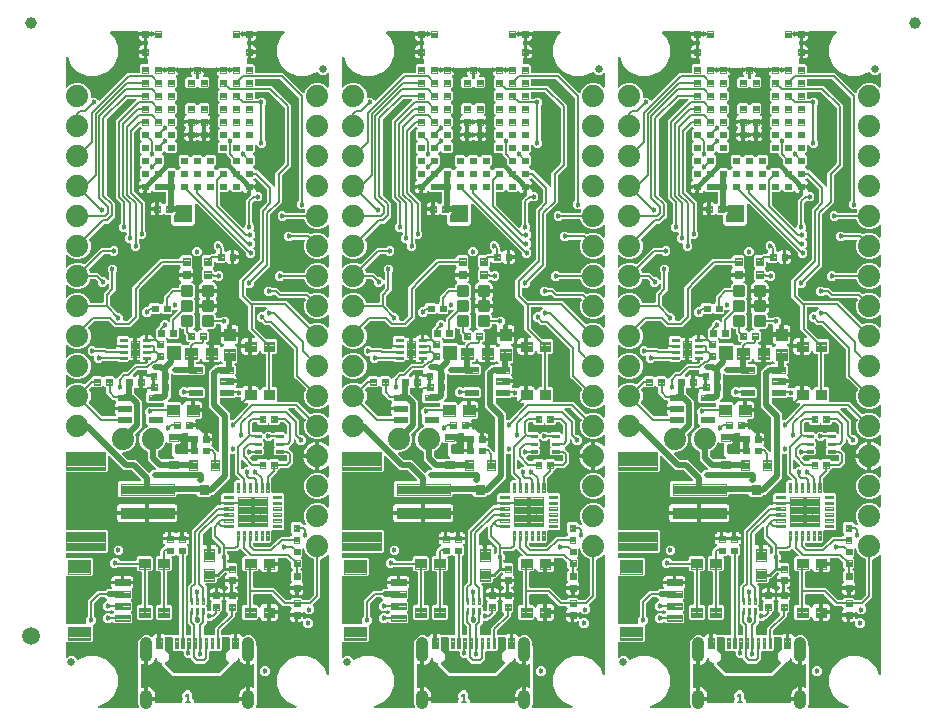
<source format=gtl>
G04 EAGLE Gerber RS-274X export*
G75*
%MOMM*%
%FSLAX34Y34*%
%LPD*%
%INTop Copper*%
%IPPOS*%
%AMOC8*
5,1,8,0,0,1.08239X$1,22.5*%
G01*
%ADD10C,0.152400*%
%ADD11C,0.099000*%
%ADD12C,0.102000*%
%ADD13C,0.100000*%
%ADD14C,0.100800*%
%ADD15C,0.096000*%
%ADD16C,0.300000*%
%ADD17C,0.104000*%
%ADD18C,0.635000*%
%ADD19C,1.000000*%
%ADD20C,1.879600*%
%ADD21C,0.102500*%
%ADD22C,0.105000*%
%ADD23C,1.000000*%
%ADD24C,1.500000*%
%ADD25C,0.454000*%
%ADD26C,0.508000*%
%ADD27C,0.177800*%
%ADD28C,0.254000*%
%ADD29C,0.406400*%
%ADD30C,0.203200*%

G36*
X627482Y267832D02*
X627482Y267832D01*
X627585Y267840D01*
X627613Y267851D01*
X627644Y267856D01*
X627736Y267901D01*
X627831Y267939D01*
X627855Y267958D01*
X627883Y267972D01*
X627958Y268042D01*
X628038Y268107D01*
X628055Y268132D01*
X628077Y268153D01*
X628128Y268242D01*
X628185Y268328D01*
X628190Y268351D01*
X628209Y268384D01*
X628267Y268643D01*
X628264Y268681D01*
X628269Y268705D01*
X628269Y274856D01*
X631397Y274856D01*
X632169Y274649D01*
X632861Y274250D01*
X633426Y273684D01*
X633826Y272992D01*
X633967Y272465D01*
X633974Y272449D01*
X633977Y272432D01*
X634027Y272328D01*
X634073Y272222D01*
X634085Y272209D01*
X634092Y272193D01*
X634172Y272108D01*
X634247Y272020D01*
X634262Y272011D01*
X634274Y271999D01*
X634374Y271941D01*
X634473Y271880D01*
X634489Y271875D01*
X634504Y271867D01*
X634618Y271842D01*
X634730Y271812D01*
X634747Y271813D01*
X634764Y271809D01*
X634879Y271818D01*
X634995Y271823D01*
X635012Y271829D01*
X635029Y271831D01*
X635136Y271874D01*
X635246Y271913D01*
X635259Y271923D01*
X635276Y271930D01*
X635366Y272003D01*
X635458Y272072D01*
X635468Y272086D01*
X635482Y272097D01*
X635546Y272194D01*
X635614Y272287D01*
X635620Y272304D01*
X635629Y272318D01*
X635638Y272359D01*
X635699Y272539D01*
X635696Y272618D01*
X635713Y272695D01*
X635713Y272762D01*
X637045Y274094D01*
X638936Y274094D01*
X639038Y274110D01*
X639140Y274118D01*
X639168Y274129D01*
X639199Y274134D01*
X639291Y274179D01*
X639387Y274217D01*
X639410Y274236D01*
X639438Y274250D01*
X639513Y274320D01*
X639593Y274384D01*
X639610Y274410D01*
X639632Y274431D01*
X639683Y274520D01*
X639740Y274606D01*
X639746Y274629D01*
X639764Y274662D01*
X639822Y274921D01*
X639819Y274959D01*
X639824Y274982D01*
X639824Y301648D01*
X639809Y301750D01*
X639801Y301852D01*
X639789Y301881D01*
X639784Y301911D01*
X639740Y302004D01*
X639702Y302099D01*
X639682Y302123D01*
X639669Y302151D01*
X639599Y302226D01*
X639534Y302305D01*
X639508Y302322D01*
X639487Y302345D01*
X639398Y302396D01*
X639313Y302453D01*
X639289Y302458D01*
X639257Y302477D01*
X638997Y302535D01*
X638959Y302531D01*
X638936Y302537D01*
X637045Y302537D01*
X635713Y303869D01*
X635713Y303936D01*
X635711Y303953D01*
X635713Y303970D01*
X635693Y304072D01*
X635690Y304115D01*
X635684Y304129D01*
X635673Y304199D01*
X635666Y304214D01*
X635663Y304231D01*
X635608Y304333D01*
X635558Y304438D01*
X635546Y304451D01*
X635538Y304466D01*
X635456Y304547D01*
X635376Y304632D01*
X635361Y304641D01*
X635349Y304653D01*
X635246Y304707D01*
X635146Y304764D01*
X635129Y304768D01*
X635113Y304776D01*
X634999Y304797D01*
X634886Y304822D01*
X634869Y304820D01*
X634852Y304824D01*
X634737Y304810D01*
X634621Y304800D01*
X634605Y304794D01*
X634588Y304792D01*
X634482Y304744D01*
X634374Y304701D01*
X634361Y304690D01*
X634345Y304683D01*
X634259Y304607D01*
X634168Y304534D01*
X634159Y304519D01*
X634146Y304508D01*
X634126Y304471D01*
X634021Y304313D01*
X634011Y304268D01*
X633990Y304232D01*
X633982Y304193D01*
X633967Y304166D01*
X633826Y303639D01*
X633426Y302946D01*
X632861Y302381D01*
X632169Y301982D01*
X631397Y301775D01*
X628269Y301775D01*
X628269Y307926D01*
X628254Y308028D01*
X628245Y308130D01*
X628234Y308159D01*
X628229Y308189D01*
X628185Y308281D01*
X628146Y308377D01*
X628127Y308401D01*
X628114Y308428D01*
X628044Y308503D01*
X627979Y308583D01*
X627953Y308600D01*
X627932Y308623D01*
X627843Y308674D01*
X627758Y308731D01*
X627734Y308736D01*
X627701Y308755D01*
X627442Y308812D01*
X627404Y308809D01*
X627381Y308815D01*
X626491Y308815D01*
X626491Y308816D01*
X627381Y308816D01*
X627482Y308832D01*
X627585Y308840D01*
X627613Y308851D01*
X627644Y308856D01*
X627736Y308901D01*
X627831Y308939D01*
X627855Y308958D01*
X627883Y308972D01*
X627958Y309042D01*
X628038Y309107D01*
X628055Y309132D01*
X628077Y309153D01*
X628128Y309242D01*
X628185Y309328D01*
X628190Y309351D01*
X628209Y309384D01*
X628267Y309643D01*
X628264Y309681D01*
X628269Y309705D01*
X628269Y315856D01*
X629534Y315856D01*
X629585Y315864D01*
X629637Y315862D01*
X629716Y315884D01*
X629797Y315896D01*
X629843Y315918D01*
X629893Y315932D01*
X629962Y315976D01*
X630036Y316012D01*
X630074Y316047D01*
X630118Y316075D01*
X630171Y316137D01*
X630231Y316193D01*
X630256Y316238D01*
X630290Y316277D01*
X630322Y316353D01*
X630363Y316424D01*
X630374Y316474D01*
X630394Y316522D01*
X630402Y316603D01*
X630420Y316683D01*
X630416Y316735D01*
X630421Y316786D01*
X630405Y316867D01*
X630399Y316948D01*
X630379Y316996D01*
X630369Y317047D01*
X630342Y317090D01*
X630300Y317195D01*
X630187Y317334D01*
X630162Y317372D01*
X626738Y320796D01*
X624915Y322619D01*
X624915Y342519D01*
X624912Y342540D01*
X624914Y342561D01*
X624892Y342671D01*
X624876Y342782D01*
X624867Y342801D01*
X624862Y342822D01*
X624838Y342860D01*
X624760Y343021D01*
X624683Y343104D01*
X624655Y343147D01*
X617245Y350558D01*
X617245Y365122D01*
X619067Y366945D01*
X619068Y366945D01*
X634129Y382007D01*
X634142Y382024D01*
X634158Y382037D01*
X634221Y382130D01*
X634287Y382221D01*
X634294Y382240D01*
X634306Y382258D01*
X634316Y382302D01*
X634375Y382472D01*
X634378Y382584D01*
X634390Y382635D01*
X634390Y424371D01*
X640632Y430613D01*
X640644Y430630D01*
X640661Y430643D01*
X640723Y430736D01*
X640790Y430827D01*
X640797Y430847D01*
X640808Y430864D01*
X640818Y430909D01*
X640877Y431078D01*
X640881Y431191D01*
X640892Y431241D01*
X640892Y441681D01*
X640889Y441702D01*
X640891Y441722D01*
X640869Y441833D01*
X640852Y441944D01*
X640843Y441962D01*
X640839Y441983D01*
X640815Y442022D01*
X640737Y442183D01*
X640660Y442265D01*
X640632Y442309D01*
X631482Y451459D01*
X631399Y451520D01*
X631321Y451586D01*
X631293Y451598D01*
X631268Y451617D01*
X631171Y451650D01*
X631077Y451691D01*
X631046Y451694D01*
X631017Y451704D01*
X630914Y451708D01*
X630812Y451718D01*
X630782Y451712D01*
X630751Y451713D01*
X630652Y451686D01*
X630551Y451666D01*
X630531Y451653D01*
X630495Y451643D01*
X630270Y451501D01*
X630246Y451472D01*
X630226Y451459D01*
X629437Y450671D01*
X629386Y450602D01*
X629328Y450538D01*
X629308Y450495D01*
X629280Y450457D01*
X629251Y450376D01*
X629215Y450298D01*
X629208Y450251D01*
X629192Y450206D01*
X629189Y450120D01*
X629177Y450035D01*
X629185Y449988D01*
X629183Y449940D01*
X629206Y449857D01*
X629219Y449773D01*
X629240Y449730D01*
X629253Y449683D01*
X629299Y449611D01*
X629337Y449534D01*
X629363Y449510D01*
X629396Y449459D01*
X629598Y449287D01*
X629613Y449281D01*
X629621Y449273D01*
X630023Y449041D01*
X630591Y448473D01*
X630993Y447778D01*
X631201Y447002D01*
X631201Y445609D01*
X626271Y445609D01*
X626170Y445594D01*
X626067Y445586D01*
X626039Y445574D01*
X626008Y445569D01*
X625916Y445525D01*
X625821Y445487D01*
X625797Y445467D01*
X625769Y445454D01*
X625694Y445384D01*
X625614Y445319D01*
X625597Y445293D01*
X625575Y445272D01*
X625524Y445183D01*
X625467Y445098D01*
X625462Y445074D01*
X625443Y445042D01*
X625385Y444782D01*
X625388Y444744D01*
X625383Y444721D01*
X625383Y444387D01*
X625049Y444387D01*
X624947Y444372D01*
X624845Y444363D01*
X624817Y444352D01*
X624786Y444347D01*
X624694Y444303D01*
X624598Y444264D01*
X624575Y444245D01*
X624547Y444232D01*
X624472Y444161D01*
X624392Y444097D01*
X624375Y444071D01*
X624353Y444050D01*
X624302Y443961D01*
X624245Y443876D01*
X624239Y443852D01*
X624221Y443819D01*
X624163Y443560D01*
X624166Y443522D01*
X624161Y443499D01*
X624161Y438569D01*
X622768Y438569D01*
X621992Y438777D01*
X621297Y439179D01*
X620729Y439747D01*
X620497Y440149D01*
X620443Y440216D01*
X620397Y440288D01*
X620361Y440319D01*
X620331Y440356D01*
X620260Y440404D01*
X620195Y440460D01*
X620151Y440479D01*
X620111Y440506D01*
X620029Y440531D01*
X619950Y440564D01*
X619903Y440569D01*
X619857Y440583D01*
X619771Y440583D01*
X619686Y440592D01*
X619639Y440582D01*
X619591Y440582D01*
X619509Y440557D01*
X619425Y440540D01*
X619395Y440521D01*
X619337Y440503D01*
X619119Y440351D01*
X619109Y440339D01*
X619099Y440333D01*
X618098Y439331D01*
X611222Y439331D01*
X609788Y440765D01*
X609705Y440826D01*
X609627Y440893D01*
X609599Y440905D01*
X609574Y440923D01*
X609477Y440957D01*
X609383Y440997D01*
X609352Y441000D01*
X609323Y441010D01*
X609221Y441014D01*
X609118Y441024D01*
X609088Y441018D01*
X609057Y441019D01*
X608958Y440992D01*
X608858Y440972D01*
X608838Y440959D01*
X608801Y440950D01*
X608577Y440807D01*
X608552Y440778D01*
X608532Y440765D01*
X607098Y439331D01*
X601676Y439331D01*
X601574Y439316D01*
X601472Y439308D01*
X601444Y439296D01*
X601413Y439291D01*
X601321Y439247D01*
X601225Y439209D01*
X601202Y439189D01*
X601174Y439176D01*
X601099Y439106D01*
X601019Y439041D01*
X601002Y439015D01*
X600980Y438994D01*
X600929Y438905D01*
X600872Y438820D01*
X600866Y438796D01*
X600848Y438764D01*
X600790Y438504D01*
X600793Y438466D01*
X600788Y438443D01*
X600788Y429134D01*
X600791Y429113D01*
X600789Y429092D01*
X600808Y428997D01*
X600811Y428951D01*
X600818Y428935D01*
X600828Y428871D01*
X600837Y428852D01*
X600841Y428831D01*
X600865Y428793D01*
X600943Y428631D01*
X601020Y428549D01*
X601048Y428505D01*
X620139Y409415D01*
X620180Y409384D01*
X620215Y409346D01*
X620286Y409306D01*
X620352Y409257D01*
X620401Y409240D01*
X620446Y409215D01*
X620526Y409197D01*
X620604Y409170D01*
X620655Y409168D01*
X620706Y409157D01*
X620787Y409163D01*
X620869Y409161D01*
X620919Y409174D01*
X620970Y409178D01*
X621047Y409209D01*
X621126Y409230D01*
X621169Y409258D01*
X621217Y409277D01*
X621281Y409329D01*
X621350Y409373D01*
X621383Y409412D01*
X621423Y409445D01*
X621469Y409513D01*
X621522Y409576D01*
X621542Y409623D01*
X621571Y409666D01*
X621582Y409716D01*
X621626Y409820D01*
X621645Y409998D01*
X621655Y410043D01*
X621655Y411227D01*
X622776Y412347D01*
X622788Y412364D01*
X622804Y412378D01*
X622867Y412471D01*
X622933Y412561D01*
X622940Y412581D01*
X622952Y412599D01*
X622962Y412643D01*
X623021Y412813D01*
X623025Y412925D01*
X623036Y412976D01*
X623036Y432854D01*
X626662Y436480D01*
X627235Y437053D01*
X627265Y437094D01*
X627303Y437130D01*
X627344Y437201D01*
X627392Y437267D01*
X627409Y437316D01*
X627435Y437360D01*
X627453Y437440D01*
X627480Y437518D01*
X627481Y437570D01*
X627493Y437620D01*
X627486Y437702D01*
X627489Y437784D01*
X627475Y437833D01*
X627471Y437885D01*
X627440Y437961D01*
X627419Y438040D01*
X627391Y438084D01*
X627372Y438132D01*
X627320Y438195D01*
X627276Y438264D01*
X627237Y438298D01*
X627204Y438338D01*
X627159Y438368D01*
X627159Y442611D01*
X631201Y442611D01*
X631201Y441218D01*
X631089Y440802D01*
X631080Y440717D01*
X631061Y440633D01*
X631065Y440586D01*
X631060Y440538D01*
X631076Y440454D01*
X631083Y440369D01*
X631100Y440324D01*
X631109Y440277D01*
X631150Y440202D01*
X631182Y440122D01*
X631212Y440085D01*
X631234Y440042D01*
X631295Y439982D01*
X631349Y439916D01*
X631389Y439889D01*
X631423Y439855D01*
X631499Y439816D01*
X631570Y439768D01*
X631605Y439760D01*
X631659Y439732D01*
X631920Y439685D01*
X631937Y439687D01*
X631947Y439684D01*
X634467Y439684D01*
X636839Y437312D01*
X636839Y433958D01*
X634467Y431587D01*
X631113Y431587D01*
X630842Y431858D01*
X630759Y431919D01*
X630681Y431986D01*
X630652Y431998D01*
X630628Y432016D01*
X630531Y432050D01*
X630436Y432090D01*
X630406Y432093D01*
X630377Y432103D01*
X630274Y432107D01*
X630172Y432117D01*
X630142Y432111D01*
X630111Y432112D01*
X630012Y432086D01*
X629911Y432065D01*
X629891Y432053D01*
X629854Y432043D01*
X629630Y431900D01*
X629605Y431871D01*
X629585Y431858D01*
X628631Y430904D01*
X628619Y430888D01*
X628603Y430874D01*
X628540Y430780D01*
X628474Y430690D01*
X628467Y430671D01*
X628455Y430653D01*
X628445Y430608D01*
X628386Y430439D01*
X628383Y430327D01*
X628371Y430276D01*
X628371Y412976D01*
X628374Y412955D01*
X628372Y412934D01*
X628394Y412824D01*
X628411Y412713D01*
X628420Y412694D01*
X628424Y412673D01*
X628449Y412635D01*
X628527Y412473D01*
X628604Y412391D01*
X628631Y412347D01*
X629752Y411227D01*
X629752Y407873D01*
X629225Y407346D01*
X629165Y407263D01*
X629098Y407185D01*
X629086Y407156D01*
X629068Y407132D01*
X629034Y407035D01*
X628994Y406940D01*
X628990Y406910D01*
X628980Y406881D01*
X628977Y406778D01*
X628966Y406676D01*
X628972Y406646D01*
X628971Y406615D01*
X628998Y406516D01*
X629018Y406415D01*
X629031Y406395D01*
X629041Y406358D01*
X629184Y406134D01*
X629213Y406110D01*
X629225Y406089D01*
X630692Y404623D01*
X630692Y401269D01*
X629352Y399929D01*
X629291Y399846D01*
X629225Y399768D01*
X629213Y399740D01*
X629195Y399715D01*
X629161Y399618D01*
X629121Y399523D01*
X629117Y399493D01*
X629107Y399464D01*
X629104Y399361D01*
X629093Y399259D01*
X629099Y399229D01*
X629098Y399198D01*
X629125Y399099D01*
X629145Y398998D01*
X629158Y398978D01*
X629168Y398942D01*
X629311Y398717D01*
X629340Y398693D01*
X629352Y398673D01*
X630718Y397307D01*
X630718Y393953D01*
X629238Y392474D01*
X629208Y392433D01*
X629172Y392400D01*
X629147Y392356D01*
X629111Y392313D01*
X629099Y392285D01*
X629080Y392260D01*
X629062Y392206D01*
X629040Y392169D01*
X629031Y392125D01*
X629006Y392069D01*
X629003Y392038D01*
X628993Y392009D01*
X628991Y391947D01*
X628982Y391909D01*
X628986Y391870D01*
X628979Y391804D01*
X628985Y391774D01*
X628984Y391743D01*
X629001Y391680D01*
X629004Y391644D01*
X629017Y391611D01*
X629031Y391543D01*
X629044Y391523D01*
X629054Y391487D01*
X629091Y391429D01*
X629103Y391398D01*
X629137Y391357D01*
X629196Y391262D01*
X629225Y391238D01*
X629238Y391218D01*
X630845Y389611D01*
X630845Y386257D01*
X628473Y383885D01*
X625119Y383885D01*
X622747Y386257D01*
X622747Y387654D01*
X622744Y387674D01*
X622746Y387695D01*
X622724Y387806D01*
X622707Y387916D01*
X622698Y387935D01*
X622694Y387956D01*
X622670Y387995D01*
X622592Y388156D01*
X622515Y388238D01*
X622487Y388282D01*
X581552Y429217D01*
X581510Y429248D01*
X581475Y429285D01*
X581404Y429326D01*
X581338Y429375D01*
X581289Y429392D01*
X581244Y429417D01*
X581164Y429435D01*
X581086Y429462D01*
X581035Y429464D01*
X580985Y429475D01*
X580903Y429469D01*
X580821Y429471D01*
X580771Y429458D01*
X580720Y429454D01*
X580643Y429423D01*
X580564Y429401D01*
X580521Y429374D01*
X580473Y429355D01*
X580409Y429303D01*
X580340Y429259D01*
X580307Y429220D01*
X580267Y429187D01*
X580221Y429119D01*
X580168Y429056D01*
X580148Y429009D01*
X580119Y428966D01*
X580108Y428915D01*
X580064Y428812D01*
X580045Y428633D01*
X580035Y428589D01*
X580035Y413024D01*
X577728Y410717D01*
X561563Y410717D01*
X559256Y413024D01*
X559256Y419453D01*
X559241Y419554D01*
X559233Y419657D01*
X559221Y419685D01*
X559217Y419716D01*
X559172Y419808D01*
X559134Y419903D01*
X559114Y419927D01*
X559101Y419955D01*
X559031Y420030D01*
X558966Y420110D01*
X558941Y420127D01*
X558920Y420149D01*
X558831Y420200D01*
X558745Y420257D01*
X558722Y420262D01*
X558689Y420281D01*
X558429Y420339D01*
X558392Y420336D01*
X558368Y420341D01*
X554266Y420341D01*
X553871Y420736D01*
X553788Y420797D01*
X553710Y420864D01*
X553682Y420876D01*
X553657Y420894D01*
X553560Y420928D01*
X553466Y420968D01*
X553435Y420971D01*
X553406Y420981D01*
X553303Y420985D01*
X553201Y420995D01*
X553171Y420989D01*
X553140Y420990D01*
X553041Y420963D01*
X552940Y420943D01*
X552920Y420930D01*
X552884Y420921D01*
X552659Y420778D01*
X552635Y420749D01*
X552615Y420736D01*
X552067Y420189D01*
X551372Y419787D01*
X550596Y419579D01*
X549203Y419579D01*
X549203Y424509D01*
X549188Y424610D01*
X549180Y424712D01*
X549168Y424741D01*
X549163Y424771D01*
X549119Y424864D01*
X549081Y424959D01*
X549061Y424983D01*
X549048Y425011D01*
X548978Y425086D01*
X548952Y425117D01*
X548972Y425133D01*
X548989Y425159D01*
X549011Y425180D01*
X549062Y425269D01*
X549119Y425354D01*
X549125Y425378D01*
X549143Y425410D01*
X549201Y425670D01*
X549198Y425708D01*
X549203Y425731D01*
X549203Y430661D01*
X550596Y430661D01*
X551372Y430453D01*
X552067Y430051D01*
X552615Y429503D01*
X552697Y429443D01*
X552776Y429376D01*
X552804Y429364D01*
X552829Y429346D01*
X552926Y429312D01*
X553020Y429272D01*
X553051Y429269D01*
X553080Y429258D01*
X553182Y429255D01*
X553285Y429244D01*
X553315Y429250D01*
X553345Y429249D01*
X553444Y429276D01*
X553545Y429296D01*
X553565Y429309D01*
X553602Y429319D01*
X553826Y429462D01*
X553851Y429491D01*
X553871Y429503D01*
X554266Y429899D01*
X554453Y429899D01*
X554555Y429914D01*
X554657Y429922D01*
X554685Y429934D01*
X554716Y429938D01*
X554808Y429983D01*
X554904Y430021D01*
X554927Y430041D01*
X554955Y430054D01*
X555030Y430124D01*
X555110Y430189D01*
X555127Y430214D01*
X555149Y430235D01*
X555200Y430324D01*
X555257Y430410D01*
X555263Y430433D01*
X555281Y430466D01*
X555339Y430726D01*
X555336Y430764D01*
X555341Y430787D01*
X555341Y438903D01*
X555326Y439005D01*
X555318Y439107D01*
X555306Y439135D01*
X555301Y439166D01*
X555257Y439258D01*
X555219Y439354D01*
X555199Y439377D01*
X555186Y439405D01*
X555116Y439480D01*
X555051Y439560D01*
X555025Y439577D01*
X555004Y439599D01*
X554915Y439650D01*
X554830Y439707D01*
X554806Y439713D01*
X554774Y439731D01*
X554514Y439789D01*
X554476Y439786D01*
X554453Y439791D01*
X552926Y439791D01*
X552905Y439788D01*
X552884Y439790D01*
X552774Y439768D01*
X552663Y439751D01*
X552644Y439742D01*
X552624Y439738D01*
X552585Y439714D01*
X552424Y439636D01*
X552341Y439559D01*
X552298Y439531D01*
X552098Y439331D01*
X545222Y439331D01*
X544221Y440333D01*
X544152Y440384D01*
X544088Y440442D01*
X544045Y440462D01*
X544007Y440490D01*
X543926Y440519D01*
X543848Y440555D01*
X543801Y440562D01*
X543756Y440578D01*
X543670Y440581D01*
X543585Y440593D01*
X543538Y440585D01*
X543490Y440587D01*
X543407Y440564D01*
X543323Y440551D01*
X543280Y440530D01*
X543233Y440517D01*
X543161Y440471D01*
X543084Y440433D01*
X543060Y440407D01*
X543009Y440374D01*
X542837Y440172D01*
X542831Y440157D01*
X542823Y440149D01*
X542591Y439747D01*
X542023Y439179D01*
X541328Y438777D01*
X540552Y438569D01*
X539159Y438569D01*
X539159Y443499D01*
X539144Y443600D01*
X539136Y443703D01*
X539124Y443731D01*
X539119Y443762D01*
X539075Y443854D01*
X539037Y443949D01*
X539017Y443973D01*
X539004Y444001D01*
X538934Y444076D01*
X538869Y444156D01*
X538843Y444173D01*
X538822Y444195D01*
X538733Y444246D01*
X538648Y444303D01*
X538624Y444308D01*
X538592Y444327D01*
X538332Y444385D01*
X538294Y444382D01*
X538271Y444387D01*
X537937Y444387D01*
X537937Y444721D01*
X537922Y444823D01*
X537913Y444925D01*
X537902Y444953D01*
X537897Y444984D01*
X537853Y445076D01*
X537814Y445172D01*
X537795Y445195D01*
X537782Y445223D01*
X537711Y445298D01*
X537647Y445378D01*
X537621Y445395D01*
X537600Y445417D01*
X537511Y445468D01*
X537426Y445525D01*
X537402Y445531D01*
X537369Y445549D01*
X537110Y445607D01*
X537072Y445604D01*
X537049Y445609D01*
X532119Y445609D01*
X532119Y447002D01*
X532327Y447778D01*
X532729Y448473D01*
X533297Y449041D01*
X533699Y449273D01*
X533766Y449327D01*
X533838Y449373D01*
X533869Y449409D01*
X533906Y449439D01*
X533954Y449510D01*
X534010Y449575D01*
X534029Y449619D01*
X534056Y449659D01*
X534081Y449741D01*
X534114Y449820D01*
X534119Y449867D01*
X534133Y449913D01*
X534133Y449999D01*
X534142Y450084D01*
X534132Y450131D01*
X534132Y450179D01*
X534107Y450261D01*
X534090Y450345D01*
X534071Y450375D01*
X534053Y450433D01*
X533901Y450651D01*
X533889Y450661D01*
X533883Y450671D01*
X532881Y451672D01*
X532881Y458548D01*
X534315Y459982D01*
X534376Y460065D01*
X534443Y460143D01*
X534455Y460171D01*
X534473Y460196D01*
X534507Y460293D01*
X534547Y460387D01*
X534550Y460418D01*
X534560Y460447D01*
X534564Y460549D01*
X534574Y460652D01*
X534568Y460682D01*
X534569Y460713D01*
X534542Y460812D01*
X534522Y460912D01*
X534509Y460932D01*
X534500Y460969D01*
X534357Y461193D01*
X534328Y461218D01*
X534315Y461238D01*
X532881Y462672D01*
X532881Y469548D01*
X534315Y470982D01*
X534376Y471065D01*
X534443Y471143D01*
X534455Y471171D01*
X534473Y471196D01*
X534507Y471293D01*
X534547Y471387D01*
X534550Y471418D01*
X534560Y471447D01*
X534564Y471550D01*
X534574Y471652D01*
X534568Y471682D01*
X534569Y471713D01*
X534542Y471812D01*
X534522Y471912D01*
X534509Y471933D01*
X534500Y471969D01*
X534357Y472193D01*
X534328Y472218D01*
X534315Y472238D01*
X532881Y473672D01*
X532881Y480548D01*
X534315Y481982D01*
X534376Y482065D01*
X534443Y482143D01*
X534455Y482171D01*
X534473Y482196D01*
X534507Y482293D01*
X534547Y482387D01*
X534550Y482418D01*
X534560Y482447D01*
X534564Y482549D01*
X534574Y482652D01*
X534568Y482682D01*
X534569Y482713D01*
X534542Y482812D01*
X534522Y482912D01*
X534509Y482932D01*
X534500Y482969D01*
X534357Y483193D01*
X534328Y483218D01*
X534315Y483238D01*
X532881Y484672D01*
X532881Y491548D01*
X534315Y492982D01*
X534376Y493065D01*
X534443Y493143D01*
X534455Y493171D01*
X534473Y493196D01*
X534507Y493293D01*
X534547Y493387D01*
X534550Y493418D01*
X534560Y493447D01*
X534564Y493549D01*
X534574Y493652D01*
X534568Y493682D01*
X534569Y493713D01*
X534542Y493812D01*
X534522Y493912D01*
X534509Y493932D01*
X534500Y493969D01*
X534357Y494193D01*
X534328Y494218D01*
X534315Y494238D01*
X533796Y494757D01*
X533714Y494818D01*
X533635Y494884D01*
X533607Y494896D01*
X533582Y494915D01*
X533486Y494948D01*
X533391Y494989D01*
X533360Y494992D01*
X533331Y495002D01*
X533229Y495005D01*
X533127Y495016D01*
X533096Y495010D01*
X533066Y495011D01*
X532967Y494984D01*
X532866Y494964D01*
X532846Y494951D01*
X532809Y494941D01*
X532585Y494799D01*
X532560Y494770D01*
X532540Y494757D01*
X528428Y490645D01*
X528416Y490628D01*
X528400Y490615D01*
X528337Y490521D01*
X528271Y490431D01*
X528264Y490411D01*
X528252Y490394D01*
X528242Y490349D01*
X528183Y490180D01*
X528180Y490067D01*
X528168Y490017D01*
X528168Y440073D01*
X528171Y440052D01*
X528169Y440031D01*
X528191Y439921D01*
X528208Y439810D01*
X528217Y439791D01*
X528221Y439770D01*
X528246Y439732D01*
X528324Y439571D01*
X528401Y439488D01*
X528428Y439445D01*
X535413Y432460D01*
X537236Y430637D01*
X537236Y407032D01*
X537239Y407011D01*
X537237Y406990D01*
X537259Y406880D01*
X537276Y406769D01*
X537285Y406750D01*
X537289Y406730D01*
X537314Y406691D01*
X537392Y406530D01*
X537469Y406447D01*
X537496Y406404D01*
X538617Y405283D01*
X538617Y401929D01*
X536245Y399557D01*
X532892Y399557D01*
X532790Y399542D01*
X532688Y399534D01*
X532660Y399522D01*
X532629Y399517D01*
X532537Y399473D01*
X532441Y399435D01*
X532418Y399415D01*
X532390Y399402D01*
X532315Y399332D01*
X532235Y399267D01*
X532218Y399241D01*
X532196Y399220D01*
X532145Y399131D01*
X532088Y399046D01*
X532082Y399022D01*
X532064Y398990D01*
X532006Y398730D01*
X532009Y398692D01*
X532004Y398669D01*
X532004Y396847D01*
X532007Y396826D01*
X532005Y396805D01*
X532027Y396695D01*
X532044Y396584D01*
X532053Y396565D01*
X532057Y396544D01*
X532081Y396506D01*
X532159Y396344D01*
X532236Y396262D01*
X532264Y396218D01*
X533385Y395098D01*
X533385Y391744D01*
X531013Y389372D01*
X527659Y389372D01*
X525287Y391744D01*
X525287Y395215D01*
X525272Y395316D01*
X525264Y395418D01*
X525252Y395447D01*
X525248Y395477D01*
X525203Y395570D01*
X525165Y395665D01*
X525145Y395689D01*
X525132Y395717D01*
X525062Y395792D01*
X524997Y395872D01*
X524971Y395889D01*
X524950Y395911D01*
X524861Y395962D01*
X524776Y396019D01*
X524752Y396024D01*
X524720Y396043D01*
X524460Y396101D01*
X524422Y396098D01*
X524399Y396103D01*
X522833Y396103D01*
X520461Y398475D01*
X520461Y401829D01*
X521582Y402950D01*
X521595Y402966D01*
X521611Y402980D01*
X521673Y403073D01*
X521740Y403163D01*
X521747Y403183D01*
X521758Y403201D01*
X521768Y403245D01*
X521827Y403415D01*
X521831Y403527D01*
X521842Y403578D01*
X521842Y404511D01*
X521827Y404613D01*
X521819Y404715D01*
X521807Y404743D01*
X521802Y404774D01*
X521758Y404866D01*
X521720Y404962D01*
X521700Y404985D01*
X521687Y405013D01*
X521617Y405088D01*
X521552Y405168D01*
X521526Y405185D01*
X521505Y405207D01*
X521416Y405258D01*
X521331Y405315D01*
X521307Y405321D01*
X521275Y405339D01*
X521015Y405397D01*
X520977Y405394D01*
X520954Y405399D01*
X518007Y405399D01*
X515635Y407771D01*
X515635Y411125D01*
X516756Y412246D01*
X516769Y412263D01*
X516785Y412276D01*
X516847Y412370D01*
X516914Y412460D01*
X516921Y412480D01*
X516932Y412497D01*
X516942Y412542D01*
X517001Y412711D01*
X517005Y412824D01*
X517016Y412874D01*
X517016Y429413D01*
X517013Y429433D01*
X517015Y429454D01*
X516993Y429565D01*
X516976Y429675D01*
X516967Y429694D01*
X516963Y429715D01*
X516939Y429754D01*
X516861Y429915D01*
X516784Y429997D01*
X516756Y430041D01*
X512736Y434060D01*
X512736Y500101D01*
X529100Y516465D01*
X529101Y516465D01*
X529562Y516926D01*
X529592Y516967D01*
X529630Y517003D01*
X529671Y517074D01*
X529719Y517140D01*
X529736Y517189D01*
X529762Y517233D01*
X529780Y517313D01*
X529807Y517391D01*
X529808Y517443D01*
X529820Y517493D01*
X529813Y517575D01*
X529816Y517657D01*
X529802Y517706D01*
X529798Y517758D01*
X529767Y517834D01*
X529746Y517913D01*
X529718Y517957D01*
X529699Y518005D01*
X529647Y518068D01*
X529603Y518137D01*
X529564Y518171D01*
X529531Y518211D01*
X529463Y518256D01*
X529401Y518309D01*
X529353Y518330D01*
X529310Y518358D01*
X529260Y518370D01*
X529156Y518414D01*
X528978Y518432D01*
X528933Y518442D01*
X523015Y518442D01*
X522994Y518439D01*
X522973Y518441D01*
X522863Y518419D01*
X522752Y518402D01*
X522733Y518393D01*
X522712Y518389D01*
X522674Y518365D01*
X522513Y518287D01*
X522430Y518210D01*
X522387Y518182D01*
X505099Y500894D01*
X505086Y500877D01*
X505070Y500864D01*
X505007Y500770D01*
X504941Y500680D01*
X504934Y500660D01*
X504922Y500643D01*
X504912Y500598D01*
X504854Y500429D01*
X504850Y500317D01*
X504841Y500276D01*
X504841Y500275D01*
X504838Y500266D01*
X504838Y437647D01*
X504842Y437626D01*
X504839Y437605D01*
X504861Y437495D01*
X504878Y437384D01*
X504887Y437365D01*
X504891Y437345D01*
X504916Y437306D01*
X504994Y437145D01*
X505071Y437062D01*
X505099Y437019D01*
X511925Y430192D01*
X511925Y418566D01*
X510102Y416744D01*
X507956Y414598D01*
X507956Y414597D01*
X506133Y412775D01*
X503275Y412775D01*
X503255Y412772D01*
X503234Y412774D01*
X503123Y412752D01*
X503013Y412735D01*
X502994Y412726D01*
X502973Y412722D01*
X502934Y412697D01*
X502773Y412619D01*
X502691Y412542D01*
X502647Y412515D01*
X490139Y400006D01*
X490102Y399956D01*
X490058Y399913D01*
X490024Y399850D01*
X489981Y399792D01*
X489961Y399734D01*
X489931Y399679D01*
X489917Y399609D01*
X489894Y399541D01*
X489892Y399479D01*
X489880Y399418D01*
X489888Y399371D01*
X489885Y399276D01*
X489941Y399069D01*
X489946Y399038D01*
X491237Y395923D01*
X491237Y391477D01*
X489535Y387369D01*
X486391Y384225D01*
X482283Y382523D01*
X477837Y382523D01*
X473729Y384225D01*
X471671Y386283D01*
X471665Y386287D01*
X471662Y386289D01*
X471630Y386313D01*
X471594Y386351D01*
X471523Y386392D01*
X471457Y386440D01*
X471408Y386457D01*
X471364Y386483D01*
X471284Y386501D01*
X471206Y386528D01*
X471154Y386530D01*
X471104Y386541D01*
X471022Y386534D01*
X470940Y386537D01*
X470891Y386523D01*
X470839Y386519D01*
X470763Y386489D01*
X470684Y386467D01*
X470640Y386439D01*
X470592Y386420D01*
X470529Y386368D01*
X470460Y386324D01*
X470426Y386285D01*
X470386Y386253D01*
X470341Y386184D01*
X470288Y386122D01*
X470267Y386074D01*
X470239Y386031D01*
X470227Y385981D01*
X470183Y385877D01*
X470170Y385751D01*
X470157Y385692D01*
X470158Y385671D01*
X470155Y385655D01*
X470155Y376345D01*
X470162Y376294D01*
X470161Y376243D01*
X470182Y376163D01*
X470195Y376083D01*
X470217Y376036D01*
X470231Y375986D01*
X470275Y375917D01*
X470310Y375843D01*
X470345Y375806D01*
X470373Y375762D01*
X470436Y375709D01*
X470492Y375649D01*
X470536Y375623D01*
X470576Y375590D01*
X470651Y375558D01*
X470722Y375517D01*
X470773Y375506D01*
X470820Y375486D01*
X470902Y375477D01*
X470982Y375459D01*
X471033Y375463D01*
X471085Y375458D01*
X471165Y375474D01*
X471247Y375481D01*
X471295Y375500D01*
X471345Y375510D01*
X471389Y375538D01*
X471494Y375580D01*
X471633Y375693D01*
X471671Y375717D01*
X473729Y377775D01*
X477837Y379477D01*
X482283Y379477D01*
X485398Y378186D01*
X485458Y378172D01*
X485515Y378147D01*
X485587Y378140D01*
X485656Y378123D01*
X485718Y378126D01*
X485780Y378120D01*
X485850Y378134D01*
X485922Y378138D01*
X485980Y378160D01*
X486041Y378172D01*
X486081Y378198D01*
X486171Y378231D01*
X486340Y378362D01*
X486366Y378379D01*
X498163Y390176D01*
X499986Y391999D01*
X507292Y391999D01*
X507313Y392002D01*
X507333Y392000D01*
X507444Y392022D01*
X507555Y392039D01*
X507573Y392048D01*
X507594Y392052D01*
X507633Y392076D01*
X507794Y392154D01*
X507876Y392231D01*
X507920Y392259D01*
X509041Y393380D01*
X512395Y393380D01*
X514767Y391008D01*
X514767Y387654D01*
X512395Y385282D01*
X509041Y385282D01*
X507920Y386403D01*
X507903Y386416D01*
X507890Y386432D01*
X507796Y386494D01*
X507706Y386561D01*
X507686Y386568D01*
X507669Y386580D01*
X507624Y386589D01*
X507455Y386648D01*
X507342Y386652D01*
X507292Y386663D01*
X502564Y386663D01*
X502543Y386660D01*
X502522Y386662D01*
X502412Y386640D01*
X502301Y386624D01*
X502282Y386615D01*
X502262Y386610D01*
X502223Y386586D01*
X502062Y386508D01*
X501980Y386431D01*
X501936Y386403D01*
X490139Y374606D01*
X490102Y374556D01*
X490058Y374513D01*
X490024Y374450D01*
X489981Y374392D01*
X489961Y374334D01*
X489931Y374279D01*
X489917Y374209D01*
X489894Y374141D01*
X489892Y374079D01*
X489880Y374018D01*
X489888Y373971D01*
X489885Y373876D01*
X489941Y373669D01*
X489946Y373638D01*
X490825Y371516D01*
X490857Y371463D01*
X490881Y371405D01*
X490926Y371350D01*
X490963Y371288D01*
X491009Y371247D01*
X491048Y371199D01*
X491108Y371159D01*
X491161Y371112D01*
X491218Y371086D01*
X491269Y371052D01*
X491316Y371041D01*
X491403Y371002D01*
X491616Y370975D01*
X491646Y370968D01*
X497650Y370968D01*
X500961Y367656D01*
X500978Y367643D01*
X500992Y367627D01*
X501085Y367565D01*
X501175Y367498D01*
X501195Y367491D01*
X501213Y367480D01*
X501257Y367470D01*
X501426Y367411D01*
X501539Y367407D01*
X501590Y367396D01*
X503175Y367396D01*
X505543Y365027D01*
X505585Y364997D01*
X505620Y364959D01*
X505691Y364918D01*
X505757Y364870D01*
X505806Y364853D01*
X505851Y364827D01*
X505931Y364809D01*
X506008Y364782D01*
X506060Y364780D01*
X506110Y364769D01*
X506192Y364776D01*
X506274Y364773D01*
X506324Y364787D01*
X506375Y364791D01*
X506451Y364821D01*
X506530Y364843D01*
X506574Y364871D01*
X506622Y364890D01*
X506686Y364942D01*
X506755Y364986D01*
X506788Y365025D01*
X506828Y365057D01*
X506874Y365126D01*
X506927Y365188D01*
X506947Y365236D01*
X506976Y365279D01*
X506987Y365329D01*
X507031Y365433D01*
X507050Y365611D01*
X507059Y365655D01*
X507059Y370487D01*
X507056Y370508D01*
X507058Y370529D01*
X507036Y370639D01*
X507020Y370750D01*
X507011Y370769D01*
X507006Y370790D01*
X506982Y370828D01*
X506904Y370990D01*
X506827Y371072D01*
X506799Y371116D01*
X505678Y372236D01*
X505678Y375590D01*
X508050Y377962D01*
X511404Y377962D01*
X513776Y375590D01*
X513776Y372236D01*
X512655Y371116D01*
X512643Y371099D01*
X512626Y371085D01*
X512564Y370992D01*
X512497Y370902D01*
X512490Y370882D01*
X512479Y370864D01*
X512469Y370820D01*
X512410Y370650D01*
X512406Y370538D01*
X512395Y370487D01*
X512395Y356222D01*
X507829Y351656D01*
X507817Y351639D01*
X507800Y351626D01*
X507738Y351533D01*
X507671Y351442D01*
X507664Y351423D01*
X507653Y351405D01*
X507643Y351361D01*
X507584Y351191D01*
X507581Y351093D01*
X507571Y351050D01*
X507572Y351041D01*
X507569Y351028D01*
X507569Y344373D01*
X507572Y344352D01*
X507570Y344331D01*
X507592Y344221D01*
X507609Y344110D01*
X507618Y344091D01*
X507622Y344071D01*
X507647Y344032D01*
X507724Y343871D01*
X507801Y343788D01*
X507829Y343745D01*
X514373Y337201D01*
X514390Y337189D01*
X514403Y337173D01*
X514496Y337110D01*
X514587Y337044D01*
X514606Y337037D01*
X514624Y337025D01*
X514668Y337015D01*
X514838Y336956D01*
X514950Y336952D01*
X515001Y336941D01*
X516586Y336941D01*
X518958Y334569D01*
X518958Y331394D01*
X518973Y331292D01*
X518981Y331190D01*
X518993Y331161D01*
X518997Y331131D01*
X519042Y331039D01*
X519080Y330943D01*
X519100Y330919D01*
X519113Y330892D01*
X519183Y330817D01*
X519248Y330737D01*
X519273Y330720D01*
X519294Y330697D01*
X519383Y330646D01*
X519469Y330589D01*
X519492Y330584D01*
X519525Y330565D01*
X519785Y330508D01*
X519823Y330511D01*
X519846Y330506D01*
X522326Y330506D01*
X522347Y330509D01*
X522368Y330507D01*
X522478Y330529D01*
X522589Y330545D01*
X522608Y330554D01*
X522628Y330559D01*
X522667Y330583D01*
X522828Y330661D01*
X522910Y330738D01*
X522954Y330766D01*
X526484Y334296D01*
X526497Y334313D01*
X526513Y334326D01*
X526575Y334420D01*
X526642Y334510D01*
X526649Y334530D01*
X526661Y334547D01*
X526670Y334592D01*
X526729Y334761D01*
X526733Y334874D01*
X526744Y334924D01*
X526744Y358864D01*
X551003Y383123D01*
X566038Y383123D01*
X566140Y383138D01*
X566242Y383146D01*
X566271Y383158D01*
X566301Y383162D01*
X566393Y383207D01*
X566489Y383245D01*
X566513Y383265D01*
X566540Y383278D01*
X566615Y383348D01*
X566695Y383413D01*
X566712Y383438D01*
X566735Y383459D01*
X566786Y383548D01*
X566843Y383634D01*
X566848Y383657D01*
X566867Y383690D01*
X566924Y383950D01*
X566921Y383988D01*
X566926Y384011D01*
X566926Y384384D01*
X568276Y385734D01*
X576134Y385734D01*
X577484Y384384D01*
X577484Y376526D01*
X577080Y376122D01*
X577019Y376039D01*
X576953Y375961D01*
X576941Y375933D01*
X576922Y375908D01*
X576889Y375811D01*
X576848Y375716D01*
X576845Y375686D01*
X576835Y375657D01*
X576831Y375554D01*
X576821Y375452D01*
X576827Y375422D01*
X576826Y375391D01*
X576853Y375292D01*
X576873Y375191D01*
X576886Y375171D01*
X576896Y375135D01*
X577038Y374910D01*
X577067Y374886D01*
X577080Y374866D01*
X577633Y374312D01*
X578037Y373613D01*
X578246Y372833D01*
X578246Y371204D01*
X573066Y371204D01*
X572965Y371189D01*
X572863Y371180D01*
X572834Y371169D01*
X572804Y371164D01*
X572711Y371120D01*
X572616Y371081D01*
X572592Y371062D01*
X572564Y371049D01*
X572489Y370979D01*
X572410Y370914D01*
X572392Y370888D01*
X572370Y370867D01*
X572319Y370778D01*
X572262Y370693D01*
X572257Y370669D01*
X572238Y370636D01*
X572209Y370508D01*
X572209Y370520D01*
X572197Y370548D01*
X572192Y370579D01*
X572148Y370671D01*
X572110Y370766D01*
X572090Y370790D01*
X572077Y370818D01*
X572007Y370893D01*
X571942Y370973D01*
X571916Y370990D01*
X571895Y371012D01*
X571806Y371063D01*
X571721Y371120D01*
X571697Y371125D01*
X571665Y371144D01*
X571405Y371202D01*
X571367Y371199D01*
X571344Y371204D01*
X566164Y371204D01*
X566164Y372833D01*
X566373Y373613D01*
X566777Y374312D01*
X567330Y374866D01*
X567391Y374948D01*
X567458Y375026D01*
X567470Y375055D01*
X567488Y375079D01*
X567522Y375176D01*
X567562Y375271D01*
X567565Y375301D01*
X567575Y375331D01*
X567579Y375433D01*
X567590Y375535D01*
X567584Y375565D01*
X567585Y375596D01*
X567558Y375695D01*
X567537Y375796D01*
X567525Y375816D01*
X567515Y375853D01*
X567372Y376077D01*
X567343Y376102D01*
X567330Y376122D01*
X566926Y376526D01*
X566926Y376899D01*
X566911Y377000D01*
X566903Y377103D01*
X566891Y377131D01*
X566887Y377162D01*
X566842Y377254D01*
X566804Y377349D01*
X566784Y377373D01*
X566771Y377401D01*
X566701Y377476D01*
X566636Y377556D01*
X566611Y377573D01*
X566590Y377595D01*
X566501Y377646D01*
X566415Y377703D01*
X566392Y377708D01*
X566359Y377727D01*
X566099Y377785D01*
X566062Y377782D01*
X566038Y377787D01*
X553581Y377787D01*
X553560Y377784D01*
X553539Y377786D01*
X553429Y377764D01*
X553318Y377747D01*
X553299Y377738D01*
X553279Y377734D01*
X553240Y377710D01*
X553079Y377632D01*
X552996Y377555D01*
X552953Y377527D01*
X532340Y356914D01*
X532328Y356897D01*
X532311Y356884D01*
X532249Y356790D01*
X532182Y356700D01*
X532175Y356680D01*
X532164Y356663D01*
X532154Y356618D01*
X532095Y356449D01*
X532091Y356336D01*
X532080Y356286D01*
X532080Y332346D01*
X524904Y325170D01*
X511721Y325170D01*
X506876Y330015D01*
X506859Y330028D01*
X506846Y330044D01*
X506752Y330106D01*
X506662Y330173D01*
X506642Y330180D01*
X506624Y330192D01*
X506580Y330201D01*
X506411Y330260D01*
X506298Y330264D01*
X506248Y330275D01*
X494919Y330275D01*
X494898Y330272D01*
X494877Y330274D01*
X494767Y330252D01*
X494656Y330236D01*
X494637Y330227D01*
X494616Y330222D01*
X494578Y330198D01*
X494417Y330120D01*
X494334Y330043D01*
X494291Y330015D01*
X489449Y325174D01*
X489388Y325091D01*
X489321Y325013D01*
X489309Y324984D01*
X489291Y324960D01*
X489257Y324862D01*
X489217Y324768D01*
X489214Y324738D01*
X489204Y324709D01*
X489200Y324606D01*
X489190Y324504D01*
X489196Y324474D01*
X489195Y324443D01*
X489222Y324344D01*
X489242Y324243D01*
X489255Y324223D01*
X489265Y324186D01*
X489407Y323962D01*
X489436Y323937D01*
X489449Y323917D01*
X489535Y323831D01*
X491237Y319723D01*
X491237Y315277D01*
X489535Y311169D01*
X486391Y308025D01*
X482283Y306323D01*
X477837Y306323D01*
X473729Y308025D01*
X471671Y310083D01*
X471630Y310113D01*
X471594Y310151D01*
X471523Y310192D01*
X471457Y310240D01*
X471408Y310257D01*
X471364Y310283D01*
X471284Y310301D01*
X471206Y310328D01*
X471154Y310330D01*
X471104Y310341D01*
X471022Y310334D01*
X470940Y310337D01*
X470891Y310323D01*
X470839Y310319D01*
X470763Y310289D01*
X470684Y310267D01*
X470640Y310239D01*
X470592Y310220D01*
X470529Y310168D01*
X470460Y310124D01*
X470426Y310085D01*
X470386Y310053D01*
X470341Y309984D01*
X470288Y309922D01*
X470267Y309874D01*
X470239Y309831D01*
X470227Y309781D01*
X470183Y309677D01*
X470165Y309499D01*
X470155Y309455D01*
X470155Y300145D01*
X470162Y300094D01*
X470161Y300043D01*
X470182Y299964D01*
X470195Y299883D01*
X470217Y299836D01*
X470231Y299786D01*
X470275Y299717D01*
X470310Y299643D01*
X470345Y299606D01*
X470373Y299562D01*
X470436Y299509D01*
X470492Y299449D01*
X470536Y299423D01*
X470576Y299390D01*
X470651Y299358D01*
X470722Y299317D01*
X470773Y299306D01*
X470820Y299286D01*
X470902Y299277D01*
X470982Y299259D01*
X471033Y299263D01*
X471085Y299258D01*
X471165Y299274D01*
X471247Y299281D01*
X471295Y299300D01*
X471345Y299310D01*
X471389Y299338D01*
X471494Y299380D01*
X471633Y299493D01*
X471671Y299517D01*
X473729Y301575D01*
X477837Y303277D01*
X482283Y303277D01*
X486391Y301575D01*
X489535Y298431D01*
X491237Y294323D01*
X491237Y289877D01*
X489535Y285769D01*
X486391Y282625D01*
X482283Y280923D01*
X477837Y280923D01*
X473729Y282625D01*
X471671Y284683D01*
X471630Y284713D01*
X471594Y284751D01*
X471523Y284792D01*
X471457Y284840D01*
X471408Y284857D01*
X471364Y284883D01*
X471284Y284901D01*
X471206Y284928D01*
X471154Y284930D01*
X471104Y284941D01*
X471022Y284934D01*
X470940Y284937D01*
X470891Y284923D01*
X470839Y284919D01*
X470763Y284889D01*
X470684Y284867D01*
X470640Y284839D01*
X470592Y284820D01*
X470529Y284768D01*
X470460Y284724D01*
X470426Y284685D01*
X470386Y284653D01*
X470341Y284584D01*
X470288Y284522D01*
X470267Y284474D01*
X470239Y284431D01*
X470227Y284381D01*
X470183Y284277D01*
X470165Y284099D01*
X470155Y284055D01*
X470155Y274745D01*
X470162Y274694D01*
X470161Y274643D01*
X470182Y274564D01*
X470195Y274483D01*
X470217Y274436D01*
X470231Y274386D01*
X470275Y274317D01*
X470310Y274243D01*
X470345Y274206D01*
X470373Y274162D01*
X470436Y274109D01*
X470492Y274049D01*
X470536Y274023D01*
X470576Y273990D01*
X470651Y273958D01*
X470722Y273917D01*
X470773Y273906D01*
X470820Y273886D01*
X470902Y273877D01*
X470982Y273859D01*
X471033Y273863D01*
X471085Y273858D01*
X471165Y273874D01*
X471247Y273881D01*
X471295Y273900D01*
X471345Y273910D01*
X471389Y273938D01*
X471494Y273980D01*
X471633Y274093D01*
X471671Y274117D01*
X473729Y276175D01*
X477837Y277877D01*
X482283Y277877D01*
X485398Y276586D01*
X485458Y276572D01*
X485515Y276547D01*
X485587Y276540D01*
X485656Y276523D01*
X485718Y276526D01*
X485780Y276520D01*
X485850Y276534D01*
X485922Y276538D01*
X485980Y276560D01*
X486041Y276572D01*
X486081Y276598D01*
X486171Y276631D01*
X486340Y276762D01*
X486366Y276779D01*
X491071Y281484D01*
X491288Y281484D01*
X491389Y281499D01*
X491492Y281507D01*
X491520Y281519D01*
X491551Y281523D01*
X491643Y281568D01*
X491738Y281606D01*
X491762Y281626D01*
X491790Y281639D01*
X491865Y281709D01*
X491945Y281774D01*
X491962Y281799D01*
X491984Y281820D01*
X492035Y281909D01*
X492092Y281995D01*
X492097Y282018D01*
X492116Y282051D01*
X492157Y282235D01*
X493517Y283595D01*
X500393Y283595D01*
X501327Y282661D01*
X501409Y282600D01*
X501488Y282533D01*
X501516Y282521D01*
X501541Y282503D01*
X501638Y282469D01*
X501732Y282429D01*
X501763Y282426D01*
X501792Y282416D01*
X501894Y282412D01*
X501997Y282401D01*
X502027Y282407D01*
X502057Y282406D01*
X502156Y282433D01*
X502257Y282454D01*
X502277Y282466D01*
X502314Y282476D01*
X502538Y282619D01*
X502563Y282648D01*
X502583Y282661D01*
X503517Y283595D01*
X510393Y283595D01*
X511756Y282231D01*
X511761Y282214D01*
X511773Y282133D01*
X511796Y282087D01*
X511809Y282037D01*
X511853Y281968D01*
X511889Y281894D01*
X511924Y281856D01*
X511952Y281812D01*
X512014Y281759D01*
X512070Y281699D01*
X512115Y281674D01*
X512155Y281640D01*
X512230Y281608D01*
X512301Y281568D01*
X512352Y281556D01*
X512399Y281536D01*
X512481Y281528D01*
X512561Y281510D01*
X512612Y281514D01*
X512663Y281509D01*
X512744Y281525D01*
X512826Y281531D01*
X512873Y281551D01*
X512924Y281561D01*
X512968Y281588D01*
X513072Y281630D01*
X513211Y281743D01*
X513250Y281768D01*
X515029Y283547D01*
X518503Y287021D01*
X521386Y287021D01*
X521407Y287024D01*
X521428Y287022D01*
X521538Y287044D01*
X521649Y287061D01*
X521668Y287070D01*
X521688Y287074D01*
X521727Y287098D01*
X521888Y287176D01*
X521971Y287253D01*
X522014Y287281D01*
X528917Y294184D01*
X533057Y294184D01*
X533108Y294191D01*
X533159Y294189D01*
X533239Y294211D01*
X533319Y294223D01*
X533366Y294246D01*
X533416Y294259D01*
X533485Y294303D01*
X533559Y294339D01*
X533597Y294374D01*
X533640Y294402D01*
X533693Y294464D01*
X533753Y294520D01*
X533779Y294565D01*
X533812Y294605D01*
X533844Y294680D01*
X533885Y294751D01*
X533896Y294802D01*
X533917Y294849D01*
X533925Y294931D01*
X533943Y295011D01*
X533939Y295062D01*
X533944Y295113D01*
X533928Y295194D01*
X533921Y295276D01*
X533902Y295323D01*
X533892Y295374D01*
X533864Y295418D01*
X533822Y295522D01*
X533709Y295662D01*
X533685Y295700D01*
X533221Y296164D01*
X532944Y296642D01*
X532942Y296645D01*
X532941Y296649D01*
X532858Y296751D01*
X532779Y296850D01*
X532775Y296852D01*
X532773Y296855D01*
X532664Y296928D01*
X532559Y296999D01*
X532555Y297000D01*
X532552Y297003D01*
X532538Y297006D01*
X532304Y297077D01*
X532219Y297077D01*
X532175Y297086D01*
X530529Y297086D01*
X530529Y305638D01*
X530514Y305740D01*
X530505Y305842D01*
X530494Y305871D01*
X530489Y305901D01*
X530445Y305993D01*
X530406Y306089D01*
X530387Y306113D01*
X530373Y306140D01*
X530303Y306215D01*
X530239Y306295D01*
X530213Y306312D01*
X530192Y306335D01*
X530103Y306385D01*
X530018Y306442D01*
X529994Y306448D01*
X529961Y306466D01*
X529702Y306524D01*
X529664Y306521D01*
X529641Y306526D01*
X527863Y306526D01*
X527761Y306511D01*
X527659Y306503D01*
X527630Y306491D01*
X527600Y306487D01*
X527508Y306442D01*
X527412Y306404D01*
X527388Y306384D01*
X527361Y306371D01*
X527286Y306301D01*
X527206Y306236D01*
X527189Y306210D01*
X527166Y306189D01*
X527116Y306100D01*
X527058Y306015D01*
X527053Y305992D01*
X527034Y305959D01*
X526977Y305699D01*
X526980Y305661D01*
X526975Y305638D01*
X526975Y297086D01*
X524869Y297086D01*
X524780Y297110D01*
X524776Y297111D01*
X524773Y297112D01*
X524644Y297126D01*
X524516Y297140D01*
X524512Y297139D01*
X524508Y297140D01*
X524380Y297114D01*
X524254Y297090D01*
X524251Y297088D01*
X524248Y297088D01*
X524236Y297080D01*
X524020Y296965D01*
X523960Y296905D01*
X523922Y296880D01*
X522790Y295748D01*
X514914Y295748D01*
X514563Y296099D01*
X514546Y296112D01*
X514533Y296128D01*
X514439Y296190D01*
X514349Y296257D01*
X514329Y296264D01*
X514312Y296276D01*
X514267Y296286D01*
X514098Y296344D01*
X513985Y296348D01*
X513935Y296359D01*
X501538Y296359D01*
X501518Y296356D01*
X501497Y296359D01*
X501386Y296336D01*
X501276Y296320D01*
X501257Y296311D01*
X501236Y296306D01*
X501197Y296282D01*
X501036Y296204D01*
X500954Y296127D01*
X500910Y296099D01*
X499898Y295087D01*
X496544Y295087D01*
X494172Y297459D01*
X494172Y299812D01*
X494157Y299914D01*
X494149Y300016D01*
X494137Y300045D01*
X494132Y300075D01*
X494088Y300167D01*
X494050Y300263D01*
X494030Y300287D01*
X494017Y300314D01*
X493947Y300389D01*
X493882Y300469D01*
X493856Y300486D01*
X493835Y300509D01*
X493746Y300560D01*
X493661Y300617D01*
X493637Y300622D01*
X493605Y300641D01*
X493345Y300698D01*
X493307Y300695D01*
X493284Y300701D01*
X491108Y300701D01*
X488737Y303072D01*
X488737Y306426D01*
X491108Y308798D01*
X494462Y308798D01*
X495583Y307677D01*
X495600Y307665D01*
X495613Y307648D01*
X495707Y307586D01*
X495797Y307519D01*
X495817Y307513D01*
X495835Y307501D01*
X495879Y307491D01*
X496048Y307432D01*
X496161Y307428D01*
X496211Y307417D01*
X504731Y307417D01*
X505193Y306955D01*
X505210Y306943D01*
X505223Y306926D01*
X505317Y306864D01*
X505407Y306797D01*
X505427Y306790D01*
X505445Y306779D01*
X505489Y306769D01*
X505658Y306710D01*
X505771Y306706D01*
X505821Y306695D01*
X511923Y306695D01*
X512024Y306710D01*
X512127Y306719D01*
X512155Y306730D01*
X512186Y306735D01*
X512278Y306779D01*
X512373Y306818D01*
X512397Y306837D01*
X512425Y306850D01*
X512500Y306921D01*
X512580Y306985D01*
X512597Y307011D01*
X512619Y307032D01*
X512670Y307121D01*
X512727Y307206D01*
X512732Y307230D01*
X512751Y307263D01*
X512809Y307522D01*
X512806Y307560D01*
X512811Y307583D01*
X512811Y308139D01*
X518851Y308139D01*
X518953Y308154D01*
X519055Y308163D01*
X519084Y308174D01*
X519114Y308179D01*
X519207Y308223D01*
X519302Y308262D01*
X519326Y308281D01*
X519354Y308294D01*
X519429Y308364D01*
X519508Y308429D01*
X519525Y308455D01*
X519548Y308476D01*
X519599Y308565D01*
X519656Y308650D01*
X519661Y308674D01*
X519680Y308706D01*
X519738Y308966D01*
X519735Y309004D01*
X519740Y309027D01*
X519724Y309129D01*
X519716Y309231D01*
X519705Y309260D01*
X519700Y309290D01*
X519655Y309382D01*
X519617Y309478D01*
X519598Y309502D01*
X519584Y309529D01*
X519514Y309604D01*
X519449Y309684D01*
X519424Y309701D01*
X519403Y309724D01*
X519314Y309775D01*
X519228Y309832D01*
X519205Y309837D01*
X519172Y309856D01*
X518913Y309914D01*
X518875Y309910D01*
X518851Y309916D01*
X512811Y309916D01*
X512811Y310419D01*
X513019Y311195D01*
X513454Y311948D01*
X513468Y311984D01*
X513489Y312016D01*
X513501Y312067D01*
X513551Y312196D01*
X513562Y312341D01*
X513573Y312393D01*
X513573Y315965D01*
X514914Y317306D01*
X522790Y317306D01*
X523922Y316174D01*
X523925Y316172D01*
X523927Y316169D01*
X524031Y316093D01*
X524136Y316016D01*
X524139Y316015D01*
X524142Y316013D01*
X524263Y315972D01*
X524387Y315929D01*
X524391Y315929D01*
X524394Y315928D01*
X524408Y315928D01*
X524652Y315920D01*
X524735Y315942D01*
X524780Y315944D01*
X524869Y315968D01*
X526975Y315968D01*
X526975Y307416D01*
X526990Y307315D01*
X526998Y307212D01*
X527010Y307184D01*
X527014Y307154D01*
X527059Y307061D01*
X527097Y306966D01*
X527117Y306942D01*
X527130Y306914D01*
X527200Y306839D01*
X527265Y306759D01*
X527291Y306742D01*
X527311Y306720D01*
X527400Y306669D01*
X527486Y306612D01*
X527509Y306607D01*
X527542Y306588D01*
X527802Y306530D01*
X527840Y306533D01*
X527863Y306528D01*
X529641Y306528D01*
X529742Y306543D01*
X529845Y306552D01*
X529873Y306563D01*
X529904Y306568D01*
X529996Y306613D01*
X530091Y306651D01*
X530115Y306670D01*
X530143Y306684D01*
X530218Y306754D01*
X530298Y306818D01*
X530315Y306844D01*
X530337Y306865D01*
X530388Y306954D01*
X530445Y307040D01*
X530450Y307063D01*
X530469Y307096D01*
X530527Y307355D01*
X530524Y307390D01*
X530527Y307403D01*
X530527Y307406D01*
X530529Y307416D01*
X530529Y315968D01*
X532175Y315968D01*
X532179Y315969D01*
X532183Y315968D01*
X532311Y315988D01*
X532438Y316008D01*
X532441Y316009D01*
X532445Y316010D01*
X532561Y316067D01*
X532677Y316123D01*
X532680Y316126D01*
X532683Y316128D01*
X532693Y316138D01*
X532872Y316305D01*
X532914Y316379D01*
X532944Y316412D01*
X533221Y316890D01*
X533789Y317458D01*
X534484Y317860D01*
X535260Y318068D01*
X537763Y318068D01*
X537763Y314028D01*
X537779Y313926D01*
X537787Y313824D01*
X537799Y313795D01*
X537803Y313765D01*
X537848Y313672D01*
X537886Y313577D01*
X537906Y313553D01*
X537919Y313525D01*
X537989Y313450D01*
X538054Y313371D01*
X538079Y313354D01*
X538100Y313331D01*
X538189Y313280D01*
X538275Y313223D01*
X538298Y313218D01*
X538331Y313199D01*
X538591Y313141D01*
X538628Y313144D01*
X538652Y313139D01*
X538753Y313155D01*
X538856Y313163D01*
X538884Y313174D01*
X538915Y313179D01*
X539007Y313224D01*
X539102Y313262D01*
X539126Y313281D01*
X539154Y313295D01*
X539229Y313365D01*
X539309Y313430D01*
X539326Y313455D01*
X539348Y313476D01*
X539399Y313565D01*
X539456Y313651D01*
X539461Y313674D01*
X539480Y313707D01*
X539538Y313966D01*
X539535Y314004D01*
X539540Y314028D01*
X539540Y318068D01*
X542043Y318068D01*
X542819Y317860D01*
X543515Y317458D01*
X544083Y316890D01*
X544485Y316195D01*
X544534Y316009D01*
X544562Y315946D01*
X544580Y315879D01*
X544615Y315825D01*
X544641Y315766D01*
X544686Y315713D01*
X544723Y315655D01*
X544772Y315613D01*
X544814Y315565D01*
X544873Y315528D01*
X544926Y315483D01*
X544985Y315458D01*
X545040Y315424D01*
X545107Y315406D01*
X545170Y315379D01*
X545235Y315372D01*
X545297Y315356D01*
X545366Y315359D01*
X545435Y315352D01*
X545498Y315365D01*
X545563Y315367D01*
X545628Y315391D01*
X545695Y315404D01*
X545733Y315428D01*
X545813Y315457D01*
X545850Y315485D01*
X545852Y315485D01*
X546037Y315592D01*
X546040Y315595D01*
X546044Y315596D01*
X546060Y315610D01*
X546070Y315614D01*
X546096Y315638D01*
X546145Y315678D01*
X546245Y315758D01*
X546247Y315761D01*
X546250Y315764D01*
X546322Y315872D01*
X546394Y315978D01*
X546395Y315982D01*
X546397Y315985D01*
X546400Y315999D01*
X546472Y316232D01*
X546471Y316318D01*
X546481Y316362D01*
X546481Y323249D01*
X547822Y324590D01*
X547986Y324590D01*
X548007Y324593D01*
X548028Y324591D01*
X548138Y324613D01*
X548249Y324630D01*
X548268Y324639D01*
X548289Y324643D01*
X548327Y324668D01*
X548489Y324746D01*
X548571Y324823D01*
X548615Y324850D01*
X549919Y326155D01*
X549932Y326172D01*
X549948Y326185D01*
X550010Y326279D01*
X550077Y326369D01*
X550084Y326389D01*
X550095Y326406D01*
X550105Y326451D01*
X550164Y326620D01*
X550168Y326733D01*
X550179Y326783D01*
X550179Y328372D01*
X552551Y330744D01*
X555905Y330744D01*
X557076Y329573D01*
X557117Y329542D01*
X557153Y329504D01*
X557224Y329464D01*
X557290Y329415D01*
X557339Y329398D01*
X557383Y329372D01*
X557463Y329355D01*
X557541Y329328D01*
X557593Y329326D01*
X557643Y329315D01*
X557725Y329321D01*
X557807Y329318D01*
X557856Y329332D01*
X557908Y329336D01*
X557984Y329367D01*
X558063Y329388D01*
X558107Y329416D01*
X558155Y329435D01*
X558218Y329487D01*
X558287Y329531D01*
X558321Y329570D01*
X558361Y329603D01*
X558406Y329671D01*
X558459Y329734D01*
X558480Y329781D01*
X558508Y329824D01*
X558520Y329874D01*
X558564Y329978D01*
X558582Y330156D01*
X558592Y330201D01*
X558592Y332375D01*
X560415Y334198D01*
X564644Y338427D01*
X564675Y338469D01*
X564713Y338504D01*
X564753Y338575D01*
X564802Y338641D01*
X564819Y338690D01*
X564845Y338735D01*
X564862Y338815D01*
X564889Y338892D01*
X564891Y338944D01*
X564902Y338994D01*
X564896Y339076D01*
X564899Y339158D01*
X564885Y339208D01*
X564881Y339259D01*
X564850Y339335D01*
X564829Y339414D01*
X564801Y339458D01*
X564782Y339506D01*
X564730Y339570D01*
X564686Y339639D01*
X564647Y339672D01*
X564614Y339712D01*
X564546Y339758D01*
X564483Y339811D01*
X564436Y339831D01*
X564393Y339860D01*
X564343Y339871D01*
X564239Y339915D01*
X564061Y339934D01*
X564016Y339943D01*
X561390Y339943D01*
X561288Y339928D01*
X561186Y339920D01*
X561157Y339908D01*
X561127Y339904D01*
X561035Y339859D01*
X560939Y339821D01*
X560915Y339801D01*
X560888Y339788D01*
X560813Y339718D01*
X560733Y339653D01*
X560716Y339628D01*
X560693Y339607D01*
X560642Y339518D01*
X560585Y339432D01*
X560580Y339409D01*
X560561Y339376D01*
X560504Y339116D01*
X560507Y339078D01*
X560502Y339055D01*
X560502Y337354D01*
X559161Y336013D01*
X552285Y336013D01*
X551351Y336947D01*
X551268Y337008D01*
X551190Y337074D01*
X551162Y337086D01*
X551137Y337105D01*
X551040Y337138D01*
X550945Y337179D01*
X550915Y337182D01*
X550886Y337192D01*
X550783Y337196D01*
X550681Y337206D01*
X550651Y337200D01*
X550620Y337201D01*
X550521Y337174D01*
X550420Y337154D01*
X550400Y337141D01*
X550364Y337131D01*
X550139Y336989D01*
X550115Y336960D01*
X550095Y336947D01*
X549161Y336013D01*
X543224Y336013D01*
X543203Y336010D01*
X543182Y336012D01*
X543072Y335990D01*
X542961Y335973D01*
X542942Y335964D01*
X542922Y335960D01*
X542883Y335935D01*
X542722Y335858D01*
X542639Y335781D01*
X542596Y335753D01*
X540563Y333720D01*
X537209Y333720D01*
X534838Y336092D01*
X534838Y339446D01*
X537209Y341818D01*
X538794Y341818D01*
X538815Y341821D01*
X538836Y341819D01*
X538946Y341841D01*
X539057Y341858D01*
X539076Y341867D01*
X539097Y341871D01*
X539135Y341895D01*
X539297Y341973D01*
X539379Y342050D01*
X539423Y342078D01*
X540684Y343339D01*
X540696Y343356D01*
X540713Y343370D01*
X540775Y343463D01*
X540842Y343553D01*
X540849Y343573D01*
X540860Y343591D01*
X540870Y343635D01*
X540929Y343804D01*
X540933Y343917D01*
X540944Y343967D01*
X540944Y344230D01*
X542285Y345571D01*
X549161Y345571D01*
X550095Y344637D01*
X550177Y344576D01*
X550256Y344509D01*
X550284Y344497D01*
X550309Y344479D01*
X550406Y344445D01*
X550500Y344405D01*
X550531Y344402D01*
X550560Y344392D01*
X550662Y344388D01*
X550764Y344377D01*
X550795Y344383D01*
X550825Y344382D01*
X550924Y344409D01*
X551025Y344429D01*
X551045Y344442D01*
X551082Y344452D01*
X551306Y344595D01*
X551331Y344624D01*
X551351Y344637D01*
X552303Y345589D01*
X552371Y345594D01*
X552399Y345606D01*
X552430Y345610D01*
X552522Y345655D01*
X552617Y345693D01*
X552641Y345713D01*
X552669Y345726D01*
X552744Y345796D01*
X552824Y345861D01*
X552841Y345886D01*
X552863Y345907D01*
X552914Y345996D01*
X552971Y346082D01*
X552976Y346105D01*
X552995Y346138D01*
X553053Y346398D01*
X553050Y346435D01*
X553055Y346459D01*
X553055Y351139D01*
X560184Y358268D01*
X565223Y358268D01*
X565325Y358283D01*
X565427Y358291D01*
X565455Y358303D01*
X565486Y358308D01*
X565578Y358352D01*
X565674Y358390D01*
X565697Y358410D01*
X565725Y358423D01*
X565800Y358493D01*
X565880Y358558D01*
X565897Y358584D01*
X565919Y358605D01*
X565970Y358694D01*
X566027Y358779D01*
X566033Y358803D01*
X566051Y358835D01*
X566109Y359095D01*
X566106Y359133D01*
X566111Y359156D01*
X566111Y360458D01*
X568008Y362355D01*
X568059Y362424D01*
X568116Y362487D01*
X568137Y362530D01*
X568165Y362568D01*
X568194Y362649D01*
X568230Y362727D01*
X568237Y362774D01*
X568253Y362820D01*
X568256Y362905D01*
X568268Y362990D01*
X568260Y363037D01*
X568262Y363085D01*
X568239Y363168D01*
X568226Y363253D01*
X568205Y363295D01*
X568192Y363342D01*
X568146Y363414D01*
X568108Y363491D01*
X568082Y363515D01*
X568049Y363566D01*
X567847Y363738D01*
X567832Y363745D01*
X567824Y363752D01*
X567348Y364027D01*
X566777Y364597D01*
X566373Y365297D01*
X566164Y366076D01*
X566164Y367706D01*
X571344Y367706D01*
X571446Y367721D01*
X571548Y367729D01*
X571576Y367741D01*
X571607Y367745D01*
X571699Y367790D01*
X571795Y367828D01*
X571818Y367848D01*
X571846Y367861D01*
X571921Y367931D01*
X572001Y367996D01*
X572018Y368021D01*
X572040Y368042D01*
X572091Y368131D01*
X572148Y368217D01*
X572154Y368240D01*
X572172Y368273D01*
X572201Y368401D01*
X572202Y368390D01*
X572213Y368361D01*
X572218Y368331D01*
X572263Y368239D01*
X572301Y368143D01*
X572320Y368119D01*
X572334Y368092D01*
X572404Y368017D01*
X572468Y367937D01*
X572494Y367920D01*
X572515Y367897D01*
X572604Y367846D01*
X572690Y367789D01*
X572713Y367784D01*
X572746Y367765D01*
X573005Y367708D01*
X573043Y367711D01*
X573066Y367706D01*
X578246Y367706D01*
X578246Y366076D01*
X578037Y365297D01*
X577633Y364597D01*
X577049Y364013D01*
X577021Y364000D01*
X576949Y363932D01*
X576872Y363870D01*
X576852Y363842D01*
X576827Y363818D01*
X576778Y363732D01*
X576722Y363651D01*
X576712Y363617D01*
X576695Y363588D01*
X576674Y363491D01*
X576645Y363396D01*
X576645Y363362D01*
X576637Y363328D01*
X576645Y363230D01*
X576646Y363131D01*
X576656Y363097D01*
X576659Y363063D01*
X576696Y362971D01*
X576725Y362877D01*
X576745Y362849D01*
X576758Y362816D01*
X576820Y362740D01*
X576877Y362658D01*
X576904Y362637D01*
X576925Y362610D01*
X577008Y362555D01*
X577086Y362494D01*
X577118Y362482D01*
X577147Y362463D01*
X577198Y362451D01*
X577334Y362399D01*
X577472Y362390D01*
X577523Y362379D01*
X577748Y362379D01*
X579669Y360458D01*
X579669Y350742D01*
X578805Y349878D01*
X578744Y349795D01*
X578678Y349717D01*
X578665Y349689D01*
X578647Y349664D01*
X578613Y349567D01*
X578573Y349473D01*
X578570Y349442D01*
X578560Y349413D01*
X578556Y349311D01*
X578546Y349208D01*
X578552Y349178D01*
X578551Y349147D01*
X578578Y349048D01*
X578598Y348948D01*
X578611Y348928D01*
X578621Y348891D01*
X578763Y348667D01*
X578792Y348642D01*
X578805Y348622D01*
X579669Y347758D01*
X579669Y338042D01*
X578805Y337178D01*
X578744Y337095D01*
X578678Y337017D01*
X578665Y336989D01*
X578647Y336964D01*
X578613Y336867D01*
X578573Y336773D01*
X578570Y336742D01*
X578560Y336713D01*
X578556Y336610D01*
X578546Y336508D01*
X578552Y336478D01*
X578551Y336447D01*
X578578Y336348D01*
X578598Y336248D01*
X578611Y336227D01*
X578621Y336191D01*
X578763Y335967D01*
X578792Y335942D01*
X578805Y335922D01*
X579669Y335058D01*
X579669Y325342D01*
X578122Y323795D01*
X578091Y323754D01*
X578054Y323718D01*
X578013Y323647D01*
X577964Y323581D01*
X577947Y323532D01*
X577922Y323488D01*
X577904Y323408D01*
X577877Y323330D01*
X577875Y323278D01*
X577864Y323228D01*
X577870Y323146D01*
X577868Y323064D01*
X577881Y323015D01*
X577885Y322963D01*
X577916Y322887D01*
X577938Y322808D01*
X577965Y322764D01*
X577984Y322716D01*
X578036Y322653D01*
X578080Y322584D01*
X578119Y322550D01*
X578152Y322510D01*
X578220Y322465D01*
X578283Y322412D01*
X578330Y322391D01*
X578373Y322363D01*
X578424Y322351D01*
X578527Y322307D01*
X578706Y322289D01*
X578750Y322279D01*
X580098Y322279D01*
X581032Y321345D01*
X581115Y321284D01*
X581193Y321217D01*
X581221Y321205D01*
X581246Y321187D01*
X581343Y321153D01*
X581437Y321113D01*
X581468Y321110D01*
X581497Y321100D01*
X581600Y321096D01*
X581702Y321086D01*
X581732Y321092D01*
X581763Y321091D01*
X581862Y321118D01*
X581962Y321138D01*
X581983Y321151D01*
X582019Y321160D01*
X582243Y321303D01*
X582268Y321332D01*
X582288Y321345D01*
X583222Y322279D01*
X584570Y322279D01*
X584621Y322286D01*
X584673Y322285D01*
X584752Y322306D01*
X584833Y322319D01*
X584879Y322341D01*
X584929Y322355D01*
X584998Y322399D01*
X585072Y322434D01*
X585110Y322469D01*
X585153Y322497D01*
X585207Y322560D01*
X585266Y322616D01*
X585292Y322660D01*
X585326Y322700D01*
X585358Y322775D01*
X585398Y322846D01*
X585410Y322897D01*
X585430Y322944D01*
X585438Y323026D01*
X585456Y323106D01*
X585452Y323157D01*
X585457Y323209D01*
X585441Y323289D01*
X585435Y323371D01*
X585415Y323419D01*
X585405Y323469D01*
X585378Y323513D01*
X585336Y323618D01*
X585223Y323757D01*
X585198Y323795D01*
X583651Y325342D01*
X583651Y335058D01*
X583976Y335383D01*
X584037Y335466D01*
X584104Y335544D01*
X584116Y335572D01*
X584134Y335597D01*
X584168Y335694D01*
X584208Y335788D01*
X584211Y335819D01*
X584221Y335848D01*
X584225Y335951D01*
X584235Y336053D01*
X584229Y336083D01*
X584231Y336114D01*
X584204Y336213D01*
X584183Y336314D01*
X584171Y336334D01*
X584161Y336370D01*
X584018Y336595D01*
X583989Y336619D01*
X583976Y336639D01*
X583697Y336919D01*
X583165Y337840D01*
X582889Y338868D01*
X582889Y341123D01*
X589541Y341123D01*
X589642Y341138D01*
X589745Y341147D01*
X589773Y341158D01*
X589804Y341163D01*
X589896Y341207D01*
X589991Y341246D01*
X590015Y341265D01*
X590043Y341278D01*
X590118Y341348D01*
X590198Y341413D01*
X590215Y341439D01*
X590237Y341460D01*
X590288Y341549D01*
X590345Y341634D01*
X590350Y341658D01*
X590369Y341690D01*
X590427Y341950D01*
X590424Y341988D01*
X590429Y342011D01*
X590429Y342901D01*
X590431Y342901D01*
X590431Y342011D01*
X590446Y341910D01*
X590455Y341807D01*
X590466Y341779D01*
X590471Y341748D01*
X590515Y341656D01*
X590554Y341561D01*
X590573Y341537D01*
X590586Y341509D01*
X590656Y341434D01*
X590721Y341354D01*
X590747Y341337D01*
X590768Y341315D01*
X590857Y341264D01*
X590942Y341207D01*
X590966Y341201D01*
X590999Y341183D01*
X591258Y341125D01*
X591296Y341128D01*
X591319Y341123D01*
X597971Y341123D01*
X597971Y338868D01*
X597695Y337840D01*
X597163Y336919D01*
X596884Y336639D01*
X596823Y336556D01*
X596756Y336478D01*
X596744Y336450D01*
X596726Y336425D01*
X596692Y336328D01*
X596652Y336234D01*
X596649Y336203D01*
X596639Y336174D01*
X596635Y336072D01*
X596625Y335969D01*
X596631Y335939D01*
X596629Y335909D01*
X596656Y335810D01*
X596677Y335709D01*
X596689Y335689D01*
X596699Y335652D01*
X596842Y335428D01*
X596871Y335403D01*
X596884Y335383D01*
X597209Y335058D01*
X597209Y333756D01*
X597224Y333654D01*
X597232Y333552D01*
X597244Y333524D01*
X597249Y333493D01*
X597293Y333401D01*
X597331Y333305D01*
X597351Y333282D01*
X597364Y333254D01*
X597434Y333179D01*
X597499Y333099D01*
X597525Y333082D01*
X597546Y333060D01*
X597635Y333009D01*
X597720Y332952D01*
X597744Y332946D01*
X597776Y332928D01*
X598036Y332870D01*
X598074Y332873D01*
X598097Y332868D01*
X601043Y332868D01*
X601064Y332871D01*
X601085Y332869D01*
X601195Y332891D01*
X601306Y332908D01*
X601325Y332917D01*
X601346Y332921D01*
X601384Y332945D01*
X601545Y333023D01*
X601628Y333100D01*
X601671Y333128D01*
X602589Y334046D01*
X605943Y334046D01*
X608315Y331674D01*
X608315Y328320D01*
X607346Y327351D01*
X607334Y327335D01*
X607318Y327321D01*
X607255Y327228D01*
X607189Y327137D01*
X607182Y327118D01*
X607170Y327100D01*
X607160Y327056D01*
X607101Y326886D01*
X607097Y326774D01*
X607086Y326723D01*
X607086Y320665D01*
X601323Y320665D01*
X601323Y324288D01*
X601530Y325062D01*
X601901Y325705D01*
X601927Y325770D01*
X601942Y325797D01*
X601949Y325825D01*
X601992Y325926D01*
X601993Y325940D01*
X601998Y325952D01*
X602007Y326071D01*
X602019Y326191D01*
X602017Y326204D01*
X602018Y326217D01*
X601991Y326334D01*
X601967Y326451D01*
X601961Y326460D01*
X601958Y326476D01*
X601824Y326706D01*
X601779Y326747D01*
X601760Y326777D01*
X601265Y327272D01*
X601248Y327285D01*
X601235Y327301D01*
X601141Y327363D01*
X601051Y327430D01*
X601031Y327437D01*
X601014Y327448D01*
X600969Y327458D01*
X600800Y327517D01*
X600687Y327521D01*
X600637Y327532D01*
X598097Y327532D01*
X597995Y327517D01*
X597893Y327509D01*
X597865Y327497D01*
X597834Y327492D01*
X597742Y327448D01*
X597646Y327410D01*
X597623Y327390D01*
X597595Y327377D01*
X597520Y327307D01*
X597440Y327242D01*
X597423Y327216D01*
X597401Y327195D01*
X597350Y327106D01*
X597293Y327021D01*
X597287Y326997D01*
X597269Y326965D01*
X597211Y326705D01*
X597214Y326667D01*
X597209Y326644D01*
X597209Y325342D01*
X595288Y323421D01*
X591100Y323421D01*
X591049Y323414D01*
X590997Y323415D01*
X590918Y323394D01*
X590837Y323381D01*
X590791Y323359D01*
X590741Y323345D01*
X590672Y323301D01*
X590598Y323266D01*
X590560Y323231D01*
X590516Y323203D01*
X590463Y323140D01*
X590403Y323084D01*
X590378Y323040D01*
X590344Y323000D01*
X590312Y322925D01*
X590272Y322854D01*
X590260Y322803D01*
X590240Y322756D01*
X590232Y322674D01*
X590214Y322594D01*
X590218Y322543D01*
X590213Y322491D01*
X590229Y322411D01*
X590235Y322329D01*
X590255Y322281D01*
X590265Y322231D01*
X590292Y322187D01*
X590334Y322082D01*
X590447Y321943D01*
X590472Y321905D01*
X591439Y320938D01*
X591439Y314062D01*
X590080Y312703D01*
X590012Y312698D01*
X589984Y312686D01*
X589953Y312681D01*
X589861Y312637D01*
X589765Y312599D01*
X589742Y312579D01*
X589714Y312566D01*
X589639Y312496D01*
X589559Y312431D01*
X589542Y312405D01*
X589520Y312384D01*
X589469Y312295D01*
X589412Y312210D01*
X589406Y312186D01*
X589388Y312154D01*
X589330Y311894D01*
X589333Y311856D01*
X589328Y311833D01*
X589328Y311172D01*
X589343Y311070D01*
X589351Y310968D01*
X589363Y310939D01*
X589368Y310909D01*
X589412Y310816D01*
X589450Y310721D01*
X589470Y310697D01*
X589483Y310669D01*
X589553Y310594D01*
X589618Y310515D01*
X589644Y310498D01*
X589665Y310475D01*
X589754Y310424D01*
X589839Y310367D01*
X589863Y310362D01*
X589895Y310343D01*
X590155Y310285D01*
X590193Y310289D01*
X590216Y310283D01*
X591837Y310283D01*
X591837Y303632D01*
X591853Y303530D01*
X591861Y303428D01*
X591872Y303399D01*
X591877Y303369D01*
X591922Y303277D01*
X591960Y303181D01*
X591979Y303157D01*
X591993Y303130D01*
X592063Y303055D01*
X592128Y302975D01*
X592153Y302958D01*
X592174Y302935D01*
X592263Y302884D01*
X592349Y302827D01*
X592372Y302822D01*
X592405Y302803D01*
X592664Y302746D01*
X592702Y302749D01*
X592725Y302743D01*
X594503Y302743D01*
X594605Y302759D01*
X594707Y302767D01*
X594736Y302779D01*
X594766Y302783D01*
X594858Y302828D01*
X594954Y302866D01*
X594978Y302886D01*
X595005Y302899D01*
X595080Y302969D01*
X595160Y303034D01*
X595177Y303059D01*
X595200Y303080D01*
X595251Y303169D01*
X595308Y303255D01*
X595313Y303278D01*
X595332Y303311D01*
X595389Y303571D01*
X595386Y303608D01*
X595392Y303632D01*
X595392Y310283D01*
X599015Y310283D01*
X599788Y310076D01*
X600481Y309676D01*
X601048Y309110D01*
X601316Y308645D01*
X601370Y308578D01*
X601416Y308505D01*
X601452Y308474D01*
X601482Y308437D01*
X601553Y308389D01*
X601618Y308333D01*
X601662Y308314D01*
X601702Y308287D01*
X601784Y308262D01*
X601863Y308229D01*
X601910Y308224D01*
X601956Y308210D01*
X602042Y308210D01*
X602127Y308201D01*
X602174Y308211D01*
X602222Y308211D01*
X602304Y308237D01*
X602388Y308253D01*
X602418Y308273D01*
X602476Y308291D01*
X602694Y308442D01*
X602704Y308455D01*
X602713Y308461D01*
X603420Y309167D01*
X603488Y309167D01*
X603505Y309169D01*
X603522Y309167D01*
X603636Y309189D01*
X603751Y309206D01*
X603766Y309214D01*
X603783Y309217D01*
X603886Y309272D01*
X603990Y309322D01*
X604003Y309334D01*
X604018Y309342D01*
X604100Y309424D01*
X604185Y309504D01*
X604193Y309519D01*
X604205Y309531D01*
X604259Y309634D01*
X604316Y309734D01*
X604320Y309751D01*
X604328Y309767D01*
X604349Y309881D01*
X604374Y309994D01*
X604373Y310011D01*
X604376Y310028D01*
X604362Y310143D01*
X604353Y310259D01*
X604346Y310275D01*
X604344Y310292D01*
X604297Y310398D01*
X604254Y310505D01*
X604243Y310519D01*
X604236Y310535D01*
X604159Y310622D01*
X604086Y310712D01*
X604072Y310721D01*
X604060Y310734D01*
X604023Y310754D01*
X603865Y310859D01*
X603788Y310876D01*
X603718Y310913D01*
X603190Y311054D01*
X602496Y311455D01*
X601930Y312021D01*
X601530Y312714D01*
X601323Y313488D01*
X601323Y317111D01*
X607974Y317111D01*
X608076Y317126D01*
X608178Y317134D01*
X608207Y317146D01*
X608237Y317151D01*
X608329Y317195D01*
X608425Y317233D01*
X608449Y317253D01*
X608476Y317266D01*
X608551Y317336D01*
X608631Y317401D01*
X608648Y317427D01*
X608671Y317448D01*
X608722Y317537D01*
X608779Y317622D01*
X608784Y317646D01*
X608803Y317678D01*
X608860Y317938D01*
X608857Y317976D01*
X608863Y317999D01*
X608863Y318889D01*
X608864Y318889D01*
X608864Y317999D01*
X608880Y317897D01*
X608888Y317795D01*
X608899Y317767D01*
X608904Y317736D01*
X608949Y317644D01*
X608987Y317548D01*
X609006Y317525D01*
X609020Y317497D01*
X609090Y317422D01*
X609155Y317342D01*
X609180Y317325D01*
X609201Y317303D01*
X609290Y317252D01*
X609376Y317195D01*
X609399Y317189D01*
X609432Y317171D01*
X609691Y317113D01*
X609729Y317116D01*
X609753Y317111D01*
X616404Y317111D01*
X616404Y313488D01*
X616197Y312714D01*
X615797Y312021D01*
X615230Y311455D01*
X614537Y311054D01*
X614009Y310913D01*
X613993Y310906D01*
X613976Y310903D01*
X613872Y310853D01*
X613765Y310806D01*
X613752Y310795D01*
X613737Y310788D01*
X613652Y310708D01*
X613564Y310633D01*
X613555Y310618D01*
X613542Y310606D01*
X613485Y310505D01*
X613423Y310407D01*
X613419Y310391D01*
X613410Y310375D01*
X613385Y310262D01*
X613356Y310150D01*
X613356Y310133D01*
X613353Y310116D01*
X613362Y310001D01*
X613367Y309885D01*
X613373Y309868D01*
X613374Y309851D01*
X613417Y309744D01*
X613456Y309634D01*
X613467Y309621D01*
X613473Y309604D01*
X613547Y309514D01*
X613616Y309422D01*
X613630Y309412D01*
X613641Y309398D01*
X613738Y309334D01*
X613831Y309266D01*
X613848Y309260D01*
X613862Y309251D01*
X613903Y309241D01*
X614083Y309180D01*
X614162Y309184D01*
X614239Y309167D01*
X614307Y309167D01*
X615642Y307832D01*
X615642Y295944D01*
X614307Y294609D01*
X613918Y294609D01*
X613817Y294594D01*
X613714Y294585D01*
X613686Y294574D01*
X613655Y294569D01*
X613563Y294525D01*
X613468Y294486D01*
X613444Y294467D01*
X613416Y294454D01*
X613341Y294384D01*
X613261Y294319D01*
X613244Y294293D01*
X613222Y294272D01*
X613171Y294183D01*
X613114Y294098D01*
X613108Y294074D01*
X613090Y294042D01*
X613032Y293782D01*
X613035Y293744D01*
X613030Y293721D01*
X613030Y293559D01*
X613033Y293538D01*
X613031Y293517D01*
X613053Y293407D01*
X613070Y293296D01*
X613079Y293277D01*
X613083Y293256D01*
X613107Y293218D01*
X613185Y293057D01*
X613262Y292974D01*
X613290Y292931D01*
X614124Y292097D01*
X614124Y285703D01*
X613737Y285317D01*
X613677Y285234D01*
X613610Y285156D01*
X613598Y285128D01*
X613580Y285103D01*
X613546Y285006D01*
X613506Y284912D01*
X613502Y284881D01*
X613492Y284852D01*
X613489Y284749D01*
X613478Y284647D01*
X613484Y284617D01*
X613483Y284586D01*
X613510Y284487D01*
X613530Y284386D01*
X613543Y284366D01*
X613553Y284330D01*
X613696Y284105D01*
X613725Y284081D01*
X613737Y284061D01*
X614279Y283519D01*
X614679Y282827D01*
X614886Y282055D01*
X614886Y280774D01*
X606831Y280774D01*
X606730Y280759D01*
X606627Y280751D01*
X606599Y280739D01*
X606568Y280734D01*
X606476Y280690D01*
X606381Y280652D01*
X606357Y280632D01*
X606329Y280619D01*
X606254Y280549D01*
X606174Y280484D01*
X606157Y280458D01*
X606135Y280437D01*
X606084Y280348D01*
X606027Y280263D01*
X606022Y280239D01*
X606003Y280207D01*
X605945Y279947D01*
X605948Y279909D01*
X605943Y279886D01*
X605943Y278914D01*
X605958Y278812D01*
X605967Y278710D01*
X605978Y278682D01*
X605983Y278651D01*
X606027Y278559D01*
X606066Y278463D01*
X606085Y278440D01*
X606098Y278412D01*
X606169Y278337D01*
X606233Y278257D01*
X606259Y278240D01*
X606280Y278218D01*
X606369Y278167D01*
X606454Y278110D01*
X606478Y278104D01*
X606511Y278086D01*
X606770Y278028D01*
X606808Y278031D01*
X606831Y278026D01*
X614886Y278026D01*
X614886Y276745D01*
X614679Y275973D01*
X614279Y275281D01*
X614261Y275262D01*
X614230Y275221D01*
X614192Y275186D01*
X614151Y275114D01*
X614103Y275048D01*
X614086Y275000D01*
X614060Y274955D01*
X614042Y274875D01*
X614015Y274797D01*
X614014Y274746D01*
X614002Y274695D01*
X614009Y274614D01*
X614006Y274532D01*
X614020Y274482D01*
X614024Y274430D01*
X614054Y274354D01*
X614076Y274275D01*
X614104Y274232D01*
X614123Y274184D01*
X614175Y274120D01*
X614219Y274051D01*
X614258Y274017D01*
X614291Y273977D01*
X614359Y273932D01*
X614421Y273879D01*
X614469Y273859D01*
X614512Y273830D01*
X614562Y273819D01*
X614666Y273774D01*
X614844Y273756D01*
X614889Y273746D01*
X618237Y273746D01*
X618300Y273683D01*
X618383Y273622D01*
X618461Y273555D01*
X618489Y273543D01*
X618514Y273525D01*
X618611Y273491D01*
X618705Y273451D01*
X618736Y273448D01*
X618765Y273438D01*
X618868Y273434D01*
X618970Y273423D01*
X619000Y273429D01*
X619031Y273428D01*
X619129Y273455D01*
X619230Y273476D01*
X619251Y273488D01*
X619287Y273498D01*
X619511Y273641D01*
X619536Y273670D01*
X619556Y273683D01*
X620123Y274250D01*
X620815Y274649D01*
X621587Y274856D01*
X624715Y274856D01*
X624715Y268705D01*
X624730Y268603D01*
X624739Y268501D01*
X624750Y268472D01*
X624755Y268442D01*
X624799Y268349D01*
X624838Y268254D01*
X624857Y268230D01*
X624870Y268202D01*
X624940Y268127D01*
X625005Y268048D01*
X625031Y268031D01*
X625052Y268008D01*
X625141Y267957D01*
X625226Y267900D01*
X625250Y267895D01*
X625282Y267876D01*
X625542Y267818D01*
X625580Y267821D01*
X625603Y267816D01*
X627381Y267816D01*
X627482Y267832D01*
G37*
G36*
X393802Y267832D02*
X393802Y267832D01*
X393905Y267840D01*
X393933Y267851D01*
X393964Y267856D01*
X394056Y267901D01*
X394151Y267939D01*
X394175Y267958D01*
X394203Y267972D01*
X394278Y268042D01*
X394358Y268107D01*
X394375Y268132D01*
X394397Y268153D01*
X394448Y268242D01*
X394505Y268328D01*
X394510Y268351D01*
X394529Y268384D01*
X394587Y268643D01*
X394584Y268681D01*
X394589Y268705D01*
X394589Y274856D01*
X397717Y274856D01*
X398489Y274649D01*
X399181Y274250D01*
X399746Y273684D01*
X400146Y272992D01*
X400287Y272465D01*
X400294Y272449D01*
X400297Y272432D01*
X400347Y272328D01*
X400393Y272222D01*
X400405Y272209D01*
X400412Y272193D01*
X400491Y272108D01*
X400567Y272021D01*
X400582Y272011D01*
X400594Y271999D01*
X400694Y271941D01*
X400793Y271880D01*
X400810Y271875D01*
X400824Y271867D01*
X400937Y271842D01*
X401050Y271812D01*
X401067Y271813D01*
X401084Y271809D01*
X401199Y271818D01*
X401315Y271823D01*
X401332Y271829D01*
X401349Y271831D01*
X401456Y271874D01*
X401566Y271913D01*
X401579Y271923D01*
X401596Y271930D01*
X401686Y272003D01*
X401778Y272072D01*
X401788Y272086D01*
X401802Y272097D01*
X401867Y272194D01*
X401934Y272288D01*
X401940Y272304D01*
X401949Y272318D01*
X401958Y272359D01*
X402019Y272539D01*
X402016Y272618D01*
X402033Y272695D01*
X402033Y272762D01*
X403365Y274094D01*
X405256Y274094D01*
X405358Y274110D01*
X405460Y274118D01*
X405488Y274129D01*
X405519Y274134D01*
X405611Y274179D01*
X405707Y274217D01*
X405730Y274236D01*
X405758Y274250D01*
X405833Y274320D01*
X405913Y274384D01*
X405930Y274410D01*
X405952Y274431D01*
X406003Y274520D01*
X406060Y274606D01*
X406066Y274629D01*
X406084Y274662D01*
X406142Y274921D01*
X406139Y274959D01*
X406144Y274982D01*
X406144Y301648D01*
X406129Y301750D01*
X406121Y301852D01*
X406109Y301881D01*
X406104Y301911D01*
X406060Y302004D01*
X406022Y302099D01*
X406002Y302123D01*
X405989Y302151D01*
X405919Y302226D01*
X405854Y302305D01*
X405828Y302322D01*
X405807Y302345D01*
X405718Y302396D01*
X405633Y302453D01*
X405609Y302458D01*
X405577Y302477D01*
X405317Y302535D01*
X405279Y302531D01*
X405256Y302537D01*
X403365Y302537D01*
X402033Y303869D01*
X402033Y303936D01*
X402031Y303953D01*
X402033Y303970D01*
X402013Y304072D01*
X402010Y304115D01*
X402004Y304129D01*
X401993Y304199D01*
X401986Y304214D01*
X401983Y304231D01*
X401928Y304333D01*
X401878Y304438D01*
X401866Y304450D01*
X401858Y304466D01*
X401776Y304547D01*
X401696Y304632D01*
X401681Y304641D01*
X401669Y304653D01*
X401566Y304707D01*
X401466Y304764D01*
X401449Y304768D01*
X401433Y304776D01*
X401319Y304797D01*
X401206Y304822D01*
X401189Y304820D01*
X401172Y304824D01*
X401057Y304810D01*
X400941Y304800D01*
X400925Y304794D01*
X400908Y304792D01*
X400802Y304744D01*
X400694Y304701D01*
X400681Y304690D01*
X400665Y304683D01*
X400578Y304607D01*
X400488Y304534D01*
X400479Y304519D01*
X400466Y304508D01*
X400446Y304471D01*
X400341Y304313D01*
X400331Y304268D01*
X400310Y304232D01*
X400302Y304193D01*
X400287Y304166D01*
X400146Y303639D01*
X399746Y302946D01*
X399181Y302381D01*
X398489Y301982D01*
X397717Y301775D01*
X394589Y301775D01*
X394589Y307926D01*
X394574Y308028D01*
X394565Y308130D01*
X394554Y308159D01*
X394549Y308189D01*
X394505Y308281D01*
X394466Y308377D01*
X394447Y308401D01*
X394434Y308428D01*
X394364Y308503D01*
X394299Y308583D01*
X394273Y308600D01*
X394252Y308623D01*
X394163Y308674D01*
X394078Y308731D01*
X394054Y308736D01*
X394021Y308755D01*
X393762Y308812D01*
X393724Y308809D01*
X393701Y308815D01*
X392811Y308815D01*
X392811Y308816D01*
X393701Y308816D01*
X393802Y308832D01*
X393905Y308840D01*
X393933Y308851D01*
X393964Y308856D01*
X394056Y308901D01*
X394151Y308939D01*
X394175Y308958D01*
X394203Y308972D01*
X394278Y309042D01*
X394358Y309107D01*
X394375Y309132D01*
X394397Y309153D01*
X394448Y309242D01*
X394505Y309328D01*
X394510Y309351D01*
X394529Y309384D01*
X394587Y309643D01*
X394584Y309681D01*
X394589Y309705D01*
X394589Y315856D01*
X395854Y315856D01*
X395905Y315864D01*
X395957Y315862D01*
X396036Y315884D01*
X396117Y315896D01*
X396163Y315918D01*
X396213Y315932D01*
X396282Y315976D01*
X396356Y316012D01*
X396394Y316047D01*
X396438Y316075D01*
X396491Y316137D01*
X396551Y316193D01*
X396576Y316238D01*
X396610Y316277D01*
X396642Y316353D01*
X396683Y316424D01*
X396694Y316474D01*
X396714Y316522D01*
X396722Y316603D01*
X396740Y316683D01*
X396736Y316735D01*
X396741Y316786D01*
X396725Y316867D01*
X396719Y316948D01*
X396699Y316996D01*
X396689Y317047D01*
X396662Y317090D01*
X396620Y317195D01*
X396507Y317334D01*
X396482Y317372D01*
X393058Y320796D01*
X391235Y322619D01*
X391235Y342519D01*
X391232Y342540D01*
X391234Y342561D01*
X391212Y342671D01*
X391196Y342782D01*
X391187Y342801D01*
X391182Y342822D01*
X391158Y342860D01*
X391080Y343021D01*
X391003Y343104D01*
X390975Y343147D01*
X383565Y350558D01*
X383565Y365122D01*
X385387Y366945D01*
X385388Y366945D01*
X400449Y382007D01*
X400462Y382024D01*
X400478Y382037D01*
X400541Y382130D01*
X400607Y382221D01*
X400614Y382240D01*
X400626Y382258D01*
X400636Y382302D01*
X400695Y382472D01*
X400698Y382584D01*
X400710Y382635D01*
X400710Y424371D01*
X406952Y430613D01*
X406964Y430630D01*
X406981Y430643D01*
X407043Y430736D01*
X407110Y430827D01*
X407117Y430847D01*
X407128Y430864D01*
X407138Y430909D01*
X407197Y431078D01*
X407201Y431191D01*
X407212Y431241D01*
X407212Y441681D01*
X407209Y441702D01*
X407211Y441722D01*
X407189Y441833D01*
X407172Y441944D01*
X407163Y441962D01*
X407159Y441983D01*
X407135Y442022D01*
X407057Y442183D01*
X406980Y442265D01*
X406952Y442309D01*
X397802Y451459D01*
X397719Y451520D01*
X397641Y451586D01*
X397613Y451598D01*
X397588Y451617D01*
X397491Y451650D01*
X397397Y451691D01*
X397366Y451694D01*
X397337Y451704D01*
X397234Y451708D01*
X397132Y451718D01*
X397102Y451712D01*
X397071Y451713D01*
X396972Y451686D01*
X396871Y451666D01*
X396851Y451653D01*
X396815Y451643D01*
X396590Y451501D01*
X396566Y451472D01*
X396546Y451459D01*
X395757Y450671D01*
X395706Y450602D01*
X395648Y450538D01*
X395628Y450495D01*
X395600Y450457D01*
X395571Y450376D01*
X395535Y450298D01*
X395528Y450251D01*
X395512Y450206D01*
X395509Y450120D01*
X395497Y450035D01*
X395505Y449988D01*
X395503Y449940D01*
X395526Y449857D01*
X395539Y449773D01*
X395560Y449730D01*
X395573Y449683D01*
X395619Y449611D01*
X395657Y449534D01*
X395683Y449510D01*
X395716Y449459D01*
X395918Y449287D01*
X395933Y449281D01*
X395941Y449273D01*
X396343Y449041D01*
X396911Y448473D01*
X397313Y447778D01*
X397521Y447002D01*
X397521Y445609D01*
X392591Y445609D01*
X392490Y445594D01*
X392387Y445586D01*
X392359Y445574D01*
X392328Y445569D01*
X392236Y445525D01*
X392141Y445487D01*
X392117Y445467D01*
X392089Y445454D01*
X392014Y445384D01*
X391934Y445319D01*
X391917Y445293D01*
X391895Y445272D01*
X391844Y445183D01*
X391787Y445098D01*
X391782Y445074D01*
X391763Y445042D01*
X391705Y444782D01*
X391708Y444744D01*
X391703Y444721D01*
X391703Y444387D01*
X391369Y444387D01*
X391267Y444372D01*
X391165Y444363D01*
X391137Y444352D01*
X391106Y444347D01*
X391014Y444303D01*
X390918Y444264D01*
X390895Y444245D01*
X390867Y444232D01*
X390792Y444161D01*
X390712Y444097D01*
X390695Y444071D01*
X390673Y444050D01*
X390622Y443961D01*
X390565Y443876D01*
X390559Y443852D01*
X390541Y443819D01*
X390483Y443560D01*
X390486Y443522D01*
X390481Y443499D01*
X390481Y438569D01*
X389088Y438569D01*
X388312Y438777D01*
X387617Y439179D01*
X387049Y439747D01*
X386817Y440149D01*
X386763Y440216D01*
X386717Y440288D01*
X386681Y440319D01*
X386651Y440356D01*
X386580Y440404D01*
X386515Y440460D01*
X386471Y440479D01*
X386431Y440506D01*
X386349Y440531D01*
X386270Y440564D01*
X386223Y440569D01*
X386177Y440583D01*
X386091Y440583D01*
X386006Y440592D01*
X385959Y440582D01*
X385911Y440582D01*
X385829Y440557D01*
X385745Y440540D01*
X385715Y440521D01*
X385657Y440503D01*
X385439Y440351D01*
X385429Y440339D01*
X385419Y440333D01*
X384418Y439331D01*
X377542Y439331D01*
X376108Y440765D01*
X376025Y440826D01*
X375947Y440893D01*
X375919Y440905D01*
X375894Y440923D01*
X375797Y440957D01*
X375703Y440997D01*
X375672Y441000D01*
X375643Y441010D01*
X375541Y441014D01*
X375438Y441024D01*
X375408Y441018D01*
X375377Y441019D01*
X375278Y440992D01*
X375178Y440972D01*
X375158Y440959D01*
X375121Y440950D01*
X374897Y440807D01*
X374872Y440778D01*
X374852Y440765D01*
X373418Y439331D01*
X367996Y439331D01*
X367894Y439316D01*
X367792Y439308D01*
X367764Y439296D01*
X367733Y439291D01*
X367641Y439247D01*
X367545Y439209D01*
X367522Y439189D01*
X367494Y439176D01*
X367419Y439106D01*
X367339Y439041D01*
X367322Y439015D01*
X367300Y438994D01*
X367249Y438905D01*
X367192Y438820D01*
X367186Y438796D01*
X367168Y438764D01*
X367110Y438504D01*
X367113Y438466D01*
X367108Y438443D01*
X367108Y429134D01*
X367111Y429113D01*
X367109Y429092D01*
X367128Y428997D01*
X367131Y428951D01*
X367138Y428935D01*
X367148Y428871D01*
X367157Y428852D01*
X367161Y428831D01*
X367185Y428793D01*
X367263Y428631D01*
X367340Y428549D01*
X367368Y428505D01*
X386459Y409415D01*
X386500Y409384D01*
X386535Y409346D01*
X386606Y409306D01*
X386672Y409257D01*
X386721Y409240D01*
X386766Y409215D01*
X386846Y409197D01*
X386924Y409170D01*
X386975Y409168D01*
X387026Y409157D01*
X387107Y409163D01*
X387189Y409161D01*
X387239Y409174D01*
X387290Y409178D01*
X387367Y409209D01*
X387446Y409230D01*
X387489Y409258D01*
X387537Y409277D01*
X387601Y409329D01*
X387670Y409373D01*
X387703Y409412D01*
X387743Y409445D01*
X387789Y409513D01*
X387842Y409576D01*
X387862Y409623D01*
X387891Y409666D01*
X387902Y409716D01*
X387946Y409820D01*
X387965Y409998D01*
X387975Y410043D01*
X387975Y411227D01*
X389096Y412347D01*
X389108Y412364D01*
X389124Y412378D01*
X389187Y412471D01*
X389253Y412561D01*
X389260Y412581D01*
X389272Y412599D01*
X389282Y412643D01*
X389341Y412813D01*
X389345Y412925D01*
X389356Y412976D01*
X389356Y432854D01*
X393555Y437053D01*
X393585Y437095D01*
X393623Y437130D01*
X393664Y437201D01*
X393712Y437267D01*
X393729Y437316D01*
X393755Y437361D01*
X393773Y437440D01*
X393800Y437518D01*
X393801Y437570D01*
X393813Y437620D01*
X393806Y437702D01*
X393809Y437784D01*
X393795Y437833D01*
X393791Y437885D01*
X393760Y437961D01*
X393739Y438040D01*
X393711Y438084D01*
X393692Y438132D01*
X393640Y438195D01*
X393596Y438264D01*
X393557Y438298D01*
X393524Y438338D01*
X393479Y438368D01*
X393479Y442611D01*
X397521Y442611D01*
X397521Y441218D01*
X397409Y440802D01*
X397400Y440717D01*
X397381Y440633D01*
X397385Y440586D01*
X397380Y440538D01*
X397396Y440454D01*
X397403Y440369D01*
X397420Y440324D01*
X397429Y440277D01*
X397470Y440202D01*
X397502Y440122D01*
X397532Y440085D01*
X397554Y440042D01*
X397615Y439982D01*
X397669Y439916D01*
X397709Y439889D01*
X397743Y439855D01*
X397819Y439816D01*
X397890Y439768D01*
X397925Y439760D01*
X397979Y439732D01*
X398240Y439685D01*
X398257Y439687D01*
X398267Y439684D01*
X400787Y439684D01*
X403159Y437312D01*
X403159Y433958D01*
X400787Y431587D01*
X397433Y431587D01*
X397162Y431858D01*
X397079Y431919D01*
X397001Y431986D01*
X396972Y431998D01*
X396948Y432016D01*
X396851Y432050D01*
X396756Y432090D01*
X396726Y432093D01*
X396697Y432103D01*
X396594Y432107D01*
X396492Y432117D01*
X396462Y432111D01*
X396431Y432112D01*
X396332Y432086D01*
X396231Y432065D01*
X396211Y432053D01*
X396174Y432043D01*
X395950Y431900D01*
X395925Y431871D01*
X395905Y431858D01*
X394951Y430904D01*
X394939Y430888D01*
X394923Y430874D01*
X394860Y430780D01*
X394794Y430690D01*
X394787Y430671D01*
X394775Y430653D01*
X394765Y430608D01*
X394706Y430439D01*
X394703Y430327D01*
X394691Y430276D01*
X394691Y412976D01*
X394694Y412955D01*
X394692Y412934D01*
X394714Y412824D01*
X394731Y412713D01*
X394740Y412694D01*
X394744Y412673D01*
X394769Y412635D01*
X394847Y412473D01*
X394924Y412391D01*
X394951Y412347D01*
X396072Y411227D01*
X396072Y407873D01*
X395545Y407346D01*
X395485Y407263D01*
X395418Y407185D01*
X395406Y407156D01*
X395388Y407132D01*
X395354Y407035D01*
X395314Y406940D01*
X395310Y406910D01*
X395300Y406881D01*
X395297Y406778D01*
X395286Y406676D01*
X395292Y406646D01*
X395291Y406615D01*
X395318Y406516D01*
X395338Y406415D01*
X395351Y406395D01*
X395361Y406358D01*
X395504Y406134D01*
X395533Y406110D01*
X395545Y406089D01*
X397012Y404623D01*
X397012Y401269D01*
X395672Y399929D01*
X395611Y399846D01*
X395545Y399768D01*
X395533Y399740D01*
X395515Y399715D01*
X395481Y399618D01*
X395441Y399523D01*
X395437Y399493D01*
X395427Y399464D01*
X395424Y399361D01*
X395413Y399259D01*
X395419Y399229D01*
X395418Y399198D01*
X395445Y399099D01*
X395465Y398998D01*
X395478Y398978D01*
X395488Y398942D01*
X395631Y398717D01*
X395660Y398693D01*
X395672Y398673D01*
X397038Y397307D01*
X397038Y393953D01*
X395558Y392474D01*
X395528Y392433D01*
X395492Y392400D01*
X395467Y392356D01*
X395431Y392313D01*
X395419Y392285D01*
X395400Y392260D01*
X395382Y392206D01*
X395360Y392169D01*
X395351Y392125D01*
X395326Y392069D01*
X395323Y392038D01*
X395313Y392009D01*
X395311Y391947D01*
X395302Y391909D01*
X395306Y391870D01*
X395299Y391804D01*
X395305Y391774D01*
X395304Y391743D01*
X395321Y391680D01*
X395324Y391644D01*
X395337Y391611D01*
X395351Y391543D01*
X395364Y391523D01*
X395374Y391487D01*
X395411Y391429D01*
X395423Y391398D01*
X395457Y391357D01*
X395516Y391262D01*
X395545Y391238D01*
X395558Y391218D01*
X397165Y389611D01*
X397165Y386257D01*
X394793Y383885D01*
X391439Y383885D01*
X389067Y386257D01*
X389067Y387654D01*
X389064Y387674D01*
X389066Y387695D01*
X389044Y387806D01*
X389027Y387916D01*
X389018Y387935D01*
X389014Y387956D01*
X388990Y387995D01*
X388912Y388156D01*
X388835Y388238D01*
X388807Y388282D01*
X347872Y429217D01*
X347830Y429248D01*
X347795Y429285D01*
X347724Y429326D01*
X347658Y429375D01*
X347609Y429392D01*
X347564Y429417D01*
X347484Y429435D01*
X347406Y429462D01*
X347355Y429464D01*
X347305Y429475D01*
X347223Y429469D01*
X347141Y429471D01*
X347091Y429458D01*
X347040Y429454D01*
X346963Y429423D01*
X346884Y429401D01*
X346841Y429374D01*
X346793Y429355D01*
X346729Y429303D01*
X346660Y429259D01*
X346627Y429220D01*
X346587Y429187D01*
X346541Y429119D01*
X346488Y429056D01*
X346468Y429009D01*
X346439Y428966D01*
X346428Y428915D01*
X346384Y428812D01*
X346365Y428633D01*
X346355Y428589D01*
X346355Y413024D01*
X344048Y410717D01*
X327883Y410717D01*
X325576Y413024D01*
X325576Y419453D01*
X325561Y419554D01*
X325553Y419657D01*
X325541Y419685D01*
X325537Y419716D01*
X325492Y419808D01*
X325454Y419903D01*
X325434Y419927D01*
X325421Y419955D01*
X325351Y420030D01*
X325286Y420110D01*
X325261Y420127D01*
X325240Y420149D01*
X325151Y420200D01*
X325065Y420257D01*
X325042Y420262D01*
X325009Y420281D01*
X324749Y420339D01*
X324712Y420336D01*
X324688Y420341D01*
X320586Y420341D01*
X320191Y420736D01*
X320108Y420797D01*
X320030Y420864D01*
X320002Y420876D01*
X319977Y420894D01*
X319880Y420928D01*
X319786Y420968D01*
X319755Y420971D01*
X319726Y420981D01*
X319623Y420985D01*
X319521Y420995D01*
X319491Y420989D01*
X319460Y420990D01*
X319361Y420963D01*
X319260Y420943D01*
X319240Y420930D01*
X319204Y420921D01*
X318979Y420778D01*
X318955Y420749D01*
X318935Y420736D01*
X318387Y420189D01*
X317692Y419787D01*
X316916Y419579D01*
X315523Y419579D01*
X315523Y424509D01*
X315508Y424610D01*
X315500Y424712D01*
X315488Y424741D01*
X315483Y424771D01*
X315439Y424864D01*
X315401Y424959D01*
X315381Y424983D01*
X315368Y425011D01*
X315298Y425086D01*
X315272Y425117D01*
X315292Y425133D01*
X315309Y425159D01*
X315331Y425180D01*
X315382Y425269D01*
X315439Y425354D01*
X315445Y425378D01*
X315463Y425410D01*
X315521Y425670D01*
X315518Y425708D01*
X315523Y425731D01*
X315523Y430661D01*
X316916Y430661D01*
X317692Y430453D01*
X318387Y430051D01*
X318935Y429503D01*
X319017Y429443D01*
X319096Y429376D01*
X319124Y429364D01*
X319149Y429346D01*
X319246Y429312D01*
X319340Y429272D01*
X319371Y429269D01*
X319400Y429258D01*
X319502Y429255D01*
X319605Y429244D01*
X319635Y429250D01*
X319665Y429249D01*
X319764Y429276D01*
X319865Y429296D01*
X319885Y429309D01*
X319922Y429319D01*
X320146Y429462D01*
X320171Y429491D01*
X320191Y429503D01*
X320586Y429899D01*
X320773Y429899D01*
X320875Y429914D01*
X320977Y429922D01*
X321005Y429934D01*
X321036Y429938D01*
X321128Y429983D01*
X321224Y430021D01*
X321247Y430041D01*
X321275Y430054D01*
X321350Y430124D01*
X321430Y430189D01*
X321447Y430214D01*
X321469Y430235D01*
X321520Y430324D01*
X321577Y430410D01*
X321583Y430433D01*
X321601Y430466D01*
X321659Y430726D01*
X321656Y430764D01*
X321661Y430787D01*
X321661Y438903D01*
X321646Y439005D01*
X321638Y439107D01*
X321626Y439135D01*
X321621Y439166D01*
X321577Y439258D01*
X321539Y439354D01*
X321519Y439377D01*
X321506Y439405D01*
X321436Y439480D01*
X321371Y439560D01*
X321345Y439577D01*
X321324Y439599D01*
X321235Y439650D01*
X321150Y439707D01*
X321126Y439713D01*
X321094Y439731D01*
X320834Y439789D01*
X320796Y439786D01*
X320773Y439791D01*
X319246Y439791D01*
X319225Y439788D01*
X319204Y439790D01*
X319094Y439768D01*
X318983Y439751D01*
X318964Y439742D01*
X318944Y439738D01*
X318905Y439714D01*
X318744Y439636D01*
X318661Y439559D01*
X318618Y439531D01*
X318418Y439331D01*
X311542Y439331D01*
X310541Y440333D01*
X310472Y440384D01*
X310408Y440442D01*
X310365Y440462D01*
X310327Y440490D01*
X310246Y440519D01*
X310168Y440555D01*
X310121Y440562D01*
X310076Y440578D01*
X309990Y440581D01*
X309905Y440593D01*
X309858Y440585D01*
X309810Y440587D01*
X309727Y440564D01*
X309643Y440551D01*
X309600Y440530D01*
X309553Y440517D01*
X309481Y440471D01*
X309404Y440433D01*
X309380Y440407D01*
X309329Y440374D01*
X309157Y440172D01*
X309151Y440157D01*
X309143Y440149D01*
X308911Y439747D01*
X308343Y439179D01*
X307648Y438777D01*
X306872Y438569D01*
X305479Y438569D01*
X305479Y443499D01*
X305464Y443600D01*
X305456Y443703D01*
X305444Y443731D01*
X305439Y443762D01*
X305395Y443854D01*
X305357Y443949D01*
X305337Y443973D01*
X305324Y444001D01*
X305254Y444076D01*
X305189Y444156D01*
X305163Y444173D01*
X305142Y444195D01*
X305053Y444246D01*
X304968Y444303D01*
X304944Y444308D01*
X304912Y444327D01*
X304652Y444385D01*
X304614Y444382D01*
X304591Y444387D01*
X304257Y444387D01*
X304257Y444721D01*
X304242Y444823D01*
X304233Y444925D01*
X304222Y444953D01*
X304217Y444984D01*
X304173Y445076D01*
X304134Y445172D01*
X304115Y445195D01*
X304102Y445223D01*
X304031Y445298D01*
X303967Y445378D01*
X303941Y445395D01*
X303920Y445417D01*
X303831Y445468D01*
X303746Y445525D01*
X303722Y445531D01*
X303689Y445549D01*
X303430Y445607D01*
X303392Y445604D01*
X303369Y445609D01*
X298439Y445609D01*
X298439Y447002D01*
X298647Y447778D01*
X299049Y448473D01*
X299617Y449041D01*
X300019Y449273D01*
X300086Y449327D01*
X300158Y449373D01*
X300189Y449409D01*
X300226Y449439D01*
X300274Y449510D01*
X300330Y449575D01*
X300349Y449619D01*
X300376Y449659D01*
X300401Y449741D01*
X300434Y449820D01*
X300439Y449867D01*
X300453Y449913D01*
X300453Y449999D01*
X300462Y450084D01*
X300452Y450131D01*
X300452Y450179D01*
X300427Y450261D01*
X300410Y450345D01*
X300391Y450375D01*
X300373Y450433D01*
X300221Y450651D01*
X300209Y450661D01*
X300203Y450671D01*
X299201Y451672D01*
X299201Y458548D01*
X300635Y459982D01*
X300696Y460065D01*
X300763Y460143D01*
X300775Y460171D01*
X300793Y460196D01*
X300827Y460293D01*
X300867Y460387D01*
X300870Y460418D01*
X300880Y460447D01*
X300884Y460549D01*
X300894Y460652D01*
X300888Y460682D01*
X300889Y460713D01*
X300862Y460812D01*
X300842Y460912D01*
X300829Y460932D01*
X300820Y460969D01*
X300677Y461193D01*
X300648Y461218D01*
X300635Y461238D01*
X299201Y462672D01*
X299201Y469548D01*
X300635Y470982D01*
X300696Y471065D01*
X300763Y471143D01*
X300775Y471171D01*
X300793Y471196D01*
X300827Y471293D01*
X300867Y471387D01*
X300870Y471418D01*
X300880Y471447D01*
X300884Y471549D01*
X300894Y471652D01*
X300888Y471682D01*
X300889Y471713D01*
X300862Y471812D01*
X300842Y471912D01*
X300829Y471932D01*
X300820Y471969D01*
X300677Y472193D01*
X300648Y472218D01*
X300635Y472238D01*
X299201Y473672D01*
X299201Y480548D01*
X300635Y481982D01*
X300696Y482065D01*
X300763Y482143D01*
X300775Y482171D01*
X300793Y482196D01*
X300827Y482293D01*
X300867Y482387D01*
X300870Y482418D01*
X300880Y482447D01*
X300884Y482549D01*
X300894Y482652D01*
X300888Y482682D01*
X300889Y482713D01*
X300862Y482812D01*
X300842Y482912D01*
X300829Y482932D01*
X300820Y482969D01*
X300677Y483193D01*
X300648Y483218D01*
X300635Y483238D01*
X299201Y484672D01*
X299201Y491548D01*
X300635Y492982D01*
X300696Y493065D01*
X300763Y493143D01*
X300775Y493171D01*
X300793Y493196D01*
X300827Y493293D01*
X300867Y493387D01*
X300870Y493418D01*
X300880Y493447D01*
X300884Y493549D01*
X300894Y493652D01*
X300888Y493682D01*
X300889Y493713D01*
X300862Y493812D01*
X300842Y493912D01*
X300829Y493932D01*
X300820Y493969D01*
X300677Y494193D01*
X300648Y494218D01*
X300635Y494238D01*
X300116Y494757D01*
X300034Y494818D01*
X299955Y494884D01*
X299927Y494896D01*
X299902Y494915D01*
X299806Y494948D01*
X299711Y494989D01*
X299680Y494992D01*
X299651Y495002D01*
X299549Y495005D01*
X299447Y495016D01*
X299416Y495010D01*
X299386Y495011D01*
X299287Y494984D01*
X299186Y494964D01*
X299166Y494951D01*
X299129Y494941D01*
X298905Y494799D01*
X298880Y494770D01*
X298860Y494757D01*
X294748Y490645D01*
X294736Y490628D01*
X294720Y490615D01*
X294657Y490521D01*
X294591Y490431D01*
X294584Y490411D01*
X294572Y490394D01*
X294562Y490349D01*
X294503Y490180D01*
X294500Y490067D01*
X294488Y490017D01*
X294488Y440073D01*
X294491Y440052D01*
X294489Y440031D01*
X294511Y439921D01*
X294528Y439810D01*
X294537Y439791D01*
X294541Y439770D01*
X294566Y439732D01*
X294644Y439571D01*
X294721Y439488D01*
X294748Y439445D01*
X303556Y430637D01*
X303556Y407032D01*
X303559Y407011D01*
X303557Y406990D01*
X303579Y406880D01*
X303596Y406769D01*
X303605Y406750D01*
X303609Y406730D01*
X303634Y406691D01*
X303712Y406530D01*
X303789Y406447D01*
X303816Y406404D01*
X304937Y405283D01*
X304937Y401929D01*
X302565Y399557D01*
X299212Y399557D01*
X299110Y399542D01*
X299008Y399534D01*
X298980Y399522D01*
X298949Y399517D01*
X298857Y399473D01*
X298761Y399435D01*
X298738Y399415D01*
X298710Y399402D01*
X298635Y399332D01*
X298555Y399267D01*
X298538Y399241D01*
X298516Y399220D01*
X298465Y399131D01*
X298408Y399046D01*
X298402Y399022D01*
X298384Y398990D01*
X298326Y398730D01*
X298329Y398692D01*
X298324Y398669D01*
X298324Y396847D01*
X298327Y396826D01*
X298325Y396805D01*
X298347Y396695D01*
X298364Y396584D01*
X298373Y396565D01*
X298377Y396544D01*
X298401Y396506D01*
X298479Y396344D01*
X298556Y396262D01*
X298584Y396218D01*
X299705Y395098D01*
X299705Y391744D01*
X297333Y389372D01*
X293979Y389372D01*
X291607Y391744D01*
X291607Y395215D01*
X291592Y395316D01*
X291584Y395418D01*
X291572Y395447D01*
X291568Y395477D01*
X291523Y395570D01*
X291485Y395665D01*
X291465Y395689D01*
X291452Y395717D01*
X291382Y395792D01*
X291317Y395872D01*
X291291Y395889D01*
X291270Y395911D01*
X291181Y395962D01*
X291096Y396019D01*
X291072Y396024D01*
X291040Y396043D01*
X290780Y396101D01*
X290742Y396098D01*
X290719Y396103D01*
X289153Y396103D01*
X286781Y398475D01*
X286781Y401829D01*
X287902Y402950D01*
X287915Y402966D01*
X287931Y402980D01*
X287993Y403073D01*
X288060Y403163D01*
X288067Y403183D01*
X288078Y403201D01*
X288088Y403245D01*
X288147Y403415D01*
X288151Y403527D01*
X288162Y403578D01*
X288162Y404511D01*
X288147Y404613D01*
X288139Y404715D01*
X288127Y404743D01*
X288122Y404774D01*
X288078Y404866D01*
X288040Y404962D01*
X288020Y404985D01*
X288007Y405013D01*
X287937Y405088D01*
X287872Y405168D01*
X287846Y405185D01*
X287825Y405207D01*
X287736Y405258D01*
X287651Y405315D01*
X287627Y405321D01*
X287595Y405339D01*
X287335Y405397D01*
X287297Y405394D01*
X287274Y405399D01*
X284327Y405399D01*
X281955Y407771D01*
X281955Y411125D01*
X283076Y412246D01*
X283089Y412263D01*
X283105Y412276D01*
X283167Y412370D01*
X283234Y412460D01*
X283241Y412480D01*
X283252Y412497D01*
X283262Y412542D01*
X283321Y412711D01*
X283325Y412824D01*
X283336Y412874D01*
X283336Y429413D01*
X283333Y429433D01*
X283335Y429454D01*
X283313Y429565D01*
X283296Y429675D01*
X283287Y429694D01*
X283283Y429715D01*
X283259Y429754D01*
X283181Y429915D01*
X283104Y429997D01*
X283076Y430041D01*
X279056Y434060D01*
X279056Y500101D01*
X295420Y516465D01*
X295421Y516465D01*
X295882Y516926D01*
X295912Y516967D01*
X295950Y517003D01*
X295991Y517074D01*
X296039Y517140D01*
X296056Y517189D01*
X296082Y517233D01*
X296100Y517313D01*
X296127Y517391D01*
X296128Y517443D01*
X296140Y517493D01*
X296133Y517575D01*
X296136Y517657D01*
X296122Y517706D01*
X296118Y517758D01*
X296087Y517834D01*
X296066Y517913D01*
X296038Y517957D01*
X296019Y518005D01*
X295967Y518068D01*
X295923Y518137D01*
X295884Y518171D01*
X295851Y518211D01*
X295783Y518256D01*
X295721Y518309D01*
X295673Y518330D01*
X295630Y518358D01*
X295580Y518370D01*
X295476Y518414D01*
X295298Y518432D01*
X295253Y518442D01*
X289335Y518442D01*
X289314Y518439D01*
X289293Y518441D01*
X289183Y518419D01*
X289072Y518402D01*
X289053Y518393D01*
X289032Y518389D01*
X288994Y518365D01*
X288833Y518287D01*
X288750Y518210D01*
X288707Y518182D01*
X271419Y500894D01*
X271406Y500877D01*
X271390Y500864D01*
X271327Y500770D01*
X271261Y500680D01*
X271254Y500660D01*
X271242Y500643D01*
X271232Y500598D01*
X271174Y500429D01*
X271170Y500317D01*
X271161Y500276D01*
X271158Y500266D01*
X271158Y437647D01*
X271162Y437626D01*
X271159Y437605D01*
X271181Y437495D01*
X271198Y437384D01*
X271207Y437365D01*
X271211Y437345D01*
X271236Y437306D01*
X271314Y437145D01*
X271391Y437062D01*
X271419Y437019D01*
X278245Y430192D01*
X278245Y418566D01*
X272453Y412775D01*
X269595Y412775D01*
X269575Y412772D01*
X269554Y412774D01*
X269443Y412752D01*
X269333Y412735D01*
X269314Y412726D01*
X269293Y412722D01*
X269254Y412697D01*
X269093Y412619D01*
X269011Y412542D01*
X268967Y412515D01*
X256459Y400006D01*
X256422Y399956D01*
X256378Y399913D01*
X256344Y399850D01*
X256301Y399792D01*
X256281Y399734D01*
X256251Y399679D01*
X256237Y399609D01*
X256214Y399541D01*
X256212Y399479D01*
X256200Y399418D01*
X256208Y399371D01*
X256205Y399276D01*
X256261Y399069D01*
X256266Y399038D01*
X257557Y395923D01*
X257557Y391477D01*
X255855Y387369D01*
X252711Y384225D01*
X248603Y382523D01*
X244157Y382523D01*
X240049Y384225D01*
X237991Y386283D01*
X237985Y386287D01*
X237982Y386289D01*
X237950Y386313D01*
X237914Y386351D01*
X237843Y386392D01*
X237777Y386440D01*
X237728Y386457D01*
X237684Y386483D01*
X237604Y386501D01*
X237526Y386528D01*
X237474Y386530D01*
X237424Y386541D01*
X237342Y386534D01*
X237260Y386537D01*
X237211Y386523D01*
X237159Y386519D01*
X237083Y386489D01*
X237004Y386467D01*
X236960Y386439D01*
X236912Y386420D01*
X236849Y386368D01*
X236780Y386324D01*
X236746Y386285D01*
X236706Y386253D01*
X236661Y386184D01*
X236608Y386122D01*
X236587Y386074D01*
X236559Y386031D01*
X236547Y385981D01*
X236503Y385877D01*
X236490Y385751D01*
X236477Y385692D01*
X236478Y385671D01*
X236475Y385655D01*
X236475Y376345D01*
X236482Y376294D01*
X236481Y376243D01*
X236502Y376163D01*
X236515Y376083D01*
X236537Y376036D01*
X236551Y375986D01*
X236595Y375917D01*
X236630Y375843D01*
X236665Y375806D01*
X236693Y375762D01*
X236756Y375709D01*
X236812Y375649D01*
X236856Y375623D01*
X236896Y375590D01*
X236971Y375558D01*
X237042Y375517D01*
X237093Y375506D01*
X237140Y375486D01*
X237222Y375477D01*
X237302Y375459D01*
X237353Y375463D01*
X237405Y375458D01*
X237485Y375474D01*
X237567Y375481D01*
X237615Y375500D01*
X237665Y375510D01*
X237709Y375538D01*
X237814Y375580D01*
X237953Y375693D01*
X237991Y375717D01*
X240049Y377775D01*
X244157Y379477D01*
X248603Y379477D01*
X251718Y378186D01*
X251778Y378172D01*
X251835Y378147D01*
X251907Y378140D01*
X251976Y378123D01*
X252038Y378126D01*
X252100Y378120D01*
X252170Y378134D01*
X252242Y378138D01*
X252300Y378160D01*
X252360Y378172D01*
X252401Y378198D01*
X252491Y378231D01*
X252660Y378362D01*
X252686Y378379D01*
X266306Y391999D01*
X273612Y391999D01*
X273633Y392002D01*
X273653Y392000D01*
X273764Y392022D01*
X273875Y392039D01*
X273893Y392048D01*
X273914Y392052D01*
X273953Y392076D01*
X274114Y392154D01*
X274196Y392231D01*
X274240Y392259D01*
X275361Y393380D01*
X278715Y393380D01*
X281087Y391008D01*
X281087Y387654D01*
X278715Y385282D01*
X275361Y385282D01*
X274240Y386403D01*
X274223Y386416D01*
X274210Y386432D01*
X274116Y386494D01*
X274026Y386561D01*
X274006Y386568D01*
X273989Y386580D01*
X273944Y386589D01*
X273775Y386648D01*
X273662Y386652D01*
X273612Y386663D01*
X268884Y386663D01*
X268863Y386660D01*
X268842Y386662D01*
X268732Y386640D01*
X268621Y386624D01*
X268602Y386615D01*
X268582Y386610D01*
X268543Y386586D01*
X268382Y386508D01*
X268300Y386431D01*
X268256Y386403D01*
X256459Y374606D01*
X256422Y374556D01*
X256378Y374513D01*
X256344Y374450D01*
X256301Y374392D01*
X256281Y374334D01*
X256251Y374279D01*
X256237Y374209D01*
X256214Y374141D01*
X256212Y374079D01*
X256200Y374018D01*
X256208Y373971D01*
X256205Y373876D01*
X256261Y373669D01*
X256266Y373638D01*
X257145Y371516D01*
X257177Y371463D01*
X257201Y371405D01*
X257246Y371350D01*
X257283Y371288D01*
X257329Y371247D01*
X257368Y371199D01*
X257428Y371159D01*
X257481Y371112D01*
X257538Y371086D01*
X257589Y371052D01*
X257636Y371041D01*
X257723Y371002D01*
X257936Y370975D01*
X257966Y370968D01*
X263970Y370968D01*
X267281Y367656D01*
X267298Y367643D01*
X267312Y367627D01*
X267405Y367565D01*
X267495Y367498D01*
X267515Y367491D01*
X267533Y367480D01*
X267577Y367470D01*
X267746Y367411D01*
X267859Y367407D01*
X267910Y367396D01*
X269495Y367396D01*
X271863Y365027D01*
X271905Y364997D01*
X271940Y364959D01*
X272011Y364918D01*
X272077Y364870D01*
X272126Y364853D01*
X272171Y364827D01*
X272251Y364809D01*
X272328Y364782D01*
X272380Y364780D01*
X272430Y364769D01*
X272512Y364776D01*
X272594Y364773D01*
X272644Y364787D01*
X272695Y364791D01*
X272771Y364821D01*
X272850Y364843D01*
X272894Y364871D01*
X272942Y364890D01*
X273006Y364942D01*
X273075Y364986D01*
X273108Y365025D01*
X273148Y365057D01*
X273194Y365126D01*
X273247Y365188D01*
X273267Y365236D01*
X273296Y365279D01*
X273307Y365329D01*
X273351Y365433D01*
X273370Y365611D01*
X273379Y365655D01*
X273379Y370487D01*
X273376Y370508D01*
X273378Y370529D01*
X273356Y370639D01*
X273340Y370750D01*
X273331Y370769D01*
X273326Y370790D01*
X273302Y370828D01*
X273224Y370990D01*
X273147Y371072D01*
X273119Y371116D01*
X271998Y372236D01*
X271998Y375590D01*
X274370Y377962D01*
X277724Y377962D01*
X280096Y375590D01*
X280096Y372236D01*
X278975Y371116D01*
X278963Y371099D01*
X278946Y371085D01*
X278884Y370992D01*
X278817Y370902D01*
X278810Y370882D01*
X278799Y370864D01*
X278789Y370820D01*
X278730Y370650D01*
X278726Y370538D01*
X278715Y370487D01*
X278715Y356222D01*
X274149Y351656D01*
X274137Y351639D01*
X274120Y351626D01*
X274058Y351533D01*
X273991Y351442D01*
X273984Y351423D01*
X273973Y351405D01*
X273963Y351361D01*
X273904Y351191D01*
X273901Y351093D01*
X273891Y351050D01*
X273892Y351041D01*
X273889Y351028D01*
X273889Y344373D01*
X273892Y344352D01*
X273890Y344331D01*
X273912Y344221D01*
X273929Y344110D01*
X273938Y344091D01*
X273942Y344071D01*
X273967Y344032D01*
X274044Y343871D01*
X274121Y343788D01*
X274149Y343745D01*
X280693Y337201D01*
X280710Y337189D01*
X280723Y337173D01*
X280816Y337110D01*
X280907Y337044D01*
X280926Y337037D01*
X280944Y337025D01*
X280988Y337015D01*
X281158Y336956D01*
X281270Y336952D01*
X281321Y336941D01*
X282906Y336941D01*
X285278Y334569D01*
X285278Y331394D01*
X285293Y331292D01*
X285301Y331190D01*
X285313Y331161D01*
X285317Y331131D01*
X285362Y331039D01*
X285400Y330943D01*
X285420Y330919D01*
X285433Y330892D01*
X285503Y330817D01*
X285568Y330737D01*
X285593Y330720D01*
X285614Y330697D01*
X285703Y330646D01*
X285789Y330589D01*
X285812Y330584D01*
X285845Y330565D01*
X286105Y330508D01*
X286143Y330511D01*
X286166Y330506D01*
X288646Y330506D01*
X288667Y330509D01*
X288688Y330507D01*
X288798Y330529D01*
X288909Y330545D01*
X288928Y330554D01*
X288948Y330559D01*
X288987Y330583D01*
X289148Y330661D01*
X289230Y330738D01*
X289274Y330766D01*
X292804Y334296D01*
X292817Y334313D01*
X292833Y334326D01*
X292895Y334420D01*
X292962Y334510D01*
X292969Y334530D01*
X292981Y334547D01*
X292990Y334592D01*
X293049Y334761D01*
X293053Y334874D01*
X293064Y334924D01*
X293064Y358864D01*
X317323Y383123D01*
X332358Y383123D01*
X332460Y383138D01*
X332562Y383146D01*
X332591Y383158D01*
X332621Y383162D01*
X332713Y383207D01*
X332809Y383245D01*
X332833Y383265D01*
X332860Y383278D01*
X332935Y383348D01*
X333015Y383413D01*
X333032Y383438D01*
X333055Y383459D01*
X333106Y383548D01*
X333163Y383634D01*
X333168Y383657D01*
X333187Y383690D01*
X333244Y383950D01*
X333241Y383988D01*
X333246Y384011D01*
X333246Y384384D01*
X334596Y385734D01*
X342454Y385734D01*
X343804Y384384D01*
X343804Y376526D01*
X343400Y376122D01*
X343339Y376039D01*
X343273Y375961D01*
X343261Y375933D01*
X343242Y375908D01*
X343209Y375811D01*
X343168Y375716D01*
X343165Y375686D01*
X343155Y375657D01*
X343151Y375554D01*
X343141Y375452D01*
X343147Y375422D01*
X343146Y375391D01*
X343173Y375292D01*
X343193Y375191D01*
X343206Y375171D01*
X343216Y375135D01*
X343358Y374910D01*
X343387Y374886D01*
X343400Y374866D01*
X343953Y374312D01*
X344357Y373613D01*
X344566Y372833D01*
X344566Y371204D01*
X339386Y371204D01*
X339285Y371189D01*
X339183Y371180D01*
X339154Y371169D01*
X339124Y371164D01*
X339031Y371120D01*
X338936Y371081D01*
X338912Y371062D01*
X338884Y371049D01*
X338809Y370979D01*
X338730Y370914D01*
X338712Y370888D01*
X338690Y370867D01*
X338639Y370778D01*
X338582Y370693D01*
X338577Y370669D01*
X338558Y370636D01*
X338529Y370508D01*
X338529Y370520D01*
X338517Y370548D01*
X338512Y370579D01*
X338468Y370671D01*
X338430Y370766D01*
X338410Y370790D01*
X338397Y370818D01*
X338327Y370893D01*
X338262Y370973D01*
X338236Y370990D01*
X338215Y371012D01*
X338126Y371063D01*
X338041Y371120D01*
X338017Y371125D01*
X337985Y371144D01*
X337725Y371202D01*
X337687Y371199D01*
X337664Y371204D01*
X332484Y371204D01*
X332484Y372833D01*
X332693Y373613D01*
X333097Y374312D01*
X333650Y374866D01*
X333711Y374948D01*
X333778Y375026D01*
X333790Y375055D01*
X333808Y375079D01*
X333842Y375176D01*
X333882Y375271D01*
X333885Y375301D01*
X333895Y375331D01*
X333899Y375433D01*
X333910Y375535D01*
X333904Y375565D01*
X333905Y375596D01*
X333878Y375695D01*
X333857Y375796D01*
X333845Y375816D01*
X333835Y375853D01*
X333692Y376077D01*
X333663Y376102D01*
X333650Y376122D01*
X333246Y376526D01*
X333246Y376899D01*
X333231Y377000D01*
X333223Y377103D01*
X333211Y377131D01*
X333207Y377162D01*
X333162Y377254D01*
X333124Y377349D01*
X333104Y377373D01*
X333091Y377401D01*
X333021Y377476D01*
X332956Y377556D01*
X332931Y377573D01*
X332910Y377595D01*
X332821Y377646D01*
X332735Y377703D01*
X332712Y377708D01*
X332679Y377727D01*
X332419Y377785D01*
X332382Y377782D01*
X332358Y377787D01*
X319901Y377787D01*
X319880Y377784D01*
X319859Y377786D01*
X319749Y377764D01*
X319638Y377747D01*
X319619Y377738D01*
X319599Y377734D01*
X319560Y377710D01*
X319399Y377632D01*
X319316Y377555D01*
X319273Y377527D01*
X298660Y356914D01*
X298648Y356897D01*
X298631Y356884D01*
X298569Y356790D01*
X298502Y356700D01*
X298495Y356680D01*
X298484Y356663D01*
X298474Y356618D01*
X298415Y356449D01*
X298411Y356336D01*
X298400Y356286D01*
X298400Y332346D01*
X291224Y325170D01*
X278041Y325170D01*
X273196Y330015D01*
X273179Y330028D01*
X273166Y330044D01*
X273072Y330106D01*
X272982Y330173D01*
X272962Y330180D01*
X272944Y330192D01*
X272900Y330201D01*
X272731Y330260D01*
X272618Y330264D01*
X272568Y330275D01*
X261239Y330275D01*
X261218Y330272D01*
X261197Y330274D01*
X261087Y330252D01*
X260976Y330236D01*
X260957Y330227D01*
X260936Y330222D01*
X260898Y330198D01*
X260737Y330120D01*
X260654Y330043D01*
X260611Y330015D01*
X255769Y325174D01*
X255708Y325091D01*
X255641Y325013D01*
X255629Y324984D01*
X255611Y324960D01*
X255577Y324862D01*
X255537Y324768D01*
X255534Y324738D01*
X255524Y324709D01*
X255520Y324606D01*
X255510Y324504D01*
X255516Y324474D01*
X255515Y324443D01*
X255542Y324344D01*
X255562Y324243D01*
X255575Y324223D01*
X255585Y324186D01*
X255727Y323962D01*
X255756Y323937D01*
X255769Y323917D01*
X255855Y323831D01*
X257557Y319723D01*
X257557Y315277D01*
X255855Y311169D01*
X252711Y308025D01*
X248603Y306323D01*
X244157Y306323D01*
X240049Y308025D01*
X237991Y310083D01*
X237950Y310113D01*
X237914Y310151D01*
X237843Y310192D01*
X237777Y310240D01*
X237728Y310257D01*
X237684Y310283D01*
X237604Y310301D01*
X237526Y310328D01*
X237474Y310330D01*
X237424Y310341D01*
X237342Y310334D01*
X237260Y310337D01*
X237211Y310323D01*
X237159Y310319D01*
X237083Y310289D01*
X237004Y310267D01*
X236960Y310239D01*
X236912Y310220D01*
X236849Y310168D01*
X236780Y310124D01*
X236746Y310085D01*
X236706Y310053D01*
X236661Y309984D01*
X236608Y309922D01*
X236587Y309874D01*
X236559Y309831D01*
X236547Y309781D01*
X236503Y309677D01*
X236485Y309499D01*
X236475Y309455D01*
X236475Y300145D01*
X236482Y300094D01*
X236481Y300043D01*
X236502Y299964D01*
X236515Y299883D01*
X236537Y299836D01*
X236551Y299786D01*
X236595Y299717D01*
X236630Y299643D01*
X236665Y299606D01*
X236693Y299562D01*
X236756Y299509D01*
X236812Y299449D01*
X236856Y299423D01*
X236896Y299390D01*
X236971Y299358D01*
X237042Y299317D01*
X237093Y299306D01*
X237140Y299286D01*
X237222Y299277D01*
X237302Y299259D01*
X237353Y299263D01*
X237405Y299258D01*
X237485Y299274D01*
X237567Y299281D01*
X237615Y299300D01*
X237665Y299310D01*
X237709Y299338D01*
X237814Y299380D01*
X237953Y299493D01*
X237991Y299517D01*
X240049Y301575D01*
X244157Y303277D01*
X248603Y303277D01*
X252711Y301575D01*
X255855Y298431D01*
X257557Y294323D01*
X257557Y289877D01*
X255855Y285769D01*
X252711Y282625D01*
X248603Y280923D01*
X244157Y280923D01*
X240049Y282625D01*
X237991Y284683D01*
X237950Y284713D01*
X237914Y284751D01*
X237843Y284792D01*
X237777Y284840D01*
X237728Y284857D01*
X237684Y284883D01*
X237604Y284901D01*
X237526Y284928D01*
X237474Y284930D01*
X237424Y284941D01*
X237342Y284934D01*
X237260Y284937D01*
X237211Y284923D01*
X237159Y284919D01*
X237083Y284889D01*
X237004Y284867D01*
X236960Y284839D01*
X236912Y284820D01*
X236849Y284768D01*
X236780Y284724D01*
X236746Y284685D01*
X236706Y284653D01*
X236661Y284584D01*
X236608Y284522D01*
X236587Y284474D01*
X236559Y284431D01*
X236547Y284381D01*
X236503Y284277D01*
X236485Y284099D01*
X236475Y284055D01*
X236475Y274745D01*
X236482Y274694D01*
X236481Y274643D01*
X236502Y274564D01*
X236515Y274483D01*
X236537Y274436D01*
X236551Y274386D01*
X236595Y274317D01*
X236630Y274243D01*
X236665Y274206D01*
X236693Y274162D01*
X236756Y274109D01*
X236812Y274049D01*
X236856Y274023D01*
X236896Y273990D01*
X236971Y273958D01*
X237042Y273917D01*
X237093Y273906D01*
X237140Y273886D01*
X237222Y273877D01*
X237302Y273859D01*
X237353Y273863D01*
X237405Y273858D01*
X237485Y273874D01*
X237567Y273881D01*
X237615Y273900D01*
X237665Y273910D01*
X237709Y273938D01*
X237814Y273980D01*
X237953Y274093D01*
X237991Y274117D01*
X240049Y276175D01*
X244157Y277877D01*
X248603Y277877D01*
X251718Y276586D01*
X251778Y276572D01*
X251835Y276547D01*
X251907Y276540D01*
X251976Y276523D01*
X252038Y276526D01*
X252100Y276520D01*
X252170Y276534D01*
X252242Y276538D01*
X252300Y276560D01*
X252360Y276572D01*
X252401Y276598D01*
X252491Y276631D01*
X252660Y276762D01*
X252686Y276779D01*
X257391Y281484D01*
X257608Y281484D01*
X257709Y281499D01*
X257812Y281507D01*
X257840Y281519D01*
X257871Y281523D01*
X257963Y281568D01*
X258058Y281606D01*
X258082Y281626D01*
X258110Y281639D01*
X258185Y281709D01*
X258265Y281774D01*
X258282Y281799D01*
X258304Y281820D01*
X258355Y281909D01*
X258412Y281995D01*
X258417Y282018D01*
X258436Y282051D01*
X258477Y282235D01*
X259837Y283595D01*
X266713Y283595D01*
X267647Y282661D01*
X267729Y282600D01*
X267808Y282533D01*
X267836Y282521D01*
X267861Y282503D01*
X267958Y282469D01*
X268052Y282429D01*
X268083Y282426D01*
X268112Y282416D01*
X268214Y282412D01*
X268317Y282401D01*
X268347Y282407D01*
X268377Y282406D01*
X268476Y282433D01*
X268577Y282454D01*
X268597Y282466D01*
X268634Y282476D01*
X268858Y282619D01*
X268883Y282648D01*
X268903Y282661D01*
X269837Y283595D01*
X276713Y283595D01*
X278076Y282231D01*
X278081Y282214D01*
X278093Y282133D01*
X278116Y282087D01*
X278129Y282037D01*
X278173Y281968D01*
X278209Y281894D01*
X278244Y281856D01*
X278272Y281812D01*
X278334Y281759D01*
X278390Y281699D01*
X278435Y281674D01*
X278475Y281640D01*
X278550Y281608D01*
X278621Y281568D01*
X278672Y281556D01*
X278719Y281536D01*
X278801Y281528D01*
X278881Y281510D01*
X278932Y281514D01*
X278983Y281509D01*
X279064Y281525D01*
X279146Y281531D01*
X279193Y281551D01*
X279244Y281561D01*
X279288Y281588D01*
X279392Y281630D01*
X279531Y281743D01*
X279570Y281768D01*
X281349Y283547D01*
X284823Y287021D01*
X287706Y287021D01*
X287727Y287024D01*
X287748Y287022D01*
X287858Y287044D01*
X287969Y287061D01*
X287988Y287070D01*
X288008Y287074D01*
X288047Y287098D01*
X288208Y287176D01*
X288291Y287253D01*
X288334Y287281D01*
X295237Y294184D01*
X299377Y294184D01*
X299428Y294191D01*
X299479Y294189D01*
X299559Y294211D01*
X299639Y294223D01*
X299686Y294246D01*
X299736Y294259D01*
X299805Y294303D01*
X299879Y294339D01*
X299917Y294374D01*
X299960Y294402D01*
X300013Y294464D01*
X300073Y294520D01*
X300099Y294565D01*
X300132Y294605D01*
X300164Y294680D01*
X300205Y294751D01*
X300216Y294802D01*
X300237Y294849D01*
X300245Y294931D01*
X300263Y295011D01*
X300259Y295062D01*
X300264Y295113D01*
X300248Y295194D01*
X300241Y295276D01*
X300222Y295323D01*
X300212Y295374D01*
X300184Y295418D01*
X300142Y295522D01*
X300029Y295662D01*
X300005Y295700D01*
X299541Y296164D01*
X299264Y296642D01*
X299262Y296645D01*
X299261Y296649D01*
X299178Y296751D01*
X299099Y296850D01*
X299095Y296852D01*
X299093Y296855D01*
X298984Y296928D01*
X298879Y296999D01*
X298875Y297000D01*
X298872Y297003D01*
X298858Y297006D01*
X298624Y297077D01*
X298539Y297077D01*
X298495Y297086D01*
X296849Y297086D01*
X296849Y305638D01*
X296834Y305740D01*
X296825Y305842D01*
X296814Y305871D01*
X296809Y305901D01*
X296765Y305993D01*
X296726Y306089D01*
X296707Y306113D01*
X296693Y306140D01*
X296623Y306215D01*
X296559Y306295D01*
X296533Y306312D01*
X296512Y306335D01*
X296423Y306385D01*
X296338Y306442D01*
X296314Y306448D01*
X296281Y306466D01*
X296022Y306524D01*
X295984Y306521D01*
X295961Y306526D01*
X294183Y306526D01*
X294081Y306511D01*
X293979Y306503D01*
X293950Y306491D01*
X293920Y306487D01*
X293828Y306442D01*
X293732Y306404D01*
X293708Y306384D01*
X293681Y306371D01*
X293606Y306301D01*
X293526Y306236D01*
X293509Y306210D01*
X293486Y306189D01*
X293436Y306100D01*
X293378Y306015D01*
X293373Y305992D01*
X293354Y305959D01*
X293297Y305699D01*
X293300Y305661D01*
X293295Y305638D01*
X293295Y297086D01*
X291189Y297086D01*
X291100Y297110D01*
X291096Y297111D01*
X291093Y297112D01*
X290963Y297126D01*
X290836Y297140D01*
X290832Y297139D01*
X290828Y297140D01*
X290701Y297114D01*
X290575Y297090D01*
X290571Y297088D01*
X290568Y297088D01*
X290556Y297080D01*
X290340Y296965D01*
X290280Y296905D01*
X290242Y296880D01*
X289110Y295748D01*
X281234Y295748D01*
X280883Y296099D01*
X280866Y296112D01*
X280853Y296128D01*
X280759Y296191D01*
X280669Y296257D01*
X280649Y296264D01*
X280632Y296276D01*
X280587Y296286D01*
X280418Y296344D01*
X280305Y296348D01*
X280255Y296359D01*
X267858Y296359D01*
X267838Y296356D01*
X267817Y296359D01*
X267706Y296336D01*
X267596Y296320D01*
X267577Y296311D01*
X267556Y296306D01*
X267517Y296282D01*
X267356Y296204D01*
X267274Y296127D01*
X267230Y296099D01*
X266218Y295087D01*
X262864Y295087D01*
X260492Y297459D01*
X260492Y299812D01*
X260477Y299914D01*
X260469Y300016D01*
X260457Y300045D01*
X260452Y300075D01*
X260408Y300167D01*
X260370Y300263D01*
X260350Y300287D01*
X260337Y300314D01*
X260267Y300389D01*
X260202Y300469D01*
X260176Y300486D01*
X260155Y300509D01*
X260066Y300560D01*
X259981Y300617D01*
X259957Y300622D01*
X259925Y300641D01*
X259665Y300698D01*
X259627Y300695D01*
X259604Y300701D01*
X257428Y300701D01*
X255057Y303072D01*
X255057Y306426D01*
X257428Y308798D01*
X260782Y308798D01*
X261903Y307677D01*
X261920Y307665D01*
X261933Y307648D01*
X262027Y307586D01*
X262117Y307519D01*
X262137Y307513D01*
X262155Y307501D01*
X262199Y307491D01*
X262368Y307432D01*
X262481Y307428D01*
X262531Y307417D01*
X271051Y307417D01*
X271513Y306955D01*
X271530Y306943D01*
X271543Y306926D01*
X271637Y306864D01*
X271727Y306797D01*
X271747Y306790D01*
X271765Y306779D01*
X271809Y306769D01*
X271978Y306710D01*
X272091Y306706D01*
X272141Y306695D01*
X278243Y306695D01*
X278344Y306710D01*
X278447Y306719D01*
X278475Y306730D01*
X278506Y306735D01*
X278598Y306779D01*
X278693Y306818D01*
X278717Y306837D01*
X278745Y306850D01*
X278820Y306921D01*
X278900Y306985D01*
X278917Y307011D01*
X278939Y307032D01*
X278990Y307121D01*
X279047Y307206D01*
X279052Y307230D01*
X279071Y307263D01*
X279129Y307522D01*
X279126Y307560D01*
X279131Y307583D01*
X279131Y308139D01*
X285171Y308139D01*
X285273Y308154D01*
X285375Y308163D01*
X285404Y308174D01*
X285434Y308179D01*
X285527Y308223D01*
X285622Y308262D01*
X285646Y308281D01*
X285674Y308294D01*
X285749Y308364D01*
X285828Y308429D01*
X285845Y308455D01*
X285868Y308476D01*
X285919Y308565D01*
X285976Y308650D01*
X285981Y308674D01*
X286000Y308706D01*
X286058Y308966D01*
X286055Y309004D01*
X286060Y309027D01*
X286044Y309129D01*
X286036Y309231D01*
X286025Y309260D01*
X286020Y309290D01*
X285975Y309382D01*
X285937Y309478D01*
X285918Y309502D01*
X285904Y309529D01*
X285834Y309604D01*
X285769Y309684D01*
X285744Y309701D01*
X285723Y309724D01*
X285634Y309775D01*
X285548Y309832D01*
X285525Y309837D01*
X285492Y309856D01*
X285233Y309914D01*
X285195Y309910D01*
X285171Y309916D01*
X279131Y309916D01*
X279131Y310419D01*
X279339Y311195D01*
X279774Y311948D01*
X279788Y311984D01*
X279809Y312016D01*
X279821Y312067D01*
X279871Y312196D01*
X279882Y312341D01*
X279893Y312393D01*
X279893Y315965D01*
X281234Y317306D01*
X289110Y317306D01*
X290242Y316174D01*
X290245Y316172D01*
X290247Y316169D01*
X290351Y316094D01*
X290456Y316016D01*
X290459Y316015D01*
X290462Y316013D01*
X290584Y315972D01*
X290707Y315929D01*
X290711Y315929D01*
X290714Y315928D01*
X290728Y315928D01*
X290972Y315920D01*
X291055Y315942D01*
X291100Y315944D01*
X291189Y315968D01*
X293295Y315968D01*
X293295Y307416D01*
X293310Y307315D01*
X293318Y307212D01*
X293330Y307184D01*
X293334Y307154D01*
X293379Y307061D01*
X293417Y306966D01*
X293437Y306942D01*
X293450Y306914D01*
X293520Y306839D01*
X293585Y306759D01*
X293611Y306742D01*
X293631Y306720D01*
X293720Y306669D01*
X293806Y306612D01*
X293829Y306607D01*
X293862Y306588D01*
X294122Y306530D01*
X294160Y306533D01*
X294183Y306528D01*
X295961Y306528D01*
X296062Y306543D01*
X296165Y306552D01*
X296193Y306563D01*
X296224Y306568D01*
X296316Y306613D01*
X296411Y306651D01*
X296435Y306670D01*
X296463Y306684D01*
X296538Y306754D01*
X296618Y306818D01*
X296635Y306844D01*
X296657Y306865D01*
X296708Y306954D01*
X296765Y307040D01*
X296770Y307063D01*
X296789Y307096D01*
X296847Y307355D01*
X296844Y307390D01*
X296847Y307403D01*
X296847Y307406D01*
X296849Y307416D01*
X296849Y315968D01*
X298495Y315968D01*
X298499Y315969D01*
X298503Y315968D01*
X298631Y315988D01*
X298758Y316008D01*
X298761Y316009D01*
X298765Y316010D01*
X298881Y316067D01*
X298997Y316123D01*
X299000Y316126D01*
X299003Y316128D01*
X299013Y316138D01*
X299192Y316305D01*
X299234Y316379D01*
X299264Y316412D01*
X299541Y316890D01*
X300109Y317458D01*
X300804Y317860D01*
X301580Y318068D01*
X304083Y318068D01*
X304083Y314028D01*
X304099Y313926D01*
X304107Y313824D01*
X304119Y313795D01*
X304123Y313765D01*
X304168Y313672D01*
X304206Y313577D01*
X304226Y313553D01*
X304239Y313525D01*
X304309Y313450D01*
X304374Y313371D01*
X304399Y313354D01*
X304420Y313331D01*
X304509Y313280D01*
X304595Y313223D01*
X304618Y313218D01*
X304651Y313199D01*
X304911Y313141D01*
X304948Y313144D01*
X304972Y313139D01*
X305073Y313155D01*
X305176Y313163D01*
X305204Y313174D01*
X305235Y313179D01*
X305327Y313224D01*
X305422Y313262D01*
X305446Y313281D01*
X305474Y313295D01*
X305549Y313365D01*
X305629Y313430D01*
X305646Y313455D01*
X305668Y313476D01*
X305719Y313565D01*
X305776Y313651D01*
X305781Y313674D01*
X305800Y313707D01*
X305858Y313966D01*
X305855Y314004D01*
X305860Y314028D01*
X305860Y318068D01*
X308363Y318068D01*
X309139Y317860D01*
X309835Y317458D01*
X310403Y316890D01*
X310805Y316195D01*
X310854Y316009D01*
X310882Y315946D01*
X310900Y315880D01*
X310935Y315825D01*
X310961Y315766D01*
X311006Y315714D01*
X311042Y315656D01*
X311092Y315614D01*
X311134Y315565D01*
X311193Y315528D01*
X311245Y315484D01*
X311305Y315458D01*
X311360Y315424D01*
X311426Y315406D01*
X311490Y315379D01*
X311554Y315373D01*
X311617Y315356D01*
X311686Y315359D01*
X311754Y315352D01*
X311818Y315365D01*
X311883Y315367D01*
X311947Y315391D01*
X312015Y315404D01*
X312053Y315428D01*
X312133Y315457D01*
X312170Y315485D01*
X312172Y315485D01*
X312357Y315592D01*
X312360Y315595D01*
X312364Y315596D01*
X312380Y315610D01*
X312390Y315614D01*
X312416Y315638D01*
X312465Y315678D01*
X312565Y315758D01*
X312567Y315761D01*
X312570Y315764D01*
X312642Y315872D01*
X312714Y315978D01*
X312715Y315982D01*
X312717Y315985D01*
X312720Y315999D01*
X312792Y316232D01*
X312791Y316318D01*
X312801Y316362D01*
X312801Y323249D01*
X314142Y324590D01*
X314306Y324590D01*
X314327Y324593D01*
X314348Y324591D01*
X314458Y324613D01*
X314569Y324630D01*
X314588Y324639D01*
X314609Y324643D01*
X314647Y324668D01*
X314809Y324746D01*
X314891Y324823D01*
X314935Y324850D01*
X316239Y326155D01*
X316252Y326172D01*
X316268Y326185D01*
X316330Y326279D01*
X316397Y326369D01*
X316404Y326389D01*
X316415Y326406D01*
X316425Y326451D01*
X316484Y326620D01*
X316488Y326733D01*
X316499Y326783D01*
X316499Y328372D01*
X318871Y330744D01*
X322225Y330744D01*
X323396Y329573D01*
X323437Y329542D01*
X323473Y329504D01*
X323544Y329464D01*
X323610Y329415D01*
X323659Y329398D01*
X323703Y329372D01*
X323783Y329355D01*
X323861Y329328D01*
X323913Y329326D01*
X323963Y329315D01*
X324045Y329321D01*
X324127Y329318D01*
X324176Y329332D01*
X324228Y329336D01*
X324304Y329367D01*
X324383Y329388D01*
X324427Y329416D01*
X324475Y329435D01*
X324538Y329487D01*
X324607Y329531D01*
X324641Y329570D01*
X324681Y329603D01*
X324726Y329671D01*
X324779Y329734D01*
X324800Y329781D01*
X324828Y329824D01*
X324840Y329874D01*
X324884Y329978D01*
X324902Y330156D01*
X324912Y330201D01*
X324912Y332375D01*
X326735Y334198D01*
X330964Y338427D01*
X330995Y338469D01*
X331033Y338504D01*
X331073Y338575D01*
X331122Y338641D01*
X331139Y338690D01*
X331165Y338735D01*
X331182Y338815D01*
X331209Y338892D01*
X331211Y338944D01*
X331222Y338994D01*
X331216Y339076D01*
X331219Y339158D01*
X331205Y339208D01*
X331201Y339259D01*
X331170Y339335D01*
X331149Y339414D01*
X331121Y339458D01*
X331102Y339506D01*
X331050Y339569D01*
X331006Y339639D01*
X330967Y339672D01*
X330934Y339712D01*
X330866Y339758D01*
X330803Y339811D01*
X330756Y339831D01*
X330713Y339860D01*
X330663Y339871D01*
X330559Y339915D01*
X330381Y339934D01*
X330336Y339943D01*
X327710Y339943D01*
X327608Y339928D01*
X327506Y339920D01*
X327477Y339908D01*
X327447Y339904D01*
X327355Y339859D01*
X327259Y339821D01*
X327235Y339801D01*
X327208Y339788D01*
X327133Y339718D01*
X327053Y339653D01*
X327036Y339628D01*
X327013Y339607D01*
X326962Y339518D01*
X326905Y339432D01*
X326900Y339409D01*
X326881Y339376D01*
X326824Y339116D01*
X326827Y339078D01*
X326822Y339055D01*
X326822Y337354D01*
X325481Y336013D01*
X318605Y336013D01*
X317671Y336947D01*
X317588Y337008D01*
X317510Y337074D01*
X317482Y337086D01*
X317457Y337105D01*
X317360Y337138D01*
X317266Y337179D01*
X317235Y337182D01*
X317206Y337192D01*
X317103Y337196D01*
X317001Y337206D01*
X316971Y337200D01*
X316940Y337201D01*
X316841Y337174D01*
X316740Y337154D01*
X316720Y337141D01*
X316684Y337131D01*
X316459Y336989D01*
X316435Y336960D01*
X316415Y336947D01*
X315481Y336013D01*
X309544Y336013D01*
X309523Y336010D01*
X309502Y336012D01*
X309392Y335990D01*
X309281Y335973D01*
X309262Y335964D01*
X309242Y335960D01*
X309203Y335935D01*
X309042Y335858D01*
X308959Y335781D01*
X308916Y335753D01*
X306883Y333720D01*
X303529Y333720D01*
X301158Y336092D01*
X301158Y339446D01*
X303529Y341818D01*
X305114Y341818D01*
X305135Y341821D01*
X305156Y341819D01*
X305266Y341841D01*
X305377Y341858D01*
X305396Y341867D01*
X305417Y341871D01*
X305455Y341895D01*
X305617Y341973D01*
X305699Y342050D01*
X305743Y342078D01*
X307004Y343339D01*
X307016Y343356D01*
X307033Y343370D01*
X307095Y343463D01*
X307162Y343553D01*
X307169Y343573D01*
X307180Y343591D01*
X307190Y343635D01*
X307249Y343804D01*
X307253Y343917D01*
X307264Y343967D01*
X307264Y344230D01*
X308605Y345571D01*
X315481Y345571D01*
X316415Y344637D01*
X316497Y344576D01*
X316576Y344509D01*
X316604Y344497D01*
X316629Y344479D01*
X316726Y344445D01*
X316820Y344405D01*
X316851Y344402D01*
X316880Y344392D01*
X316982Y344388D01*
X317084Y344377D01*
X317115Y344383D01*
X317145Y344382D01*
X317244Y344409D01*
X317345Y344429D01*
X317365Y344442D01*
X317402Y344452D01*
X317626Y344595D01*
X317651Y344624D01*
X317671Y344637D01*
X318623Y345589D01*
X318691Y345594D01*
X318719Y345606D01*
X318750Y345610D01*
X318842Y345655D01*
X318937Y345693D01*
X318961Y345713D01*
X318989Y345726D01*
X319064Y345796D01*
X319144Y345861D01*
X319161Y345886D01*
X319183Y345907D01*
X319234Y345996D01*
X319291Y346082D01*
X319296Y346105D01*
X319315Y346138D01*
X319373Y346398D01*
X319370Y346435D01*
X319375Y346459D01*
X319375Y351139D01*
X326504Y358268D01*
X331543Y358268D01*
X331645Y358283D01*
X331747Y358291D01*
X331775Y358303D01*
X331806Y358308D01*
X331898Y358352D01*
X331994Y358390D01*
X332017Y358410D01*
X332045Y358423D01*
X332120Y358493D01*
X332200Y358558D01*
X332217Y358584D01*
X332239Y358605D01*
X332290Y358694D01*
X332347Y358779D01*
X332353Y358803D01*
X332371Y358835D01*
X332429Y359095D01*
X332426Y359133D01*
X332431Y359156D01*
X332431Y360458D01*
X334328Y362355D01*
X334379Y362424D01*
X334436Y362487D01*
X334457Y362530D01*
X334485Y362568D01*
X334514Y362649D01*
X334550Y362727D01*
X334557Y362774D01*
X334573Y362820D01*
X334576Y362905D01*
X334588Y362990D01*
X334580Y363037D01*
X334582Y363085D01*
X334559Y363168D01*
X334546Y363253D01*
X334525Y363295D01*
X334512Y363342D01*
X334466Y363414D01*
X334428Y363491D01*
X334402Y363515D01*
X334369Y363566D01*
X334167Y363738D01*
X334152Y363745D01*
X334144Y363752D01*
X333668Y364027D01*
X333097Y364597D01*
X332693Y365297D01*
X332484Y366076D01*
X332484Y367706D01*
X337664Y367706D01*
X337766Y367721D01*
X337868Y367729D01*
X337896Y367741D01*
X337927Y367745D01*
X338019Y367790D01*
X338115Y367828D01*
X338138Y367848D01*
X338166Y367861D01*
X338241Y367931D01*
X338321Y367996D01*
X338338Y368021D01*
X338360Y368042D01*
X338411Y368131D01*
X338468Y368217D01*
X338474Y368240D01*
X338492Y368273D01*
X338521Y368401D01*
X338522Y368390D01*
X338533Y368361D01*
X338538Y368331D01*
X338583Y368239D01*
X338621Y368143D01*
X338640Y368119D01*
X338654Y368092D01*
X338724Y368017D01*
X338788Y367937D01*
X338814Y367920D01*
X338835Y367897D01*
X338924Y367846D01*
X339010Y367789D01*
X339033Y367784D01*
X339066Y367765D01*
X339325Y367708D01*
X339363Y367711D01*
X339386Y367706D01*
X344566Y367706D01*
X344566Y366076D01*
X344357Y365297D01*
X343953Y364597D01*
X343369Y364013D01*
X343341Y364000D01*
X343269Y363932D01*
X343192Y363871D01*
X343172Y363842D01*
X343147Y363818D01*
X343098Y363732D01*
X343042Y363651D01*
X343032Y363618D01*
X343015Y363588D01*
X342993Y363491D01*
X342965Y363396D01*
X342965Y363362D01*
X342957Y363328D01*
X342965Y363229D01*
X342966Y363131D01*
X342976Y363098D01*
X342979Y363063D01*
X343016Y362971D01*
X343045Y362877D01*
X343065Y362849D01*
X343078Y362816D01*
X343140Y362740D01*
X343196Y362658D01*
X343224Y362637D01*
X343245Y362610D01*
X343328Y362555D01*
X343405Y362494D01*
X343438Y362482D01*
X343467Y362463D01*
X343518Y362451D01*
X343654Y362399D01*
X343792Y362390D01*
X343843Y362379D01*
X344068Y362379D01*
X345989Y360458D01*
X345989Y350742D01*
X345125Y349878D01*
X345064Y349795D01*
X344998Y349717D01*
X344985Y349689D01*
X344967Y349664D01*
X344933Y349567D01*
X344893Y349473D01*
X344890Y349442D01*
X344880Y349413D01*
X344876Y349310D01*
X344866Y349208D01*
X344872Y349178D01*
X344871Y349147D01*
X344898Y349048D01*
X344918Y348948D01*
X344931Y348927D01*
X344941Y348891D01*
X345083Y348667D01*
X345112Y348642D01*
X345125Y348622D01*
X345989Y347758D01*
X345989Y338042D01*
X345125Y337178D01*
X345064Y337095D01*
X344998Y337017D01*
X344985Y336989D01*
X344967Y336964D01*
X344933Y336867D01*
X344893Y336773D01*
X344890Y336742D01*
X344880Y336713D01*
X344876Y336611D01*
X344866Y336508D01*
X344872Y336478D01*
X344871Y336447D01*
X344898Y336348D01*
X344918Y336248D01*
X344931Y336228D01*
X344941Y336191D01*
X345083Y335967D01*
X345112Y335942D01*
X345125Y335922D01*
X345989Y335058D01*
X345989Y325342D01*
X344442Y323795D01*
X344411Y323754D01*
X344374Y323718D01*
X344333Y323647D01*
X344284Y323581D01*
X344267Y323532D01*
X344242Y323488D01*
X344224Y323408D01*
X344197Y323330D01*
X344195Y323278D01*
X344184Y323228D01*
X344190Y323146D01*
X344188Y323064D01*
X344201Y323015D01*
X344205Y322963D01*
X344236Y322887D01*
X344258Y322808D01*
X344285Y322764D01*
X344304Y322716D01*
X344356Y322653D01*
X344400Y322584D01*
X344439Y322550D01*
X344472Y322510D01*
X344540Y322465D01*
X344603Y322412D01*
X344650Y322391D01*
X344693Y322363D01*
X344744Y322351D01*
X344847Y322307D01*
X345026Y322289D01*
X345070Y322279D01*
X346418Y322279D01*
X347352Y321345D01*
X347435Y321284D01*
X347513Y321217D01*
X347541Y321205D01*
X347566Y321187D01*
X347663Y321153D01*
X347757Y321113D01*
X347788Y321110D01*
X347817Y321100D01*
X347920Y321096D01*
X348022Y321086D01*
X348052Y321092D01*
X348083Y321091D01*
X348182Y321118D01*
X348282Y321138D01*
X348303Y321151D01*
X348339Y321160D01*
X348563Y321303D01*
X348588Y321332D01*
X348608Y321345D01*
X349542Y322279D01*
X350890Y322279D01*
X350941Y322286D01*
X350993Y322285D01*
X351072Y322306D01*
X351153Y322319D01*
X351199Y322341D01*
X351249Y322355D01*
X351318Y322399D01*
X351392Y322434D01*
X351430Y322469D01*
X351473Y322497D01*
X351527Y322560D01*
X351586Y322616D01*
X351612Y322660D01*
X351646Y322700D01*
X351678Y322775D01*
X351718Y322846D01*
X351730Y322897D01*
X351750Y322944D01*
X351758Y323026D01*
X351776Y323106D01*
X351772Y323157D01*
X351777Y323209D01*
X351761Y323289D01*
X351755Y323371D01*
X351735Y323419D01*
X351725Y323469D01*
X351698Y323513D01*
X351656Y323618D01*
X351543Y323757D01*
X351518Y323795D01*
X349971Y325342D01*
X349971Y335058D01*
X350296Y335383D01*
X350357Y335466D01*
X350424Y335544D01*
X350436Y335572D01*
X350454Y335597D01*
X350488Y335694D01*
X350528Y335788D01*
X350531Y335819D01*
X350541Y335848D01*
X350545Y335951D01*
X350555Y336053D01*
X350549Y336083D01*
X350551Y336114D01*
X350524Y336213D01*
X350503Y336314D01*
X350491Y336334D01*
X350481Y336370D01*
X350338Y336595D01*
X350309Y336619D01*
X350296Y336639D01*
X350017Y336919D01*
X349485Y337840D01*
X349209Y338868D01*
X349209Y341123D01*
X355861Y341123D01*
X355962Y341138D01*
X356065Y341147D01*
X356093Y341158D01*
X356124Y341163D01*
X356216Y341207D01*
X356311Y341246D01*
X356335Y341265D01*
X356363Y341278D01*
X356438Y341348D01*
X356518Y341413D01*
X356535Y341439D01*
X356557Y341460D01*
X356608Y341549D01*
X356665Y341634D01*
X356670Y341658D01*
X356689Y341690D01*
X356747Y341950D01*
X356744Y341988D01*
X356749Y342011D01*
X356749Y342901D01*
X356751Y342901D01*
X356751Y342011D01*
X356766Y341910D01*
X356775Y341807D01*
X356786Y341779D01*
X356791Y341748D01*
X356835Y341656D01*
X356874Y341561D01*
X356893Y341537D01*
X356906Y341509D01*
X356976Y341434D01*
X357041Y341354D01*
X357067Y341337D01*
X357088Y341315D01*
X357177Y341264D01*
X357262Y341207D01*
X357286Y341201D01*
X357319Y341183D01*
X357578Y341125D01*
X357616Y341128D01*
X357639Y341123D01*
X364291Y341123D01*
X364291Y338868D01*
X364015Y337840D01*
X363483Y336919D01*
X363204Y336639D01*
X363143Y336556D01*
X363076Y336478D01*
X363064Y336450D01*
X363046Y336425D01*
X363012Y336328D01*
X362972Y336234D01*
X362969Y336203D01*
X362959Y336174D01*
X362955Y336072D01*
X362945Y335969D01*
X362951Y335939D01*
X362949Y335909D01*
X362976Y335810D01*
X362997Y335709D01*
X363009Y335689D01*
X363019Y335652D01*
X363162Y335428D01*
X363191Y335403D01*
X363204Y335383D01*
X363529Y335058D01*
X363529Y333756D01*
X363544Y333654D01*
X363552Y333552D01*
X363564Y333524D01*
X363569Y333493D01*
X363613Y333401D01*
X363651Y333305D01*
X363671Y333282D01*
X363684Y333254D01*
X363754Y333179D01*
X363819Y333099D01*
X363845Y333082D01*
X363866Y333060D01*
X363955Y333009D01*
X364040Y332952D01*
X364064Y332946D01*
X364096Y332928D01*
X364356Y332870D01*
X364394Y332873D01*
X364417Y332868D01*
X367363Y332868D01*
X367384Y332871D01*
X367405Y332869D01*
X367515Y332891D01*
X367626Y332908D01*
X367645Y332917D01*
X367666Y332921D01*
X367704Y332945D01*
X367865Y333023D01*
X367948Y333100D01*
X367991Y333128D01*
X368909Y334046D01*
X372263Y334046D01*
X374635Y331674D01*
X374635Y328320D01*
X373666Y327351D01*
X373654Y327335D01*
X373638Y327321D01*
X373575Y327228D01*
X373509Y327137D01*
X373502Y327118D01*
X373490Y327100D01*
X373480Y327056D01*
X373421Y326886D01*
X373417Y326774D01*
X373406Y326723D01*
X373406Y320665D01*
X367643Y320665D01*
X367643Y324288D01*
X367850Y325062D01*
X368221Y325705D01*
X368247Y325770D01*
X368262Y325797D01*
X368268Y325825D01*
X368312Y325926D01*
X368313Y325940D01*
X368318Y325952D01*
X368327Y326071D01*
X368339Y326191D01*
X368337Y326204D01*
X368338Y326217D01*
X368311Y326333D01*
X368287Y326451D01*
X368281Y326460D01*
X368278Y326476D01*
X368144Y326706D01*
X368099Y326747D01*
X368080Y326777D01*
X367585Y327272D01*
X367568Y327285D01*
X367555Y327301D01*
X367461Y327363D01*
X367371Y327430D01*
X367351Y327437D01*
X367334Y327448D01*
X367289Y327458D01*
X367120Y327517D01*
X367007Y327521D01*
X366957Y327532D01*
X364417Y327532D01*
X364315Y327517D01*
X364213Y327509D01*
X364185Y327497D01*
X364154Y327492D01*
X364062Y327448D01*
X363966Y327410D01*
X363943Y327390D01*
X363915Y327377D01*
X363840Y327307D01*
X363760Y327242D01*
X363743Y327216D01*
X363721Y327195D01*
X363670Y327106D01*
X363613Y327021D01*
X363607Y326997D01*
X363589Y326965D01*
X363531Y326705D01*
X363534Y326667D01*
X363529Y326644D01*
X363529Y325342D01*
X361608Y323421D01*
X357420Y323421D01*
X357369Y323414D01*
X357317Y323415D01*
X357238Y323394D01*
X357157Y323381D01*
X357111Y323359D01*
X357061Y323345D01*
X356992Y323301D01*
X356918Y323266D01*
X356880Y323231D01*
X356836Y323203D01*
X356783Y323140D01*
X356723Y323084D01*
X356698Y323040D01*
X356664Y323000D01*
X356632Y322925D01*
X356592Y322854D01*
X356580Y322803D01*
X356560Y322756D01*
X356552Y322674D01*
X356534Y322594D01*
X356538Y322543D01*
X356533Y322491D01*
X356549Y322411D01*
X356555Y322329D01*
X356575Y322281D01*
X356585Y322231D01*
X356612Y322187D01*
X356654Y322082D01*
X356767Y321943D01*
X356792Y321905D01*
X357759Y320938D01*
X357759Y314062D01*
X356400Y312703D01*
X356332Y312698D01*
X356304Y312686D01*
X356273Y312681D01*
X356181Y312637D01*
X356085Y312599D01*
X356062Y312579D01*
X356034Y312566D01*
X355959Y312496D01*
X355879Y312431D01*
X355862Y312405D01*
X355840Y312384D01*
X355789Y312295D01*
X355732Y312210D01*
X355726Y312186D01*
X355708Y312154D01*
X355650Y311894D01*
X355653Y311856D01*
X355648Y311833D01*
X355648Y311172D01*
X355663Y311070D01*
X355671Y310968D01*
X355683Y310939D01*
X355688Y310909D01*
X355732Y310816D01*
X355770Y310721D01*
X355790Y310697D01*
X355803Y310669D01*
X355873Y310594D01*
X355938Y310515D01*
X355964Y310498D01*
X355985Y310475D01*
X356074Y310424D01*
X356159Y310367D01*
X356183Y310362D01*
X356215Y310343D01*
X356475Y310285D01*
X356513Y310289D01*
X356536Y310283D01*
X358157Y310283D01*
X358157Y303632D01*
X358173Y303530D01*
X358181Y303428D01*
X358192Y303399D01*
X358197Y303369D01*
X358242Y303277D01*
X358280Y303181D01*
X358299Y303157D01*
X358313Y303130D01*
X358383Y303055D01*
X358448Y302975D01*
X358473Y302958D01*
X358494Y302935D01*
X358583Y302884D01*
X358669Y302827D01*
X358692Y302822D01*
X358725Y302803D01*
X358984Y302746D01*
X359022Y302749D01*
X359045Y302743D01*
X360823Y302743D01*
X360925Y302759D01*
X361027Y302767D01*
X361056Y302779D01*
X361086Y302783D01*
X361178Y302828D01*
X361274Y302866D01*
X361298Y302886D01*
X361325Y302899D01*
X361400Y302969D01*
X361480Y303034D01*
X361497Y303059D01*
X361520Y303080D01*
X361571Y303169D01*
X361628Y303255D01*
X361633Y303278D01*
X361652Y303311D01*
X361709Y303571D01*
X361706Y303608D01*
X361712Y303632D01*
X361712Y310283D01*
X365335Y310283D01*
X366108Y310076D01*
X366801Y309676D01*
X367368Y309110D01*
X367636Y308645D01*
X367689Y308578D01*
X367736Y308505D01*
X367772Y308474D01*
X367802Y308437D01*
X367873Y308389D01*
X367938Y308333D01*
X367982Y308314D01*
X368022Y308287D01*
X368104Y308262D01*
X368183Y308229D01*
X368230Y308224D01*
X368276Y308210D01*
X368362Y308210D01*
X368447Y308201D01*
X368494Y308211D01*
X368542Y308211D01*
X368624Y308237D01*
X368708Y308253D01*
X368738Y308273D01*
X368795Y308291D01*
X369014Y308442D01*
X369024Y308455D01*
X369033Y308461D01*
X369740Y309167D01*
X369808Y309167D01*
X369825Y309169D01*
X369842Y309167D01*
X369956Y309189D01*
X370071Y309206D01*
X370086Y309214D01*
X370103Y309217D01*
X370206Y309272D01*
X370310Y309322D01*
X370323Y309334D01*
X370338Y309342D01*
X370419Y309424D01*
X370504Y309504D01*
X370513Y309519D01*
X370525Y309531D01*
X370579Y309634D01*
X370636Y309734D01*
X370640Y309751D01*
X370648Y309767D01*
X370669Y309881D01*
X370694Y309994D01*
X370693Y310011D01*
X370696Y310028D01*
X370682Y310143D01*
X370673Y310259D01*
X370666Y310275D01*
X370664Y310292D01*
X370617Y310398D01*
X370574Y310505D01*
X370563Y310519D01*
X370556Y310535D01*
X370479Y310622D01*
X370406Y310712D01*
X370392Y310721D01*
X370380Y310734D01*
X370343Y310754D01*
X370185Y310859D01*
X370108Y310876D01*
X370038Y310913D01*
X369510Y311054D01*
X368816Y311455D01*
X368250Y312021D01*
X367850Y312714D01*
X367643Y313488D01*
X367643Y317111D01*
X374294Y317111D01*
X374396Y317126D01*
X374498Y317134D01*
X374527Y317146D01*
X374557Y317151D01*
X374649Y317195D01*
X374745Y317233D01*
X374769Y317253D01*
X374796Y317266D01*
X374871Y317336D01*
X374951Y317401D01*
X374968Y317427D01*
X374991Y317448D01*
X375042Y317537D01*
X375099Y317622D01*
X375104Y317646D01*
X375123Y317678D01*
X375180Y317938D01*
X375177Y317976D01*
X375183Y317999D01*
X375183Y318889D01*
X375184Y318889D01*
X375184Y317999D01*
X375200Y317897D01*
X375208Y317795D01*
X375219Y317767D01*
X375224Y317736D01*
X375269Y317644D01*
X375307Y317548D01*
X375326Y317525D01*
X375340Y317497D01*
X375410Y317422D01*
X375475Y317342D01*
X375500Y317325D01*
X375521Y317303D01*
X375610Y317252D01*
X375696Y317195D01*
X375719Y317189D01*
X375752Y317171D01*
X376011Y317113D01*
X376049Y317116D01*
X376073Y317111D01*
X382724Y317111D01*
X382724Y313488D01*
X382517Y312714D01*
X382117Y312021D01*
X381550Y311455D01*
X380857Y311054D01*
X380329Y310913D01*
X380313Y310906D01*
X380296Y310903D01*
X380192Y310853D01*
X380085Y310806D01*
X380072Y310795D01*
X380057Y310788D01*
X379972Y310708D01*
X379884Y310633D01*
X379875Y310618D01*
X379862Y310606D01*
X379805Y310506D01*
X379743Y310407D01*
X379739Y310390D01*
X379730Y310375D01*
X379705Y310263D01*
X379676Y310150D01*
X379676Y310133D01*
X379673Y310116D01*
X379682Y310001D01*
X379687Y309885D01*
X379693Y309868D01*
X379694Y309851D01*
X379737Y309744D01*
X379776Y309634D01*
X379787Y309621D01*
X379793Y309604D01*
X379867Y309514D01*
X379936Y309422D01*
X379950Y309412D01*
X379961Y309398D01*
X380058Y309333D01*
X380151Y309266D01*
X380168Y309260D01*
X380182Y309251D01*
X380223Y309241D01*
X380403Y309180D01*
X380482Y309184D01*
X380559Y309167D01*
X380627Y309167D01*
X381962Y307832D01*
X381962Y295944D01*
X380627Y294609D01*
X380238Y294609D01*
X380137Y294594D01*
X380034Y294585D01*
X380006Y294574D01*
X379975Y294569D01*
X379883Y294525D01*
X379788Y294486D01*
X379764Y294467D01*
X379736Y294454D01*
X379661Y294384D01*
X379581Y294319D01*
X379564Y294293D01*
X379542Y294272D01*
X379491Y294183D01*
X379434Y294098D01*
X379428Y294074D01*
X379410Y294042D01*
X379352Y293782D01*
X379355Y293744D01*
X379350Y293721D01*
X379350Y293559D01*
X379353Y293538D01*
X379351Y293517D01*
X379373Y293407D01*
X379390Y293296D01*
X379399Y293277D01*
X379403Y293256D01*
X379427Y293218D01*
X379505Y293057D01*
X379582Y292974D01*
X379610Y292931D01*
X380444Y292097D01*
X380444Y285703D01*
X380057Y285317D01*
X379997Y285234D01*
X379930Y285156D01*
X379918Y285128D01*
X379900Y285103D01*
X379866Y285006D01*
X379826Y284912D01*
X379822Y284881D01*
X379812Y284852D01*
X379809Y284749D01*
X379798Y284647D01*
X379804Y284617D01*
X379803Y284586D01*
X379830Y284487D01*
X379850Y284386D01*
X379863Y284366D01*
X379873Y284330D01*
X380016Y284105D01*
X380045Y284081D01*
X380057Y284061D01*
X380599Y283519D01*
X380999Y282827D01*
X381206Y282055D01*
X381206Y280774D01*
X373151Y280774D01*
X373050Y280759D01*
X372947Y280751D01*
X372919Y280739D01*
X372888Y280734D01*
X372796Y280690D01*
X372701Y280652D01*
X372677Y280632D01*
X372649Y280619D01*
X372574Y280549D01*
X372494Y280484D01*
X372477Y280458D01*
X372455Y280437D01*
X372404Y280348D01*
X372347Y280263D01*
X372342Y280239D01*
X372323Y280207D01*
X372265Y279947D01*
X372268Y279909D01*
X372263Y279886D01*
X372263Y278914D01*
X372278Y278812D01*
X372287Y278710D01*
X372298Y278682D01*
X372303Y278651D01*
X372347Y278559D01*
X372386Y278463D01*
X372405Y278440D01*
X372418Y278412D01*
X372489Y278337D01*
X372553Y278257D01*
X372579Y278240D01*
X372600Y278218D01*
X372689Y278167D01*
X372774Y278110D01*
X372798Y278104D01*
X372831Y278086D01*
X373090Y278028D01*
X373128Y278031D01*
X373151Y278026D01*
X381206Y278026D01*
X381206Y276745D01*
X380999Y275973D01*
X380599Y275281D01*
X380581Y275262D01*
X380550Y275221D01*
X380512Y275186D01*
X380471Y275114D01*
X380423Y275048D01*
X380406Y275000D01*
X380380Y274955D01*
X380362Y274875D01*
X380335Y274797D01*
X380334Y274746D01*
X380322Y274695D01*
X380329Y274614D01*
X380326Y274532D01*
X380340Y274482D01*
X380344Y274430D01*
X380374Y274354D01*
X380396Y274275D01*
X380424Y274232D01*
X380443Y274184D01*
X380495Y274120D01*
X380539Y274051D01*
X380578Y274017D01*
X380611Y273977D01*
X380679Y273932D01*
X380741Y273879D01*
X380789Y273859D01*
X380832Y273830D01*
X380882Y273819D01*
X380986Y273774D01*
X381164Y273756D01*
X381209Y273746D01*
X384557Y273746D01*
X384620Y273683D01*
X384703Y273622D01*
X384781Y273555D01*
X384809Y273543D01*
X384834Y273525D01*
X384931Y273491D01*
X385025Y273451D01*
X385056Y273448D01*
X385085Y273438D01*
X385188Y273434D01*
X385290Y273423D01*
X385320Y273429D01*
X385351Y273428D01*
X385449Y273455D01*
X385550Y273476D01*
X385571Y273488D01*
X385607Y273498D01*
X385831Y273641D01*
X385856Y273670D01*
X385876Y273683D01*
X386443Y274250D01*
X387135Y274649D01*
X387907Y274856D01*
X391035Y274856D01*
X391035Y268705D01*
X391050Y268603D01*
X391059Y268501D01*
X391070Y268472D01*
X391075Y268442D01*
X391119Y268349D01*
X391158Y268254D01*
X391177Y268230D01*
X391190Y268202D01*
X391260Y268127D01*
X391325Y268048D01*
X391351Y268031D01*
X391372Y268008D01*
X391461Y267957D01*
X391546Y267900D01*
X391570Y267895D01*
X391602Y267876D01*
X391862Y267818D01*
X391900Y267821D01*
X391923Y267816D01*
X393701Y267816D01*
X393802Y267832D01*
G37*
G36*
X160122Y267832D02*
X160122Y267832D01*
X160225Y267840D01*
X160253Y267851D01*
X160284Y267856D01*
X160376Y267901D01*
X160471Y267939D01*
X160495Y267958D01*
X160523Y267972D01*
X160598Y268042D01*
X160678Y268107D01*
X160695Y268132D01*
X160717Y268153D01*
X160768Y268242D01*
X160825Y268328D01*
X160830Y268351D01*
X160849Y268384D01*
X160907Y268643D01*
X160904Y268681D01*
X160909Y268705D01*
X160909Y274856D01*
X164037Y274856D01*
X164809Y274649D01*
X165501Y274250D01*
X166066Y273684D01*
X166466Y272992D01*
X166607Y272465D01*
X166614Y272449D01*
X166617Y272432D01*
X166667Y272328D01*
X166713Y272222D01*
X166725Y272209D01*
X166732Y272193D01*
X166812Y272108D01*
X166887Y272020D01*
X166902Y272011D01*
X166914Y271999D01*
X167014Y271941D01*
X167113Y271880D01*
X167129Y271875D01*
X167144Y271867D01*
X167258Y271842D01*
X167370Y271812D01*
X167387Y271813D01*
X167404Y271809D01*
X167519Y271818D01*
X167635Y271823D01*
X167652Y271829D01*
X167669Y271831D01*
X167776Y271874D01*
X167886Y271913D01*
X167899Y271923D01*
X167916Y271930D01*
X168006Y272003D01*
X168098Y272072D01*
X168108Y272086D01*
X168122Y272097D01*
X168186Y272194D01*
X168254Y272287D01*
X168260Y272304D01*
X168269Y272318D01*
X168278Y272359D01*
X168339Y272539D01*
X168336Y272618D01*
X168353Y272695D01*
X168353Y272762D01*
X169685Y274094D01*
X171576Y274094D01*
X171678Y274110D01*
X171780Y274118D01*
X171808Y274129D01*
X171839Y274134D01*
X171931Y274179D01*
X172027Y274217D01*
X172050Y274236D01*
X172078Y274250D01*
X172153Y274320D01*
X172233Y274384D01*
X172250Y274410D01*
X172272Y274431D01*
X172323Y274520D01*
X172380Y274606D01*
X172386Y274629D01*
X172404Y274662D01*
X172462Y274921D01*
X172459Y274959D01*
X172464Y274982D01*
X172464Y301648D01*
X172449Y301750D01*
X172441Y301852D01*
X172429Y301881D01*
X172424Y301911D01*
X172380Y302004D01*
X172342Y302099D01*
X172322Y302123D01*
X172309Y302151D01*
X172239Y302226D01*
X172174Y302305D01*
X172148Y302322D01*
X172127Y302345D01*
X172038Y302396D01*
X171953Y302453D01*
X171929Y302458D01*
X171897Y302477D01*
X171637Y302535D01*
X171599Y302531D01*
X171576Y302537D01*
X169685Y302537D01*
X168353Y303869D01*
X168353Y303936D01*
X168351Y303953D01*
X168353Y303970D01*
X168333Y304072D01*
X168330Y304115D01*
X168324Y304129D01*
X168313Y304199D01*
X168306Y304214D01*
X168303Y304231D01*
X168248Y304333D01*
X168198Y304438D01*
X168186Y304451D01*
X168178Y304466D01*
X168096Y304547D01*
X168016Y304632D01*
X168001Y304641D01*
X167989Y304653D01*
X167886Y304707D01*
X167786Y304764D01*
X167769Y304768D01*
X167753Y304776D01*
X167639Y304797D01*
X167526Y304822D01*
X167509Y304820D01*
X167492Y304824D01*
X167377Y304810D01*
X167261Y304800D01*
X167245Y304794D01*
X167228Y304792D01*
X167122Y304744D01*
X167014Y304701D01*
X167001Y304690D01*
X166985Y304683D01*
X166899Y304607D01*
X166808Y304534D01*
X166799Y304519D01*
X166786Y304508D01*
X166766Y304471D01*
X166661Y304313D01*
X166651Y304268D01*
X166630Y304232D01*
X166622Y304193D01*
X166607Y304166D01*
X166466Y303639D01*
X166066Y302946D01*
X165501Y302381D01*
X164809Y301982D01*
X164037Y301775D01*
X160909Y301775D01*
X160909Y307926D01*
X160894Y308028D01*
X160885Y308130D01*
X160874Y308159D01*
X160869Y308189D01*
X160825Y308281D01*
X160786Y308377D01*
X160767Y308401D01*
X160754Y308428D01*
X160684Y308503D01*
X160619Y308583D01*
X160593Y308600D01*
X160572Y308623D01*
X160483Y308674D01*
X160398Y308731D01*
X160374Y308736D01*
X160341Y308755D01*
X160082Y308812D01*
X160044Y308809D01*
X160021Y308815D01*
X159131Y308815D01*
X159131Y308816D01*
X160021Y308816D01*
X160122Y308832D01*
X160225Y308840D01*
X160253Y308851D01*
X160284Y308856D01*
X160376Y308901D01*
X160471Y308939D01*
X160495Y308958D01*
X160523Y308972D01*
X160598Y309042D01*
X160678Y309107D01*
X160695Y309132D01*
X160717Y309153D01*
X160768Y309242D01*
X160825Y309328D01*
X160830Y309351D01*
X160849Y309384D01*
X160907Y309643D01*
X160904Y309681D01*
X160909Y309705D01*
X160909Y315856D01*
X162174Y315856D01*
X162225Y315864D01*
X162277Y315862D01*
X162356Y315884D01*
X162437Y315896D01*
X162483Y315918D01*
X162533Y315932D01*
X162602Y315976D01*
X162676Y316012D01*
X162714Y316047D01*
X162758Y316075D01*
X162811Y316137D01*
X162871Y316193D01*
X162896Y316238D01*
X162930Y316277D01*
X162962Y316353D01*
X163003Y316424D01*
X163014Y316474D01*
X163034Y316522D01*
X163042Y316603D01*
X163060Y316683D01*
X163056Y316735D01*
X163061Y316786D01*
X163045Y316867D01*
X163039Y316948D01*
X163019Y316996D01*
X163009Y317047D01*
X162982Y317090D01*
X162940Y317195D01*
X162827Y317334D01*
X162802Y317372D01*
X159378Y320796D01*
X157555Y322619D01*
X157555Y342519D01*
X157552Y342540D01*
X157554Y342561D01*
X157532Y342671D01*
X157516Y342782D01*
X157507Y342801D01*
X157502Y342822D01*
X157478Y342860D01*
X157400Y343021D01*
X157323Y343104D01*
X157295Y343147D01*
X149885Y350558D01*
X149885Y365122D01*
X151707Y366945D01*
X151708Y366945D01*
X166769Y382007D01*
X166782Y382024D01*
X166798Y382037D01*
X166861Y382130D01*
X166927Y382221D01*
X166934Y382240D01*
X166946Y382258D01*
X166956Y382302D01*
X167015Y382472D01*
X167018Y382584D01*
X167030Y382635D01*
X167030Y424371D01*
X173272Y430613D01*
X173284Y430630D01*
X173301Y430643D01*
X173363Y430736D01*
X173430Y430827D01*
X173437Y430847D01*
X173448Y430864D01*
X173458Y430909D01*
X173517Y431078D01*
X173521Y431191D01*
X173532Y431241D01*
X173532Y441681D01*
X173529Y441702D01*
X173531Y441722D01*
X173509Y441833D01*
X173492Y441944D01*
X173483Y441962D01*
X173479Y441983D01*
X173455Y442022D01*
X173377Y442183D01*
X173300Y442265D01*
X173272Y442309D01*
X164122Y451459D01*
X164039Y451520D01*
X163961Y451586D01*
X163933Y451598D01*
X163908Y451617D01*
X163811Y451650D01*
X163717Y451691D01*
X163686Y451694D01*
X163657Y451704D01*
X163554Y451708D01*
X163452Y451718D01*
X163422Y451712D01*
X163391Y451713D01*
X163292Y451686D01*
X163191Y451666D01*
X163171Y451653D01*
X163135Y451643D01*
X162910Y451501D01*
X162886Y451472D01*
X162866Y451459D01*
X162077Y450671D01*
X162026Y450602D01*
X161968Y450538D01*
X161948Y450495D01*
X161920Y450457D01*
X161891Y450376D01*
X161855Y450298D01*
X161848Y450251D01*
X161832Y450206D01*
X161829Y450120D01*
X161817Y450035D01*
X161825Y449988D01*
X161823Y449940D01*
X161846Y449857D01*
X161859Y449773D01*
X161880Y449730D01*
X161893Y449683D01*
X161939Y449611D01*
X161977Y449534D01*
X162003Y449510D01*
X162036Y449459D01*
X162238Y449287D01*
X162253Y449281D01*
X162261Y449273D01*
X162663Y449041D01*
X163231Y448473D01*
X163633Y447778D01*
X163841Y447002D01*
X163841Y445609D01*
X158911Y445609D01*
X158810Y445594D01*
X158707Y445586D01*
X158679Y445574D01*
X158648Y445569D01*
X158556Y445525D01*
X158461Y445487D01*
X158437Y445467D01*
X158409Y445454D01*
X158334Y445384D01*
X158254Y445319D01*
X158237Y445293D01*
X158215Y445272D01*
X158164Y445183D01*
X158107Y445098D01*
X158102Y445074D01*
X158083Y445042D01*
X158025Y444782D01*
X158028Y444744D01*
X158023Y444721D01*
X158023Y444387D01*
X157689Y444387D01*
X157587Y444372D01*
X157485Y444363D01*
X157457Y444352D01*
X157426Y444347D01*
X157334Y444303D01*
X157238Y444264D01*
X157215Y444245D01*
X157187Y444232D01*
X157112Y444161D01*
X157032Y444097D01*
X157015Y444071D01*
X156993Y444050D01*
X156942Y443961D01*
X156885Y443876D01*
X156879Y443852D01*
X156861Y443819D01*
X156803Y443560D01*
X156806Y443522D01*
X156801Y443499D01*
X156801Y438569D01*
X155408Y438569D01*
X154632Y438777D01*
X153937Y439179D01*
X153369Y439747D01*
X153137Y440149D01*
X153083Y440216D01*
X153037Y440288D01*
X153001Y440319D01*
X152971Y440356D01*
X152900Y440404D01*
X152835Y440460D01*
X152791Y440479D01*
X152751Y440506D01*
X152669Y440531D01*
X152590Y440564D01*
X152543Y440569D01*
X152497Y440583D01*
X152411Y440583D01*
X152326Y440592D01*
X152279Y440582D01*
X152231Y440582D01*
X152149Y440557D01*
X152065Y440540D01*
X152035Y440521D01*
X151977Y440503D01*
X151759Y440351D01*
X151749Y440339D01*
X151739Y440333D01*
X150738Y439331D01*
X143862Y439331D01*
X142428Y440765D01*
X142345Y440826D01*
X142267Y440893D01*
X142239Y440905D01*
X142214Y440923D01*
X142117Y440957D01*
X142023Y440997D01*
X141992Y441000D01*
X141963Y441010D01*
X141861Y441014D01*
X141758Y441024D01*
X141728Y441018D01*
X141697Y441019D01*
X141598Y440992D01*
X141498Y440972D01*
X141478Y440959D01*
X141441Y440950D01*
X141217Y440807D01*
X141192Y440778D01*
X141172Y440765D01*
X139738Y439331D01*
X134316Y439331D01*
X134214Y439316D01*
X134112Y439308D01*
X134084Y439296D01*
X134053Y439291D01*
X133961Y439247D01*
X133865Y439209D01*
X133842Y439189D01*
X133814Y439176D01*
X133739Y439106D01*
X133659Y439041D01*
X133642Y439015D01*
X133620Y438994D01*
X133569Y438905D01*
X133512Y438820D01*
X133506Y438796D01*
X133488Y438764D01*
X133430Y438504D01*
X133433Y438466D01*
X133428Y438443D01*
X133428Y429134D01*
X133431Y429113D01*
X133429Y429092D01*
X133448Y428997D01*
X133451Y428951D01*
X133458Y428935D01*
X133468Y428871D01*
X133477Y428852D01*
X133481Y428831D01*
X133505Y428793D01*
X133583Y428631D01*
X133660Y428549D01*
X133688Y428505D01*
X152779Y409415D01*
X152820Y409384D01*
X152855Y409346D01*
X152926Y409306D01*
X152992Y409257D01*
X153041Y409240D01*
X153086Y409215D01*
X153166Y409197D01*
X153244Y409170D01*
X153295Y409168D01*
X153346Y409157D01*
X153427Y409163D01*
X153509Y409161D01*
X153559Y409174D01*
X153610Y409178D01*
X153687Y409209D01*
X153766Y409230D01*
X153809Y409258D01*
X153857Y409277D01*
X153921Y409329D01*
X153990Y409373D01*
X154023Y409412D01*
X154063Y409445D01*
X154109Y409513D01*
X154162Y409576D01*
X154182Y409623D01*
X154211Y409666D01*
X154222Y409716D01*
X154266Y409820D01*
X154285Y409998D01*
X154295Y410043D01*
X154295Y411227D01*
X155416Y412347D01*
X155428Y412364D01*
X155444Y412378D01*
X155507Y412471D01*
X155573Y412561D01*
X155580Y412581D01*
X155592Y412599D01*
X155602Y412643D01*
X155661Y412812D01*
X155665Y412925D01*
X155676Y412976D01*
X155676Y432854D01*
X159302Y436480D01*
X159875Y437053D01*
X159905Y437094D01*
X159943Y437130D01*
X159984Y437201D01*
X160032Y437267D01*
X160049Y437316D01*
X160075Y437360D01*
X160093Y437440D01*
X160120Y437518D01*
X160121Y437570D01*
X160133Y437620D01*
X160126Y437702D01*
X160129Y437784D01*
X160115Y437833D01*
X160111Y437885D01*
X160080Y437961D01*
X160059Y438040D01*
X160031Y438084D01*
X160012Y438132D01*
X159960Y438195D01*
X159916Y438264D01*
X159877Y438298D01*
X159844Y438338D01*
X159799Y438368D01*
X159799Y442611D01*
X163841Y442611D01*
X163841Y441218D01*
X163729Y440802D01*
X163720Y440717D01*
X163701Y440633D01*
X163705Y440586D01*
X163700Y440538D01*
X163716Y440454D01*
X163723Y440369D01*
X163740Y440324D01*
X163749Y440277D01*
X163790Y440202D01*
X163822Y440122D01*
X163852Y440085D01*
X163874Y440042D01*
X163935Y439982D01*
X163989Y439916D01*
X164029Y439889D01*
X164063Y439855D01*
X164139Y439816D01*
X164210Y439768D01*
X164245Y439760D01*
X164299Y439732D01*
X164560Y439685D01*
X164577Y439687D01*
X164587Y439684D01*
X167107Y439684D01*
X169479Y437312D01*
X169479Y433958D01*
X167107Y431587D01*
X163753Y431587D01*
X163482Y431858D01*
X163399Y431919D01*
X163321Y431986D01*
X163292Y431998D01*
X163268Y432016D01*
X163171Y432050D01*
X163076Y432090D01*
X163046Y432093D01*
X163017Y432103D01*
X162914Y432107D01*
X162812Y432117D01*
X162782Y432111D01*
X162751Y432112D01*
X162652Y432086D01*
X162551Y432065D01*
X162531Y432053D01*
X162494Y432043D01*
X162270Y431900D01*
X162245Y431871D01*
X162225Y431858D01*
X161271Y430904D01*
X161259Y430888D01*
X161243Y430874D01*
X161180Y430780D01*
X161114Y430690D01*
X161107Y430671D01*
X161095Y430653D01*
X161085Y430608D01*
X161026Y430439D01*
X161023Y430327D01*
X161011Y430276D01*
X161011Y412976D01*
X161014Y412955D01*
X161012Y412934D01*
X161034Y412823D01*
X161051Y412713D01*
X161060Y412694D01*
X161064Y412673D01*
X161089Y412635D01*
X161167Y412473D01*
X161244Y412391D01*
X161271Y412347D01*
X162392Y411227D01*
X162392Y407873D01*
X161865Y407346D01*
X161805Y407263D01*
X161738Y407185D01*
X161726Y407156D01*
X161708Y407132D01*
X161674Y407035D01*
X161634Y406940D01*
X161630Y406910D01*
X161620Y406881D01*
X161617Y406778D01*
X161606Y406676D01*
X161612Y406646D01*
X161611Y406615D01*
X161638Y406516D01*
X161658Y406415D01*
X161671Y406395D01*
X161681Y406358D01*
X161824Y406134D01*
X161853Y406110D01*
X161865Y406089D01*
X163332Y404623D01*
X163332Y401269D01*
X161992Y399929D01*
X161931Y399846D01*
X161865Y399768D01*
X161853Y399740D01*
X161835Y399715D01*
X161801Y399618D01*
X161761Y399523D01*
X161757Y399493D01*
X161747Y399464D01*
X161744Y399361D01*
X161733Y399259D01*
X161739Y399229D01*
X161738Y399198D01*
X161765Y399099D01*
X161785Y398998D01*
X161798Y398978D01*
X161808Y398942D01*
X161951Y398717D01*
X161980Y398693D01*
X161992Y398673D01*
X163358Y397307D01*
X163358Y393953D01*
X161878Y392474D01*
X161848Y392433D01*
X161812Y392400D01*
X161787Y392356D01*
X161751Y392313D01*
X161739Y392285D01*
X161720Y392260D01*
X161702Y392206D01*
X161680Y392169D01*
X161671Y392125D01*
X161646Y392069D01*
X161643Y392038D01*
X161633Y392009D01*
X161631Y391947D01*
X161622Y391909D01*
X161626Y391870D01*
X161619Y391804D01*
X161625Y391774D01*
X161624Y391743D01*
X161641Y391680D01*
X161644Y391644D01*
X161657Y391611D01*
X161671Y391543D01*
X161684Y391523D01*
X161694Y391487D01*
X161731Y391429D01*
X161743Y391398D01*
X161777Y391357D01*
X161836Y391262D01*
X161865Y391238D01*
X161878Y391218D01*
X163485Y389611D01*
X163485Y386257D01*
X161113Y383885D01*
X157759Y383885D01*
X155387Y386257D01*
X155387Y387654D01*
X155384Y387674D01*
X155386Y387695D01*
X155364Y387806D01*
X155347Y387916D01*
X155338Y387935D01*
X155334Y387956D01*
X155310Y387995D01*
X155232Y388156D01*
X155155Y388238D01*
X155127Y388282D01*
X114192Y429217D01*
X114150Y429248D01*
X114115Y429285D01*
X114044Y429326D01*
X113978Y429375D01*
X113929Y429392D01*
X113884Y429417D01*
X113804Y429435D01*
X113726Y429462D01*
X113675Y429464D01*
X113625Y429475D01*
X113543Y429469D01*
X113461Y429471D01*
X113411Y429458D01*
X113360Y429454D01*
X113283Y429423D01*
X113204Y429401D01*
X113161Y429374D01*
X113113Y429355D01*
X113049Y429303D01*
X112980Y429259D01*
X112947Y429220D01*
X112907Y429187D01*
X112861Y429119D01*
X112808Y429056D01*
X112788Y429009D01*
X112759Y428966D01*
X112748Y428915D01*
X112704Y428812D01*
X112685Y428633D01*
X112675Y428589D01*
X112675Y413024D01*
X110368Y410717D01*
X94203Y410717D01*
X91896Y413024D01*
X91896Y419453D01*
X91881Y419554D01*
X91873Y419657D01*
X91861Y419685D01*
X91857Y419716D01*
X91812Y419808D01*
X91774Y419903D01*
X91754Y419927D01*
X91741Y419955D01*
X91671Y420030D01*
X91606Y420110D01*
X91581Y420127D01*
X91560Y420149D01*
X91471Y420200D01*
X91385Y420257D01*
X91362Y420262D01*
X91329Y420281D01*
X91069Y420339D01*
X91032Y420336D01*
X91008Y420341D01*
X86906Y420341D01*
X86511Y420736D01*
X86428Y420797D01*
X86350Y420864D01*
X86322Y420876D01*
X86297Y420894D01*
X86200Y420928D01*
X86106Y420968D01*
X86075Y420971D01*
X86046Y420981D01*
X85943Y420985D01*
X85841Y420995D01*
X85811Y420989D01*
X85780Y420990D01*
X85681Y420963D01*
X85580Y420943D01*
X85560Y420930D01*
X85524Y420921D01*
X85299Y420778D01*
X85275Y420749D01*
X85255Y420736D01*
X84707Y420189D01*
X84012Y419787D01*
X83236Y419579D01*
X81843Y419579D01*
X81843Y424509D01*
X81828Y424610D01*
X81820Y424712D01*
X81808Y424741D01*
X81803Y424771D01*
X81759Y424864D01*
X81721Y424959D01*
X81701Y424983D01*
X81688Y425011D01*
X81618Y425086D01*
X81592Y425117D01*
X81612Y425133D01*
X81629Y425159D01*
X81651Y425180D01*
X81702Y425269D01*
X81759Y425354D01*
X81765Y425378D01*
X81783Y425410D01*
X81841Y425670D01*
X81838Y425708D01*
X81843Y425731D01*
X81843Y430661D01*
X83236Y430661D01*
X84012Y430453D01*
X84707Y430051D01*
X85255Y429503D01*
X85337Y429443D01*
X85416Y429376D01*
X85444Y429364D01*
X85469Y429346D01*
X85566Y429312D01*
X85660Y429272D01*
X85691Y429269D01*
X85720Y429258D01*
X85822Y429255D01*
X85925Y429244D01*
X85955Y429250D01*
X85985Y429249D01*
X86084Y429276D01*
X86185Y429296D01*
X86205Y429309D01*
X86242Y429319D01*
X86466Y429462D01*
X86491Y429491D01*
X86511Y429503D01*
X86906Y429899D01*
X87093Y429899D01*
X87195Y429914D01*
X87297Y429922D01*
X87325Y429934D01*
X87356Y429938D01*
X87448Y429983D01*
X87544Y430021D01*
X87567Y430041D01*
X87595Y430054D01*
X87670Y430124D01*
X87750Y430189D01*
X87767Y430214D01*
X87789Y430235D01*
X87840Y430324D01*
X87897Y430410D01*
X87903Y430433D01*
X87921Y430466D01*
X87979Y430726D01*
X87976Y430764D01*
X87981Y430787D01*
X87981Y438903D01*
X87966Y439005D01*
X87958Y439107D01*
X87946Y439135D01*
X87941Y439166D01*
X87897Y439258D01*
X87859Y439354D01*
X87839Y439377D01*
X87826Y439405D01*
X87756Y439480D01*
X87691Y439560D01*
X87665Y439577D01*
X87644Y439599D01*
X87555Y439650D01*
X87470Y439707D01*
X87446Y439713D01*
X87414Y439731D01*
X87154Y439789D01*
X87116Y439786D01*
X87093Y439791D01*
X85566Y439791D01*
X85545Y439788D01*
X85524Y439790D01*
X85414Y439768D01*
X85303Y439751D01*
X85284Y439742D01*
X85264Y439738D01*
X85225Y439714D01*
X85064Y439636D01*
X84981Y439559D01*
X84938Y439531D01*
X84738Y439331D01*
X77862Y439331D01*
X76861Y440333D01*
X76792Y440384D01*
X76728Y440442D01*
X76685Y440462D01*
X76647Y440490D01*
X76566Y440519D01*
X76488Y440555D01*
X76441Y440562D01*
X76396Y440578D01*
X76310Y440581D01*
X76225Y440593D01*
X76178Y440585D01*
X76130Y440587D01*
X76047Y440564D01*
X75963Y440551D01*
X75920Y440530D01*
X75873Y440517D01*
X75801Y440471D01*
X75724Y440433D01*
X75700Y440407D01*
X75649Y440374D01*
X75477Y440172D01*
X75471Y440157D01*
X75463Y440149D01*
X75231Y439747D01*
X74663Y439179D01*
X73968Y438777D01*
X73192Y438569D01*
X71799Y438569D01*
X71799Y443499D01*
X71784Y443600D01*
X71776Y443703D01*
X71764Y443731D01*
X71759Y443762D01*
X71715Y443854D01*
X71677Y443949D01*
X71657Y443973D01*
X71644Y444001D01*
X71574Y444076D01*
X71509Y444156D01*
X71483Y444173D01*
X71462Y444195D01*
X71373Y444246D01*
X71288Y444303D01*
X71264Y444308D01*
X71232Y444327D01*
X70972Y444385D01*
X70934Y444382D01*
X70911Y444387D01*
X70577Y444387D01*
X70577Y444721D01*
X70562Y444823D01*
X70553Y444925D01*
X70542Y444953D01*
X70537Y444984D01*
X70493Y445076D01*
X70454Y445172D01*
X70435Y445195D01*
X70422Y445223D01*
X70351Y445298D01*
X70287Y445378D01*
X70261Y445395D01*
X70240Y445417D01*
X70151Y445468D01*
X70066Y445525D01*
X70042Y445531D01*
X70009Y445549D01*
X69750Y445607D01*
X69712Y445604D01*
X69689Y445609D01*
X64759Y445609D01*
X64759Y447002D01*
X64967Y447778D01*
X65369Y448473D01*
X65937Y449041D01*
X66339Y449273D01*
X66406Y449327D01*
X66478Y449373D01*
X66509Y449409D01*
X66546Y449439D01*
X66594Y449510D01*
X66650Y449575D01*
X66669Y449619D01*
X66696Y449659D01*
X66721Y449741D01*
X66754Y449820D01*
X66759Y449867D01*
X66773Y449913D01*
X66773Y449999D01*
X66782Y450084D01*
X66772Y450131D01*
X66772Y450179D01*
X66747Y450261D01*
X66730Y450345D01*
X66711Y450375D01*
X66693Y450433D01*
X66541Y450651D01*
X66529Y450661D01*
X66523Y450671D01*
X65521Y451672D01*
X65521Y458548D01*
X66955Y459982D01*
X67016Y460065D01*
X67083Y460143D01*
X67095Y460171D01*
X67113Y460196D01*
X67147Y460293D01*
X67187Y460387D01*
X67190Y460418D01*
X67200Y460447D01*
X67204Y460549D01*
X67214Y460652D01*
X67208Y460682D01*
X67209Y460713D01*
X67182Y460812D01*
X67162Y460912D01*
X67149Y460932D01*
X67140Y460969D01*
X66997Y461193D01*
X66968Y461218D01*
X66955Y461238D01*
X65521Y462672D01*
X65521Y469548D01*
X66955Y470982D01*
X67016Y471065D01*
X67083Y471143D01*
X67095Y471171D01*
X67113Y471196D01*
X67147Y471293D01*
X67187Y471387D01*
X67190Y471418D01*
X67200Y471447D01*
X67204Y471550D01*
X67214Y471652D01*
X67208Y471682D01*
X67209Y471713D01*
X67182Y471812D01*
X67162Y471912D01*
X67149Y471933D01*
X67140Y471969D01*
X66997Y472193D01*
X66968Y472218D01*
X66955Y472238D01*
X65521Y473672D01*
X65521Y480548D01*
X66955Y481982D01*
X67016Y482065D01*
X67083Y482143D01*
X67095Y482171D01*
X67113Y482196D01*
X67147Y482293D01*
X67187Y482387D01*
X67190Y482418D01*
X67200Y482447D01*
X67204Y482549D01*
X67214Y482652D01*
X67208Y482682D01*
X67209Y482713D01*
X67182Y482812D01*
X67162Y482912D01*
X67149Y482932D01*
X67140Y482969D01*
X66997Y483193D01*
X66968Y483218D01*
X66955Y483238D01*
X65521Y484672D01*
X65521Y491548D01*
X66955Y492982D01*
X67016Y493065D01*
X67083Y493143D01*
X67095Y493171D01*
X67113Y493196D01*
X67147Y493293D01*
X67187Y493387D01*
X67190Y493418D01*
X67200Y493447D01*
X67204Y493549D01*
X67214Y493652D01*
X67208Y493682D01*
X67209Y493713D01*
X67182Y493812D01*
X67162Y493912D01*
X67149Y493932D01*
X67140Y493969D01*
X66997Y494193D01*
X66968Y494218D01*
X66955Y494238D01*
X66436Y494757D01*
X66354Y494818D01*
X66275Y494884D01*
X66247Y494896D01*
X66222Y494915D01*
X66126Y494948D01*
X66031Y494989D01*
X66000Y494992D01*
X65971Y495002D01*
X65869Y495005D01*
X65767Y495016D01*
X65736Y495010D01*
X65706Y495011D01*
X65607Y494984D01*
X65506Y494964D01*
X65486Y494951D01*
X65449Y494941D01*
X65225Y494799D01*
X65200Y494770D01*
X65180Y494757D01*
X61068Y490645D01*
X61056Y490628D01*
X61040Y490615D01*
X60977Y490521D01*
X60911Y490431D01*
X60904Y490411D01*
X60892Y490394D01*
X60882Y490349D01*
X60823Y490180D01*
X60820Y490067D01*
X60808Y490017D01*
X60808Y440073D01*
X60811Y440052D01*
X60809Y440031D01*
X60831Y439921D01*
X60848Y439810D01*
X60857Y439791D01*
X60861Y439770D01*
X60886Y439732D01*
X60964Y439571D01*
X61041Y439488D01*
X61068Y439445D01*
X69876Y430637D01*
X69876Y407032D01*
X69879Y407011D01*
X69877Y406990D01*
X69899Y406880D01*
X69916Y406769D01*
X69925Y406750D01*
X69929Y406730D01*
X69954Y406691D01*
X70032Y406530D01*
X70109Y406447D01*
X70136Y406404D01*
X71257Y405283D01*
X71257Y401929D01*
X68885Y399557D01*
X65532Y399557D01*
X65430Y399542D01*
X65328Y399534D01*
X65300Y399522D01*
X65269Y399517D01*
X65177Y399473D01*
X65081Y399435D01*
X65058Y399415D01*
X65030Y399402D01*
X64955Y399332D01*
X64875Y399267D01*
X64858Y399241D01*
X64836Y399220D01*
X64785Y399131D01*
X64728Y399046D01*
X64722Y399022D01*
X64704Y398990D01*
X64646Y398730D01*
X64649Y398692D01*
X64644Y398669D01*
X64644Y396847D01*
X64647Y396826D01*
X64645Y396805D01*
X64667Y396695D01*
X64684Y396584D01*
X64693Y396565D01*
X64697Y396544D01*
X64721Y396506D01*
X64799Y396344D01*
X64876Y396262D01*
X64904Y396218D01*
X66025Y395098D01*
X66025Y391744D01*
X63653Y389372D01*
X60299Y389372D01*
X57927Y391744D01*
X57927Y395215D01*
X57912Y395316D01*
X57904Y395418D01*
X57892Y395447D01*
X57888Y395477D01*
X57843Y395570D01*
X57805Y395665D01*
X57785Y395689D01*
X57772Y395717D01*
X57702Y395792D01*
X57637Y395872D01*
X57611Y395889D01*
X57590Y395911D01*
X57501Y395962D01*
X57416Y396019D01*
X57392Y396024D01*
X57360Y396043D01*
X57100Y396101D01*
X57062Y396098D01*
X57039Y396103D01*
X55473Y396103D01*
X53101Y398475D01*
X53101Y401829D01*
X54222Y402950D01*
X54235Y402966D01*
X54251Y402980D01*
X54313Y403073D01*
X54380Y403163D01*
X54387Y403183D01*
X54398Y403201D01*
X54408Y403245D01*
X54467Y403415D01*
X54471Y403527D01*
X54482Y403578D01*
X54482Y404511D01*
X54467Y404613D01*
X54459Y404715D01*
X54447Y404743D01*
X54442Y404774D01*
X54398Y404866D01*
X54360Y404962D01*
X54340Y404985D01*
X54327Y405013D01*
X54257Y405088D01*
X54192Y405168D01*
X54166Y405185D01*
X54145Y405207D01*
X54056Y405258D01*
X53971Y405315D01*
X53947Y405321D01*
X53915Y405339D01*
X53655Y405397D01*
X53617Y405394D01*
X53594Y405399D01*
X50647Y405399D01*
X48275Y407771D01*
X48275Y411125D01*
X49396Y412246D01*
X49409Y412263D01*
X49425Y412276D01*
X49487Y412370D01*
X49554Y412460D01*
X49561Y412480D01*
X49572Y412497D01*
X49582Y412542D01*
X49641Y412711D01*
X49645Y412824D01*
X49656Y412874D01*
X49656Y429413D01*
X49653Y429433D01*
X49655Y429454D01*
X49633Y429565D01*
X49616Y429675D01*
X49607Y429694D01*
X49603Y429715D01*
X49579Y429754D01*
X49501Y429915D01*
X49424Y429997D01*
X49396Y430041D01*
X45376Y434060D01*
X45376Y500101D01*
X61740Y516465D01*
X61741Y516465D01*
X62202Y516926D01*
X62232Y516967D01*
X62270Y517003D01*
X62311Y517074D01*
X62359Y517140D01*
X62376Y517189D01*
X62402Y517233D01*
X62420Y517313D01*
X62447Y517391D01*
X62448Y517443D01*
X62460Y517493D01*
X62453Y517575D01*
X62456Y517657D01*
X62442Y517706D01*
X62438Y517758D01*
X62407Y517834D01*
X62386Y517913D01*
X62358Y517957D01*
X62339Y518005D01*
X62287Y518068D01*
X62243Y518137D01*
X62204Y518171D01*
X62171Y518211D01*
X62103Y518256D01*
X62041Y518309D01*
X61993Y518330D01*
X61950Y518358D01*
X61900Y518370D01*
X61796Y518414D01*
X61618Y518432D01*
X61573Y518442D01*
X55655Y518442D01*
X55634Y518439D01*
X55613Y518441D01*
X55503Y518419D01*
X55392Y518402D01*
X55373Y518393D01*
X55352Y518389D01*
X55314Y518365D01*
X55153Y518287D01*
X55070Y518210D01*
X55027Y518182D01*
X37739Y500894D01*
X37726Y500877D01*
X37710Y500864D01*
X37647Y500770D01*
X37581Y500680D01*
X37574Y500660D01*
X37562Y500643D01*
X37552Y500598D01*
X37494Y500429D01*
X37490Y500317D01*
X37481Y500276D01*
X37481Y500275D01*
X37478Y500266D01*
X37478Y437647D01*
X37482Y437626D01*
X37479Y437605D01*
X37501Y437495D01*
X37518Y437384D01*
X37527Y437365D01*
X37531Y437345D01*
X37556Y437306D01*
X37634Y437145D01*
X37711Y437062D01*
X37739Y437019D01*
X42742Y432015D01*
X44565Y430192D01*
X44565Y418566D01*
X38773Y412775D01*
X35915Y412775D01*
X35895Y412772D01*
X35874Y412774D01*
X35763Y412752D01*
X35653Y412735D01*
X35634Y412726D01*
X35613Y412722D01*
X35574Y412697D01*
X35413Y412619D01*
X35331Y412542D01*
X35287Y412515D01*
X22779Y400006D01*
X22742Y399956D01*
X22698Y399913D01*
X22664Y399850D01*
X22621Y399792D01*
X22601Y399734D01*
X22571Y399679D01*
X22557Y399609D01*
X22534Y399541D01*
X22532Y399479D01*
X22520Y399418D01*
X22528Y399371D01*
X22525Y399276D01*
X22581Y399069D01*
X22586Y399038D01*
X23877Y395923D01*
X23877Y391477D01*
X22175Y387369D01*
X19031Y384225D01*
X14923Y382523D01*
X10477Y382523D01*
X6369Y384225D01*
X4311Y386283D01*
X4305Y386287D01*
X4302Y386289D01*
X4270Y386313D01*
X4234Y386351D01*
X4163Y386392D01*
X4097Y386440D01*
X4048Y386457D01*
X4004Y386483D01*
X3924Y386501D01*
X3846Y386528D01*
X3794Y386530D01*
X3744Y386541D01*
X3662Y386534D01*
X3580Y386537D01*
X3531Y386523D01*
X3479Y386519D01*
X3403Y386489D01*
X3324Y386467D01*
X3280Y386439D01*
X3232Y386420D01*
X3169Y386368D01*
X3100Y386324D01*
X3066Y386285D01*
X3026Y386253D01*
X2981Y386184D01*
X2928Y386122D01*
X2907Y386074D01*
X2879Y386031D01*
X2867Y385981D01*
X2823Y385877D01*
X2810Y385751D01*
X2797Y385692D01*
X2798Y385671D01*
X2795Y385655D01*
X2795Y376345D01*
X2802Y376294D01*
X2801Y376243D01*
X2822Y376163D01*
X2835Y376083D01*
X2857Y376036D01*
X2871Y375986D01*
X2915Y375917D01*
X2950Y375843D01*
X2985Y375806D01*
X3013Y375762D01*
X3076Y375709D01*
X3132Y375649D01*
X3176Y375623D01*
X3216Y375590D01*
X3291Y375558D01*
X3362Y375517D01*
X3413Y375506D01*
X3460Y375486D01*
X3542Y375477D01*
X3622Y375459D01*
X3673Y375463D01*
X3725Y375458D01*
X3805Y375474D01*
X3887Y375481D01*
X3935Y375500D01*
X3985Y375510D01*
X4029Y375538D01*
X4134Y375580D01*
X4273Y375693D01*
X4311Y375717D01*
X6369Y377775D01*
X10477Y379477D01*
X14923Y379477D01*
X18038Y378186D01*
X18098Y378172D01*
X18155Y378147D01*
X18227Y378140D01*
X18296Y378123D01*
X18358Y378126D01*
X18420Y378120D01*
X18490Y378134D01*
X18562Y378138D01*
X18620Y378160D01*
X18681Y378172D01*
X18721Y378198D01*
X18811Y378231D01*
X18980Y378362D01*
X19006Y378379D01*
X30803Y390176D01*
X32626Y391999D01*
X39932Y391999D01*
X39953Y392002D01*
X39973Y392000D01*
X40084Y392022D01*
X40195Y392039D01*
X40213Y392048D01*
X40234Y392052D01*
X40273Y392076D01*
X40434Y392154D01*
X40516Y392231D01*
X40560Y392259D01*
X41681Y393380D01*
X45035Y393380D01*
X47407Y391008D01*
X47407Y387654D01*
X45035Y385282D01*
X41681Y385282D01*
X40560Y386403D01*
X40543Y386416D01*
X40530Y386432D01*
X40436Y386494D01*
X40346Y386561D01*
X40326Y386568D01*
X40309Y386580D01*
X40264Y386589D01*
X40095Y386648D01*
X39982Y386652D01*
X39932Y386663D01*
X35204Y386663D01*
X35183Y386660D01*
X35162Y386662D01*
X35052Y386640D01*
X34941Y386624D01*
X34922Y386615D01*
X34902Y386610D01*
X34863Y386586D01*
X34702Y386508D01*
X34620Y386431D01*
X34576Y386403D01*
X22779Y374606D01*
X22742Y374556D01*
X22698Y374513D01*
X22664Y374450D01*
X22621Y374392D01*
X22601Y374334D01*
X22571Y374279D01*
X22557Y374209D01*
X22534Y374141D01*
X22532Y374079D01*
X22520Y374018D01*
X22528Y373971D01*
X22525Y373876D01*
X22581Y373669D01*
X22586Y373638D01*
X23465Y371516D01*
X23497Y371463D01*
X23521Y371405D01*
X23566Y371350D01*
X23603Y371288D01*
X23649Y371247D01*
X23688Y371199D01*
X23748Y371159D01*
X23801Y371112D01*
X23858Y371086D01*
X23909Y371052D01*
X23956Y371041D01*
X24043Y371002D01*
X24256Y370975D01*
X24286Y370968D01*
X30290Y370968D01*
X33601Y367656D01*
X33618Y367643D01*
X33632Y367627D01*
X33725Y367565D01*
X33815Y367498D01*
X33835Y367491D01*
X33853Y367480D01*
X33897Y367470D01*
X34066Y367411D01*
X34179Y367407D01*
X34230Y367396D01*
X35815Y367396D01*
X38183Y365027D01*
X38225Y364997D01*
X38260Y364959D01*
X38331Y364918D01*
X38397Y364870D01*
X38446Y364853D01*
X38491Y364827D01*
X38571Y364809D01*
X38648Y364782D01*
X38700Y364780D01*
X38750Y364769D01*
X38832Y364776D01*
X38914Y364773D01*
X38964Y364787D01*
X39015Y364791D01*
X39091Y364821D01*
X39170Y364843D01*
X39214Y364871D01*
X39262Y364890D01*
X39326Y364942D01*
X39395Y364986D01*
X39428Y365025D01*
X39468Y365057D01*
X39514Y365126D01*
X39567Y365188D01*
X39587Y365236D01*
X39616Y365279D01*
X39627Y365329D01*
X39671Y365433D01*
X39690Y365611D01*
X39699Y365655D01*
X39699Y370487D01*
X39696Y370508D01*
X39698Y370529D01*
X39676Y370639D01*
X39660Y370750D01*
X39651Y370769D01*
X39646Y370790D01*
X39622Y370828D01*
X39544Y370990D01*
X39467Y371072D01*
X39439Y371116D01*
X38318Y372236D01*
X38318Y375590D01*
X40690Y377962D01*
X44044Y377962D01*
X46416Y375590D01*
X46416Y372236D01*
X45295Y371116D01*
X45283Y371099D01*
X45266Y371085D01*
X45204Y370992D01*
X45137Y370902D01*
X45130Y370882D01*
X45119Y370864D01*
X45109Y370820D01*
X45050Y370650D01*
X45046Y370538D01*
X45035Y370487D01*
X45035Y356222D01*
X40469Y351656D01*
X40457Y351639D01*
X40440Y351626D01*
X40378Y351533D01*
X40311Y351442D01*
X40304Y351423D01*
X40293Y351405D01*
X40283Y351361D01*
X40224Y351191D01*
X40221Y351093D01*
X40211Y351050D01*
X40212Y351041D01*
X40209Y351028D01*
X40209Y344373D01*
X40212Y344352D01*
X40210Y344331D01*
X40232Y344221D01*
X40249Y344110D01*
X40258Y344091D01*
X40262Y344071D01*
X40287Y344032D01*
X40364Y343871D01*
X40441Y343788D01*
X40469Y343745D01*
X47013Y337201D01*
X47030Y337189D01*
X47043Y337173D01*
X47136Y337110D01*
X47227Y337044D01*
X47246Y337037D01*
X47264Y337025D01*
X47308Y337015D01*
X47478Y336956D01*
X47590Y336952D01*
X47641Y336941D01*
X49226Y336941D01*
X51598Y334569D01*
X51598Y331394D01*
X51613Y331292D01*
X51621Y331190D01*
X51633Y331161D01*
X51637Y331131D01*
X51682Y331039D01*
X51720Y330943D01*
X51740Y330919D01*
X51753Y330892D01*
X51823Y330817D01*
X51888Y330737D01*
X51913Y330720D01*
X51934Y330697D01*
X52023Y330646D01*
X52109Y330589D01*
X52132Y330584D01*
X52165Y330565D01*
X52425Y330508D01*
X52463Y330511D01*
X52486Y330506D01*
X54966Y330506D01*
X54987Y330509D01*
X55008Y330507D01*
X55118Y330529D01*
X55229Y330545D01*
X55248Y330554D01*
X55268Y330559D01*
X55307Y330583D01*
X55468Y330661D01*
X55550Y330738D01*
X55594Y330766D01*
X59124Y334296D01*
X59137Y334313D01*
X59153Y334326D01*
X59215Y334420D01*
X59282Y334510D01*
X59289Y334530D01*
X59301Y334547D01*
X59310Y334592D01*
X59369Y334761D01*
X59373Y334874D01*
X59384Y334924D01*
X59384Y358864D01*
X83643Y383123D01*
X98678Y383123D01*
X98780Y383138D01*
X98882Y383146D01*
X98911Y383158D01*
X98941Y383162D01*
X99033Y383207D01*
X99129Y383245D01*
X99153Y383265D01*
X99180Y383278D01*
X99255Y383348D01*
X99335Y383413D01*
X99352Y383438D01*
X99375Y383459D01*
X99426Y383548D01*
X99483Y383634D01*
X99488Y383657D01*
X99507Y383690D01*
X99564Y383950D01*
X99561Y383988D01*
X99566Y384011D01*
X99566Y384384D01*
X100916Y385734D01*
X108774Y385734D01*
X110124Y384384D01*
X110124Y376526D01*
X109720Y376122D01*
X109659Y376039D01*
X109593Y375961D01*
X109581Y375933D01*
X109562Y375908D01*
X109529Y375811D01*
X109488Y375716D01*
X109485Y375686D01*
X109475Y375657D01*
X109471Y375554D01*
X109461Y375452D01*
X109467Y375422D01*
X109466Y375391D01*
X109493Y375292D01*
X109513Y375191D01*
X109526Y375171D01*
X109536Y375135D01*
X109678Y374910D01*
X109707Y374886D01*
X109720Y374866D01*
X110273Y374312D01*
X110677Y373613D01*
X110886Y372833D01*
X110886Y371204D01*
X105706Y371204D01*
X105605Y371189D01*
X105503Y371180D01*
X105474Y371169D01*
X105444Y371164D01*
X105351Y371120D01*
X105256Y371081D01*
X105232Y371062D01*
X105204Y371049D01*
X105129Y370979D01*
X105050Y370914D01*
X105032Y370888D01*
X105010Y370867D01*
X104959Y370778D01*
X104902Y370693D01*
X104897Y370669D01*
X104878Y370636D01*
X104849Y370508D01*
X104849Y370520D01*
X104837Y370548D01*
X104832Y370579D01*
X104788Y370671D01*
X104750Y370766D01*
X104730Y370790D01*
X104717Y370818D01*
X104647Y370893D01*
X104582Y370973D01*
X104556Y370990D01*
X104535Y371012D01*
X104446Y371063D01*
X104361Y371120D01*
X104337Y371125D01*
X104305Y371144D01*
X104045Y371202D01*
X104007Y371199D01*
X103984Y371204D01*
X98804Y371204D01*
X98804Y372833D01*
X99013Y373613D01*
X99417Y374312D01*
X99970Y374866D01*
X100031Y374948D01*
X100098Y375026D01*
X100110Y375055D01*
X100128Y375079D01*
X100162Y375176D01*
X100202Y375271D01*
X100205Y375301D01*
X100215Y375331D01*
X100219Y375433D01*
X100230Y375535D01*
X100224Y375565D01*
X100225Y375596D01*
X100198Y375695D01*
X100177Y375796D01*
X100165Y375816D01*
X100155Y375853D01*
X100012Y376077D01*
X99983Y376102D01*
X99970Y376122D01*
X99566Y376526D01*
X99566Y376899D01*
X99551Y377000D01*
X99543Y377103D01*
X99531Y377131D01*
X99527Y377162D01*
X99482Y377254D01*
X99444Y377349D01*
X99424Y377373D01*
X99411Y377401D01*
X99341Y377476D01*
X99276Y377556D01*
X99251Y377573D01*
X99230Y377595D01*
X99141Y377646D01*
X99055Y377703D01*
X99032Y377708D01*
X98999Y377727D01*
X98739Y377785D01*
X98702Y377782D01*
X98678Y377787D01*
X86221Y377787D01*
X86200Y377784D01*
X86179Y377786D01*
X86069Y377764D01*
X85958Y377747D01*
X85939Y377738D01*
X85919Y377734D01*
X85880Y377710D01*
X85719Y377632D01*
X85636Y377555D01*
X85593Y377527D01*
X64980Y356914D01*
X64968Y356897D01*
X64951Y356884D01*
X64889Y356790D01*
X64822Y356700D01*
X64815Y356680D01*
X64804Y356663D01*
X64794Y356618D01*
X64735Y356449D01*
X64731Y356336D01*
X64720Y356286D01*
X64720Y332346D01*
X57544Y325170D01*
X44361Y325170D01*
X39516Y330015D01*
X39499Y330028D01*
X39486Y330044D01*
X39392Y330106D01*
X39302Y330173D01*
X39282Y330180D01*
X39264Y330192D01*
X39220Y330201D01*
X39051Y330260D01*
X38938Y330264D01*
X38888Y330275D01*
X27559Y330275D01*
X27538Y330272D01*
X27517Y330274D01*
X27407Y330252D01*
X27296Y330236D01*
X27277Y330227D01*
X27256Y330222D01*
X27218Y330198D01*
X27057Y330120D01*
X26974Y330043D01*
X26931Y330015D01*
X22089Y325174D01*
X22028Y325091D01*
X21961Y325013D01*
X21949Y324984D01*
X21931Y324960D01*
X21897Y324862D01*
X21857Y324768D01*
X21854Y324738D01*
X21844Y324709D01*
X21840Y324606D01*
X21830Y324504D01*
X21836Y324474D01*
X21835Y324443D01*
X21862Y324344D01*
X21882Y324243D01*
X21895Y324223D01*
X21905Y324186D01*
X22047Y323962D01*
X22076Y323937D01*
X22089Y323917D01*
X22175Y323831D01*
X23877Y319723D01*
X23877Y315277D01*
X22175Y311169D01*
X19031Y308025D01*
X14923Y306323D01*
X10477Y306323D01*
X6369Y308025D01*
X4311Y310083D01*
X4270Y310113D01*
X4234Y310151D01*
X4163Y310192D01*
X4097Y310240D01*
X4048Y310257D01*
X4004Y310283D01*
X3924Y310301D01*
X3846Y310328D01*
X3794Y310330D01*
X3744Y310341D01*
X3662Y310334D01*
X3580Y310337D01*
X3531Y310323D01*
X3479Y310319D01*
X3403Y310289D01*
X3324Y310267D01*
X3280Y310239D01*
X3232Y310220D01*
X3169Y310168D01*
X3100Y310124D01*
X3066Y310085D01*
X3026Y310053D01*
X2981Y309984D01*
X2928Y309922D01*
X2907Y309874D01*
X2879Y309831D01*
X2867Y309781D01*
X2823Y309677D01*
X2805Y309499D01*
X2795Y309455D01*
X2795Y300145D01*
X2802Y300094D01*
X2801Y300043D01*
X2822Y299964D01*
X2835Y299883D01*
X2857Y299836D01*
X2871Y299786D01*
X2915Y299717D01*
X2950Y299643D01*
X2985Y299606D01*
X3013Y299562D01*
X3076Y299509D01*
X3132Y299449D01*
X3176Y299423D01*
X3216Y299390D01*
X3291Y299358D01*
X3362Y299317D01*
X3413Y299306D01*
X3460Y299286D01*
X3542Y299277D01*
X3622Y299259D01*
X3673Y299263D01*
X3725Y299258D01*
X3805Y299274D01*
X3887Y299281D01*
X3935Y299300D01*
X3985Y299310D01*
X4029Y299338D01*
X4134Y299380D01*
X4273Y299493D01*
X4311Y299517D01*
X6369Y301575D01*
X10477Y303277D01*
X14923Y303277D01*
X19031Y301575D01*
X22175Y298431D01*
X23877Y294323D01*
X23877Y289877D01*
X22175Y285769D01*
X19031Y282625D01*
X14923Y280923D01*
X10477Y280923D01*
X6369Y282625D01*
X4311Y284683D01*
X4270Y284713D01*
X4234Y284751D01*
X4163Y284792D01*
X4097Y284840D01*
X4048Y284857D01*
X4004Y284883D01*
X3924Y284901D01*
X3846Y284928D01*
X3794Y284930D01*
X3744Y284941D01*
X3662Y284934D01*
X3580Y284937D01*
X3531Y284923D01*
X3479Y284919D01*
X3403Y284889D01*
X3324Y284867D01*
X3280Y284839D01*
X3232Y284820D01*
X3169Y284768D01*
X3100Y284724D01*
X3066Y284685D01*
X3026Y284653D01*
X2981Y284584D01*
X2928Y284522D01*
X2907Y284474D01*
X2879Y284431D01*
X2867Y284381D01*
X2823Y284277D01*
X2805Y284099D01*
X2795Y284055D01*
X2795Y274745D01*
X2802Y274694D01*
X2801Y274643D01*
X2822Y274564D01*
X2835Y274483D01*
X2857Y274436D01*
X2871Y274386D01*
X2915Y274317D01*
X2950Y274243D01*
X2985Y274206D01*
X3013Y274162D01*
X3076Y274109D01*
X3132Y274049D01*
X3176Y274023D01*
X3216Y273990D01*
X3291Y273958D01*
X3362Y273917D01*
X3413Y273906D01*
X3460Y273886D01*
X3542Y273877D01*
X3622Y273859D01*
X3673Y273863D01*
X3725Y273858D01*
X3805Y273874D01*
X3887Y273881D01*
X3935Y273900D01*
X3985Y273910D01*
X4029Y273938D01*
X4134Y273980D01*
X4273Y274093D01*
X4311Y274117D01*
X6369Y276175D01*
X10477Y277877D01*
X14923Y277877D01*
X18038Y276586D01*
X18098Y276572D01*
X18155Y276547D01*
X18227Y276540D01*
X18296Y276523D01*
X18358Y276526D01*
X18420Y276520D01*
X18490Y276534D01*
X18562Y276538D01*
X18620Y276560D01*
X18681Y276572D01*
X18721Y276598D01*
X18811Y276631D01*
X18980Y276762D01*
X19006Y276779D01*
X23711Y281484D01*
X23928Y281484D01*
X24029Y281499D01*
X24132Y281507D01*
X24160Y281519D01*
X24191Y281523D01*
X24283Y281568D01*
X24378Y281606D01*
X24402Y281626D01*
X24430Y281639D01*
X24505Y281709D01*
X24585Y281774D01*
X24602Y281799D01*
X24624Y281820D01*
X24675Y281909D01*
X24732Y281995D01*
X24737Y282018D01*
X24756Y282051D01*
X24797Y282235D01*
X26157Y283595D01*
X33033Y283595D01*
X33967Y282661D01*
X34049Y282600D01*
X34128Y282533D01*
X34156Y282521D01*
X34181Y282503D01*
X34278Y282469D01*
X34372Y282429D01*
X34403Y282426D01*
X34432Y282416D01*
X34534Y282412D01*
X34637Y282401D01*
X34667Y282407D01*
X34697Y282406D01*
X34796Y282433D01*
X34897Y282454D01*
X34917Y282466D01*
X34954Y282476D01*
X35178Y282619D01*
X35203Y282648D01*
X35223Y282661D01*
X36157Y283595D01*
X43033Y283595D01*
X44396Y282231D01*
X44401Y282214D01*
X44413Y282133D01*
X44436Y282087D01*
X44449Y282037D01*
X44493Y281968D01*
X44529Y281894D01*
X44564Y281856D01*
X44592Y281812D01*
X44654Y281759D01*
X44710Y281699D01*
X44755Y281674D01*
X44795Y281640D01*
X44870Y281608D01*
X44941Y281568D01*
X44992Y281556D01*
X45039Y281536D01*
X45121Y281528D01*
X45201Y281510D01*
X45252Y281514D01*
X45303Y281509D01*
X45384Y281525D01*
X45466Y281531D01*
X45513Y281551D01*
X45564Y281561D01*
X45608Y281588D01*
X45712Y281630D01*
X45851Y281743D01*
X45890Y281768D01*
X47669Y283547D01*
X51143Y287021D01*
X54026Y287021D01*
X54047Y287024D01*
X54068Y287022D01*
X54178Y287044D01*
X54289Y287061D01*
X54308Y287070D01*
X54328Y287074D01*
X54367Y287098D01*
X54528Y287176D01*
X54611Y287253D01*
X54654Y287281D01*
X61557Y294184D01*
X65697Y294184D01*
X65748Y294191D01*
X65799Y294189D01*
X65879Y294211D01*
X65959Y294223D01*
X66006Y294246D01*
X66056Y294259D01*
X66125Y294303D01*
X66199Y294339D01*
X66237Y294374D01*
X66280Y294402D01*
X66333Y294464D01*
X66393Y294520D01*
X66419Y294565D01*
X66452Y294605D01*
X66484Y294680D01*
X66525Y294751D01*
X66536Y294802D01*
X66557Y294849D01*
X66565Y294931D01*
X66583Y295011D01*
X66579Y295062D01*
X66584Y295113D01*
X66568Y295194D01*
X66561Y295276D01*
X66542Y295323D01*
X66532Y295374D01*
X66504Y295418D01*
X66462Y295522D01*
X66349Y295662D01*
X66325Y295700D01*
X65861Y296164D01*
X65584Y296642D01*
X65582Y296645D01*
X65581Y296649D01*
X65498Y296751D01*
X65419Y296850D01*
X65415Y296852D01*
X65413Y296855D01*
X65304Y296928D01*
X65199Y296999D01*
X65195Y297000D01*
X65192Y297003D01*
X65178Y297006D01*
X64944Y297077D01*
X64859Y297077D01*
X64815Y297086D01*
X63169Y297086D01*
X63169Y305638D01*
X63154Y305740D01*
X63145Y305842D01*
X63134Y305871D01*
X63129Y305901D01*
X63085Y305993D01*
X63046Y306089D01*
X63027Y306113D01*
X63013Y306140D01*
X62943Y306215D01*
X62879Y306295D01*
X62853Y306312D01*
X62832Y306335D01*
X62743Y306385D01*
X62658Y306442D01*
X62634Y306448D01*
X62601Y306466D01*
X62342Y306524D01*
X62304Y306521D01*
X62281Y306526D01*
X60503Y306526D01*
X60401Y306511D01*
X60299Y306503D01*
X60270Y306491D01*
X60240Y306487D01*
X60148Y306442D01*
X60052Y306404D01*
X60028Y306384D01*
X60001Y306371D01*
X59926Y306301D01*
X59846Y306236D01*
X59829Y306210D01*
X59806Y306189D01*
X59756Y306100D01*
X59698Y306015D01*
X59693Y305992D01*
X59674Y305959D01*
X59617Y305699D01*
X59620Y305661D01*
X59615Y305638D01*
X59615Y297086D01*
X57509Y297086D01*
X57420Y297110D01*
X57416Y297111D01*
X57413Y297112D01*
X57284Y297126D01*
X57156Y297140D01*
X57152Y297139D01*
X57148Y297140D01*
X57020Y297114D01*
X56894Y297090D01*
X56891Y297088D01*
X56888Y297088D01*
X56876Y297080D01*
X56660Y296965D01*
X56600Y296905D01*
X56562Y296880D01*
X55430Y295748D01*
X47554Y295748D01*
X47203Y296099D01*
X47186Y296112D01*
X47173Y296128D01*
X47079Y296190D01*
X46989Y296257D01*
X46969Y296264D01*
X46952Y296276D01*
X46907Y296286D01*
X46738Y296344D01*
X46625Y296348D01*
X46575Y296359D01*
X34178Y296359D01*
X34158Y296356D01*
X34137Y296359D01*
X34026Y296336D01*
X33916Y296320D01*
X33897Y296311D01*
X33876Y296306D01*
X33837Y296282D01*
X33676Y296204D01*
X33594Y296127D01*
X33550Y296099D01*
X32538Y295087D01*
X29184Y295087D01*
X26812Y297459D01*
X26812Y299812D01*
X26797Y299914D01*
X26789Y300016D01*
X26777Y300045D01*
X26772Y300075D01*
X26728Y300167D01*
X26690Y300263D01*
X26670Y300287D01*
X26657Y300314D01*
X26587Y300389D01*
X26522Y300469D01*
X26496Y300486D01*
X26475Y300509D01*
X26386Y300560D01*
X26301Y300617D01*
X26277Y300622D01*
X26245Y300641D01*
X25985Y300698D01*
X25947Y300695D01*
X25924Y300701D01*
X23748Y300701D01*
X21377Y303072D01*
X21377Y306426D01*
X23748Y308798D01*
X27102Y308798D01*
X28223Y307677D01*
X28240Y307665D01*
X28253Y307648D01*
X28347Y307586D01*
X28437Y307519D01*
X28457Y307513D01*
X28475Y307501D01*
X28519Y307491D01*
X28688Y307432D01*
X28801Y307428D01*
X28851Y307417D01*
X37371Y307417D01*
X37833Y306955D01*
X37850Y306943D01*
X37863Y306926D01*
X37957Y306864D01*
X38047Y306797D01*
X38067Y306790D01*
X38085Y306779D01*
X38129Y306769D01*
X38298Y306710D01*
X38411Y306706D01*
X38461Y306695D01*
X44563Y306695D01*
X44664Y306710D01*
X44767Y306719D01*
X44795Y306730D01*
X44826Y306735D01*
X44918Y306779D01*
X45013Y306818D01*
X45037Y306837D01*
X45065Y306850D01*
X45140Y306921D01*
X45220Y306985D01*
X45237Y307011D01*
X45259Y307032D01*
X45310Y307121D01*
X45367Y307206D01*
X45372Y307230D01*
X45391Y307263D01*
X45449Y307522D01*
X45446Y307560D01*
X45451Y307583D01*
X45451Y308139D01*
X51491Y308139D01*
X51593Y308154D01*
X51695Y308163D01*
X51724Y308174D01*
X51754Y308179D01*
X51847Y308223D01*
X51942Y308262D01*
X51966Y308281D01*
X51994Y308294D01*
X52069Y308364D01*
X52148Y308429D01*
X52165Y308455D01*
X52188Y308476D01*
X52239Y308565D01*
X52296Y308650D01*
X52301Y308674D01*
X52320Y308706D01*
X52378Y308966D01*
X52375Y309004D01*
X52380Y309027D01*
X52364Y309129D01*
X52356Y309231D01*
X52345Y309260D01*
X52340Y309290D01*
X52295Y309382D01*
X52257Y309478D01*
X52238Y309502D01*
X52224Y309529D01*
X52154Y309604D01*
X52089Y309684D01*
X52064Y309701D01*
X52043Y309724D01*
X51954Y309775D01*
X51868Y309832D01*
X51845Y309837D01*
X51812Y309856D01*
X51553Y309914D01*
X51515Y309910D01*
X51491Y309916D01*
X45451Y309916D01*
X45451Y310419D01*
X45659Y311195D01*
X46094Y311948D01*
X46108Y311984D01*
X46129Y312016D01*
X46141Y312067D01*
X46191Y312196D01*
X46202Y312341D01*
X46213Y312393D01*
X46213Y315965D01*
X47554Y317306D01*
X55430Y317306D01*
X56562Y316174D01*
X56565Y316172D01*
X56567Y316169D01*
X56671Y316093D01*
X56776Y316016D01*
X56779Y316015D01*
X56782Y316013D01*
X56903Y315972D01*
X57027Y315929D01*
X57031Y315929D01*
X57034Y315928D01*
X57048Y315928D01*
X57292Y315920D01*
X57375Y315942D01*
X57420Y315944D01*
X57509Y315968D01*
X59615Y315968D01*
X59615Y307416D01*
X59630Y307315D01*
X59638Y307212D01*
X59650Y307184D01*
X59654Y307154D01*
X59699Y307061D01*
X59737Y306966D01*
X59757Y306942D01*
X59770Y306914D01*
X59840Y306839D01*
X59905Y306759D01*
X59931Y306742D01*
X59951Y306720D01*
X60040Y306669D01*
X60126Y306612D01*
X60149Y306607D01*
X60182Y306588D01*
X60442Y306530D01*
X60480Y306533D01*
X60503Y306528D01*
X62281Y306528D01*
X62382Y306543D01*
X62485Y306552D01*
X62513Y306563D01*
X62544Y306568D01*
X62636Y306613D01*
X62731Y306651D01*
X62755Y306670D01*
X62783Y306684D01*
X62858Y306754D01*
X62938Y306818D01*
X62955Y306844D01*
X62977Y306865D01*
X63028Y306954D01*
X63085Y307040D01*
X63090Y307063D01*
X63109Y307096D01*
X63167Y307355D01*
X63164Y307390D01*
X63167Y307403D01*
X63167Y307406D01*
X63169Y307416D01*
X63169Y315968D01*
X64815Y315968D01*
X64819Y315969D01*
X64823Y315968D01*
X64951Y315988D01*
X65078Y316008D01*
X65081Y316009D01*
X65085Y316010D01*
X65201Y316067D01*
X65317Y316123D01*
X65320Y316126D01*
X65323Y316128D01*
X65333Y316138D01*
X65512Y316305D01*
X65554Y316379D01*
X65584Y316412D01*
X65861Y316890D01*
X66429Y317458D01*
X67124Y317860D01*
X67900Y318068D01*
X70403Y318068D01*
X70403Y314028D01*
X70419Y313926D01*
X70427Y313824D01*
X70439Y313795D01*
X70443Y313765D01*
X70488Y313672D01*
X70526Y313577D01*
X70546Y313553D01*
X70559Y313525D01*
X70629Y313450D01*
X70694Y313371D01*
X70719Y313354D01*
X70740Y313331D01*
X70829Y313280D01*
X70915Y313223D01*
X70938Y313218D01*
X70971Y313199D01*
X71231Y313141D01*
X71268Y313144D01*
X71292Y313139D01*
X71393Y313155D01*
X71496Y313163D01*
X71524Y313174D01*
X71555Y313179D01*
X71647Y313224D01*
X71742Y313262D01*
X71766Y313281D01*
X71794Y313295D01*
X71869Y313365D01*
X71949Y313430D01*
X71966Y313455D01*
X71988Y313476D01*
X72039Y313565D01*
X72096Y313651D01*
X72101Y313674D01*
X72120Y313707D01*
X72178Y313966D01*
X72175Y314004D01*
X72180Y314028D01*
X72180Y318068D01*
X74683Y318068D01*
X75459Y317860D01*
X76155Y317458D01*
X76723Y316890D01*
X77125Y316195D01*
X77174Y316009D01*
X77202Y315946D01*
X77220Y315879D01*
X77255Y315825D01*
X77281Y315766D01*
X77326Y315713D01*
X77363Y315655D01*
X77412Y315613D01*
X77454Y315565D01*
X77513Y315528D01*
X77566Y315483D01*
X77625Y315458D01*
X77680Y315424D01*
X77747Y315406D01*
X77810Y315379D01*
X77875Y315372D01*
X77937Y315356D01*
X78006Y315359D01*
X78075Y315352D01*
X78138Y315365D01*
X78203Y315367D01*
X78268Y315391D01*
X78335Y315404D01*
X78373Y315428D01*
X78453Y315457D01*
X78490Y315485D01*
X78492Y315485D01*
X78677Y315592D01*
X78680Y315595D01*
X78684Y315596D01*
X78700Y315610D01*
X78710Y315614D01*
X78736Y315638D01*
X78785Y315678D01*
X78885Y315758D01*
X78887Y315761D01*
X78890Y315764D01*
X78962Y315872D01*
X79034Y315978D01*
X79035Y315982D01*
X79037Y315985D01*
X79040Y315999D01*
X79112Y316232D01*
X79111Y316318D01*
X79121Y316362D01*
X79121Y323249D01*
X80462Y324590D01*
X80626Y324590D01*
X80647Y324593D01*
X80668Y324591D01*
X80778Y324613D01*
X80889Y324630D01*
X80908Y324639D01*
X80929Y324643D01*
X80967Y324668D01*
X81129Y324746D01*
X81211Y324823D01*
X81255Y324850D01*
X82559Y326155D01*
X82572Y326172D01*
X82588Y326185D01*
X82650Y326279D01*
X82717Y326369D01*
X82724Y326389D01*
X82735Y326406D01*
X82745Y326451D01*
X82804Y326620D01*
X82808Y326733D01*
X82819Y326783D01*
X82819Y328372D01*
X85191Y330744D01*
X88545Y330744D01*
X89716Y329573D01*
X89757Y329542D01*
X89793Y329504D01*
X89864Y329464D01*
X89930Y329415D01*
X89979Y329398D01*
X90023Y329372D01*
X90103Y329355D01*
X90181Y329328D01*
X90233Y329326D01*
X90283Y329315D01*
X90365Y329321D01*
X90447Y329318D01*
X90496Y329332D01*
X90548Y329336D01*
X90624Y329367D01*
X90703Y329388D01*
X90747Y329416D01*
X90795Y329435D01*
X90858Y329487D01*
X90927Y329531D01*
X90961Y329570D01*
X91001Y329603D01*
X91046Y329671D01*
X91099Y329734D01*
X91120Y329781D01*
X91148Y329824D01*
X91160Y329874D01*
X91204Y329978D01*
X91222Y330156D01*
X91232Y330201D01*
X91232Y332375D01*
X93055Y334198D01*
X97284Y338427D01*
X97315Y338469D01*
X97353Y338504D01*
X97393Y338575D01*
X97442Y338641D01*
X97459Y338690D01*
X97485Y338735D01*
X97502Y338815D01*
X97529Y338892D01*
X97531Y338944D01*
X97542Y338994D01*
X97536Y339076D01*
X97539Y339158D01*
X97525Y339208D01*
X97521Y339259D01*
X97490Y339335D01*
X97469Y339414D01*
X97441Y339458D01*
X97422Y339506D01*
X97370Y339570D01*
X97326Y339639D01*
X97287Y339672D01*
X97254Y339712D01*
X97186Y339758D01*
X97123Y339811D01*
X97076Y339831D01*
X97033Y339860D01*
X96983Y339871D01*
X96879Y339915D01*
X96701Y339934D01*
X96656Y339943D01*
X94030Y339943D01*
X93928Y339928D01*
X93826Y339920D01*
X93797Y339908D01*
X93767Y339904D01*
X93675Y339859D01*
X93579Y339821D01*
X93555Y339801D01*
X93528Y339788D01*
X93453Y339718D01*
X93373Y339653D01*
X93356Y339628D01*
X93333Y339607D01*
X93282Y339518D01*
X93225Y339432D01*
X93220Y339409D01*
X93201Y339376D01*
X93144Y339116D01*
X93147Y339078D01*
X93142Y339055D01*
X93142Y337354D01*
X91801Y336013D01*
X84925Y336013D01*
X83991Y336947D01*
X83908Y337008D01*
X83830Y337074D01*
X83802Y337086D01*
X83777Y337105D01*
X83680Y337138D01*
X83585Y337179D01*
X83555Y337182D01*
X83526Y337192D01*
X83423Y337196D01*
X83321Y337206D01*
X83291Y337200D01*
X83260Y337201D01*
X83161Y337174D01*
X83060Y337154D01*
X83040Y337141D01*
X83004Y337131D01*
X82779Y336989D01*
X82755Y336960D01*
X82735Y336947D01*
X81801Y336013D01*
X75864Y336013D01*
X75843Y336010D01*
X75822Y336012D01*
X75712Y335990D01*
X75601Y335973D01*
X75582Y335964D01*
X75562Y335960D01*
X75523Y335935D01*
X75362Y335858D01*
X75279Y335781D01*
X75236Y335753D01*
X73203Y333720D01*
X69849Y333720D01*
X67478Y336092D01*
X67478Y339446D01*
X69849Y341818D01*
X71434Y341818D01*
X71455Y341821D01*
X71476Y341819D01*
X71586Y341841D01*
X71697Y341858D01*
X71716Y341867D01*
X71737Y341871D01*
X71775Y341895D01*
X71937Y341973D01*
X72019Y342050D01*
X72063Y342078D01*
X73324Y343339D01*
X73336Y343356D01*
X73353Y343370D01*
X73415Y343463D01*
X73482Y343553D01*
X73489Y343573D01*
X73500Y343591D01*
X73510Y343635D01*
X73569Y343804D01*
X73573Y343917D01*
X73584Y343967D01*
X73584Y344230D01*
X74925Y345571D01*
X81801Y345571D01*
X82735Y344637D01*
X82817Y344576D01*
X82896Y344509D01*
X82924Y344497D01*
X82949Y344479D01*
X83046Y344445D01*
X83140Y344405D01*
X83171Y344402D01*
X83200Y344392D01*
X83302Y344388D01*
X83404Y344377D01*
X83435Y344383D01*
X83465Y344382D01*
X83564Y344409D01*
X83665Y344429D01*
X83685Y344442D01*
X83722Y344452D01*
X83946Y344595D01*
X83971Y344624D01*
X83991Y344637D01*
X84943Y345589D01*
X85011Y345594D01*
X85039Y345606D01*
X85070Y345610D01*
X85162Y345655D01*
X85257Y345693D01*
X85281Y345713D01*
X85309Y345726D01*
X85384Y345796D01*
X85464Y345861D01*
X85481Y345886D01*
X85503Y345907D01*
X85554Y345996D01*
X85611Y346082D01*
X85616Y346105D01*
X85635Y346138D01*
X85693Y346398D01*
X85690Y346435D01*
X85695Y346459D01*
X85695Y351139D01*
X92824Y358268D01*
X97863Y358268D01*
X97965Y358283D01*
X98067Y358291D01*
X98095Y358303D01*
X98126Y358308D01*
X98218Y358352D01*
X98314Y358390D01*
X98337Y358410D01*
X98365Y358423D01*
X98440Y358493D01*
X98520Y358558D01*
X98537Y358584D01*
X98559Y358605D01*
X98610Y358694D01*
X98667Y358779D01*
X98673Y358803D01*
X98691Y358835D01*
X98749Y359095D01*
X98746Y359133D01*
X98751Y359156D01*
X98751Y360458D01*
X100648Y362355D01*
X100699Y362424D01*
X100756Y362487D01*
X100777Y362530D01*
X100805Y362568D01*
X100834Y362649D01*
X100870Y362727D01*
X100877Y362774D01*
X100893Y362820D01*
X100896Y362905D01*
X100908Y362990D01*
X100900Y363037D01*
X100902Y363085D01*
X100879Y363168D01*
X100866Y363253D01*
X100845Y363295D01*
X100832Y363342D01*
X100786Y363414D01*
X100748Y363491D01*
X100722Y363515D01*
X100689Y363566D01*
X100487Y363738D01*
X100472Y363745D01*
X100464Y363752D01*
X99988Y364027D01*
X99417Y364597D01*
X99013Y365297D01*
X98804Y366076D01*
X98804Y367706D01*
X103984Y367706D01*
X104086Y367721D01*
X104188Y367729D01*
X104216Y367741D01*
X104247Y367745D01*
X104339Y367790D01*
X104435Y367828D01*
X104458Y367848D01*
X104486Y367861D01*
X104561Y367931D01*
X104641Y367996D01*
X104658Y368021D01*
X104680Y368042D01*
X104731Y368131D01*
X104788Y368217D01*
X104794Y368240D01*
X104812Y368273D01*
X104841Y368401D01*
X104842Y368390D01*
X104853Y368361D01*
X104858Y368331D01*
X104903Y368239D01*
X104941Y368143D01*
X104960Y368119D01*
X104974Y368092D01*
X105044Y368017D01*
X105108Y367937D01*
X105134Y367920D01*
X105155Y367897D01*
X105244Y367846D01*
X105330Y367789D01*
X105353Y367784D01*
X105386Y367765D01*
X105645Y367708D01*
X105683Y367711D01*
X105706Y367706D01*
X110886Y367706D01*
X110886Y366076D01*
X110677Y365297D01*
X110273Y364597D01*
X109689Y364013D01*
X109661Y364000D01*
X109589Y363932D01*
X109512Y363870D01*
X109492Y363842D01*
X109467Y363818D01*
X109418Y363732D01*
X109362Y363651D01*
X109352Y363617D01*
X109335Y363588D01*
X109314Y363491D01*
X109285Y363396D01*
X109285Y363362D01*
X109277Y363328D01*
X109285Y363230D01*
X109286Y363131D01*
X109296Y363097D01*
X109299Y363063D01*
X109336Y362971D01*
X109365Y362877D01*
X109385Y362849D01*
X109398Y362816D01*
X109460Y362740D01*
X109517Y362658D01*
X109544Y362637D01*
X109565Y362610D01*
X109648Y362555D01*
X109726Y362494D01*
X109758Y362482D01*
X109787Y362463D01*
X109838Y362451D01*
X109974Y362399D01*
X110112Y362390D01*
X110163Y362379D01*
X110388Y362379D01*
X112309Y360458D01*
X112309Y350742D01*
X111445Y349878D01*
X111384Y349795D01*
X111318Y349717D01*
X111305Y349689D01*
X111287Y349664D01*
X111253Y349567D01*
X111213Y349473D01*
X111210Y349442D01*
X111200Y349413D01*
X111196Y349311D01*
X111186Y349208D01*
X111192Y349178D01*
X111191Y349147D01*
X111218Y349048D01*
X111238Y348948D01*
X111251Y348928D01*
X111261Y348891D01*
X111403Y348667D01*
X111432Y348642D01*
X111445Y348622D01*
X112309Y347758D01*
X112309Y338042D01*
X111445Y337178D01*
X111384Y337095D01*
X111318Y337017D01*
X111305Y336989D01*
X111287Y336964D01*
X111253Y336867D01*
X111213Y336773D01*
X111210Y336742D01*
X111200Y336713D01*
X111196Y336610D01*
X111186Y336508D01*
X111192Y336478D01*
X111191Y336447D01*
X111218Y336348D01*
X111238Y336248D01*
X111251Y336227D01*
X111261Y336191D01*
X111403Y335967D01*
X111432Y335942D01*
X111445Y335922D01*
X112309Y335058D01*
X112309Y325342D01*
X110762Y323795D01*
X110731Y323754D01*
X110694Y323718D01*
X110653Y323647D01*
X110604Y323581D01*
X110587Y323532D01*
X110562Y323488D01*
X110544Y323408D01*
X110517Y323330D01*
X110515Y323278D01*
X110504Y323228D01*
X110510Y323146D01*
X110508Y323064D01*
X110521Y323015D01*
X110525Y322963D01*
X110556Y322887D01*
X110578Y322808D01*
X110605Y322764D01*
X110624Y322716D01*
X110676Y322653D01*
X110720Y322584D01*
X110759Y322550D01*
X110792Y322510D01*
X110860Y322465D01*
X110923Y322412D01*
X110970Y322391D01*
X111013Y322363D01*
X111064Y322351D01*
X111167Y322307D01*
X111346Y322289D01*
X111390Y322279D01*
X112738Y322279D01*
X113672Y321345D01*
X113755Y321284D01*
X113833Y321217D01*
X113861Y321205D01*
X113886Y321187D01*
X113983Y321153D01*
X114077Y321113D01*
X114108Y321110D01*
X114137Y321100D01*
X114240Y321096D01*
X114342Y321086D01*
X114372Y321092D01*
X114403Y321091D01*
X114502Y321118D01*
X114602Y321138D01*
X114623Y321151D01*
X114659Y321160D01*
X114883Y321303D01*
X114908Y321332D01*
X114928Y321345D01*
X115862Y322279D01*
X117210Y322279D01*
X117261Y322286D01*
X117313Y322285D01*
X117392Y322306D01*
X117473Y322319D01*
X117519Y322341D01*
X117569Y322355D01*
X117638Y322399D01*
X117712Y322434D01*
X117750Y322469D01*
X117793Y322497D01*
X117847Y322560D01*
X117906Y322616D01*
X117932Y322660D01*
X117966Y322700D01*
X117998Y322775D01*
X118038Y322846D01*
X118050Y322897D01*
X118070Y322944D01*
X118078Y323026D01*
X118096Y323106D01*
X118092Y323157D01*
X118097Y323209D01*
X118081Y323289D01*
X118075Y323371D01*
X118055Y323419D01*
X118045Y323469D01*
X118018Y323513D01*
X117976Y323618D01*
X117863Y323757D01*
X117838Y323795D01*
X116291Y325342D01*
X116291Y335058D01*
X116616Y335383D01*
X116677Y335466D01*
X116744Y335544D01*
X116756Y335572D01*
X116774Y335597D01*
X116808Y335694D01*
X116848Y335788D01*
X116851Y335819D01*
X116861Y335848D01*
X116865Y335951D01*
X116875Y336053D01*
X116869Y336083D01*
X116871Y336114D01*
X116844Y336213D01*
X116823Y336314D01*
X116811Y336334D01*
X116801Y336370D01*
X116658Y336595D01*
X116629Y336619D01*
X116616Y336639D01*
X116337Y336919D01*
X115805Y337840D01*
X115529Y338868D01*
X115529Y341123D01*
X122181Y341123D01*
X122282Y341138D01*
X122385Y341147D01*
X122413Y341158D01*
X122444Y341163D01*
X122536Y341207D01*
X122631Y341246D01*
X122655Y341265D01*
X122683Y341278D01*
X122758Y341348D01*
X122838Y341413D01*
X122855Y341439D01*
X122877Y341460D01*
X122928Y341549D01*
X122985Y341634D01*
X122990Y341658D01*
X123009Y341690D01*
X123067Y341950D01*
X123064Y341988D01*
X123069Y342011D01*
X123069Y342901D01*
X123071Y342901D01*
X123071Y342011D01*
X123086Y341910D01*
X123095Y341807D01*
X123106Y341779D01*
X123111Y341748D01*
X123155Y341656D01*
X123194Y341561D01*
X123213Y341537D01*
X123226Y341509D01*
X123296Y341434D01*
X123361Y341354D01*
X123387Y341337D01*
X123408Y341315D01*
X123497Y341264D01*
X123582Y341207D01*
X123606Y341201D01*
X123639Y341183D01*
X123898Y341125D01*
X123936Y341128D01*
X123959Y341123D01*
X130611Y341123D01*
X130611Y338868D01*
X130335Y337840D01*
X129803Y336919D01*
X129524Y336639D01*
X129463Y336556D01*
X129396Y336478D01*
X129384Y336450D01*
X129366Y336425D01*
X129332Y336328D01*
X129292Y336234D01*
X129289Y336203D01*
X129279Y336174D01*
X129275Y336072D01*
X129265Y335969D01*
X129271Y335939D01*
X129269Y335909D01*
X129296Y335810D01*
X129317Y335709D01*
X129329Y335689D01*
X129339Y335652D01*
X129482Y335428D01*
X129511Y335403D01*
X129524Y335383D01*
X129849Y335058D01*
X129849Y333756D01*
X129864Y333654D01*
X129872Y333552D01*
X129884Y333524D01*
X129889Y333493D01*
X129933Y333401D01*
X129971Y333305D01*
X129991Y333282D01*
X130004Y333254D01*
X130074Y333179D01*
X130139Y333099D01*
X130165Y333082D01*
X130186Y333060D01*
X130275Y333009D01*
X130360Y332952D01*
X130384Y332946D01*
X130416Y332928D01*
X130676Y332870D01*
X130714Y332873D01*
X130737Y332868D01*
X133683Y332868D01*
X133704Y332871D01*
X133725Y332869D01*
X133835Y332891D01*
X133946Y332908D01*
X133965Y332917D01*
X133986Y332921D01*
X134024Y332945D01*
X134185Y333023D01*
X134268Y333100D01*
X134311Y333128D01*
X135229Y334046D01*
X138583Y334046D01*
X140955Y331674D01*
X140955Y328320D01*
X139986Y327351D01*
X139974Y327335D01*
X139958Y327321D01*
X139895Y327228D01*
X139829Y327137D01*
X139822Y327118D01*
X139810Y327100D01*
X139800Y327056D01*
X139741Y326886D01*
X139737Y326774D01*
X139726Y326723D01*
X139726Y320665D01*
X133963Y320665D01*
X133963Y324288D01*
X134170Y325062D01*
X134541Y325705D01*
X134567Y325770D01*
X134582Y325797D01*
X134588Y325825D01*
X134632Y325926D01*
X134633Y325940D01*
X134638Y325952D01*
X134647Y326071D01*
X134659Y326191D01*
X134657Y326204D01*
X134658Y326217D01*
X134631Y326333D01*
X134607Y326451D01*
X134601Y326460D01*
X134598Y326476D01*
X134464Y326706D01*
X134419Y326747D01*
X134400Y326777D01*
X133905Y327272D01*
X133888Y327285D01*
X133875Y327301D01*
X133781Y327363D01*
X133691Y327430D01*
X133671Y327437D01*
X133654Y327448D01*
X133609Y327458D01*
X133440Y327517D01*
X133327Y327521D01*
X133277Y327532D01*
X130737Y327532D01*
X130635Y327517D01*
X130533Y327509D01*
X130505Y327497D01*
X130474Y327492D01*
X130382Y327448D01*
X130286Y327410D01*
X130263Y327390D01*
X130235Y327377D01*
X130160Y327307D01*
X130080Y327242D01*
X130063Y327216D01*
X130041Y327195D01*
X129990Y327106D01*
X129933Y327021D01*
X129927Y326997D01*
X129909Y326965D01*
X129851Y326705D01*
X129854Y326667D01*
X129849Y326644D01*
X129849Y325342D01*
X127928Y323421D01*
X123740Y323421D01*
X123689Y323414D01*
X123637Y323415D01*
X123558Y323394D01*
X123477Y323381D01*
X123431Y323359D01*
X123381Y323345D01*
X123312Y323301D01*
X123238Y323266D01*
X123200Y323231D01*
X123156Y323203D01*
X123103Y323140D01*
X123043Y323084D01*
X123018Y323040D01*
X122984Y323000D01*
X122952Y322925D01*
X122912Y322854D01*
X122900Y322803D01*
X122880Y322756D01*
X122872Y322674D01*
X122854Y322594D01*
X122858Y322543D01*
X122853Y322491D01*
X122869Y322411D01*
X122875Y322329D01*
X122895Y322281D01*
X122905Y322231D01*
X122932Y322187D01*
X122974Y322082D01*
X123087Y321943D01*
X123112Y321905D01*
X124079Y320938D01*
X124079Y314062D01*
X122720Y312703D01*
X122652Y312698D01*
X122624Y312686D01*
X122593Y312681D01*
X122501Y312637D01*
X122405Y312599D01*
X122382Y312579D01*
X122354Y312566D01*
X122279Y312496D01*
X122199Y312431D01*
X122182Y312405D01*
X122160Y312384D01*
X122109Y312295D01*
X122052Y312210D01*
X122046Y312186D01*
X122028Y312154D01*
X121970Y311894D01*
X121973Y311856D01*
X121968Y311833D01*
X121968Y311172D01*
X121983Y311070D01*
X121991Y310968D01*
X122003Y310939D01*
X122008Y310909D01*
X122052Y310816D01*
X122090Y310721D01*
X122110Y310697D01*
X122123Y310669D01*
X122193Y310594D01*
X122258Y310515D01*
X122284Y310498D01*
X122305Y310475D01*
X122394Y310424D01*
X122479Y310367D01*
X122503Y310362D01*
X122535Y310343D01*
X122795Y310285D01*
X122833Y310289D01*
X122856Y310283D01*
X124477Y310283D01*
X124477Y303632D01*
X124493Y303530D01*
X124501Y303428D01*
X124512Y303399D01*
X124517Y303369D01*
X124562Y303277D01*
X124600Y303181D01*
X124619Y303157D01*
X124633Y303130D01*
X124703Y303055D01*
X124768Y302975D01*
X124793Y302958D01*
X124814Y302935D01*
X124903Y302884D01*
X124989Y302827D01*
X125012Y302822D01*
X125045Y302803D01*
X125304Y302746D01*
X125342Y302749D01*
X125365Y302743D01*
X127143Y302743D01*
X127245Y302759D01*
X127347Y302767D01*
X127376Y302779D01*
X127406Y302783D01*
X127498Y302828D01*
X127594Y302866D01*
X127618Y302886D01*
X127645Y302899D01*
X127720Y302969D01*
X127800Y303034D01*
X127817Y303059D01*
X127840Y303080D01*
X127891Y303169D01*
X127948Y303255D01*
X127953Y303278D01*
X127972Y303311D01*
X128029Y303571D01*
X128026Y303608D01*
X128032Y303632D01*
X128032Y310283D01*
X131655Y310283D01*
X132428Y310076D01*
X133121Y309676D01*
X133688Y309110D01*
X133956Y308645D01*
X134010Y308578D01*
X134056Y308505D01*
X134092Y308474D01*
X134122Y308437D01*
X134193Y308389D01*
X134258Y308333D01*
X134302Y308314D01*
X134342Y308287D01*
X134424Y308262D01*
X134503Y308229D01*
X134550Y308224D01*
X134596Y308210D01*
X134682Y308210D01*
X134767Y308201D01*
X134814Y308211D01*
X134862Y308211D01*
X134944Y308237D01*
X135028Y308253D01*
X135058Y308273D01*
X135116Y308291D01*
X135334Y308442D01*
X135344Y308455D01*
X135353Y308461D01*
X136060Y309167D01*
X136128Y309167D01*
X136145Y309169D01*
X136162Y309167D01*
X136276Y309189D01*
X136391Y309206D01*
X136406Y309214D01*
... [1054875 chars truncated]
</source>
